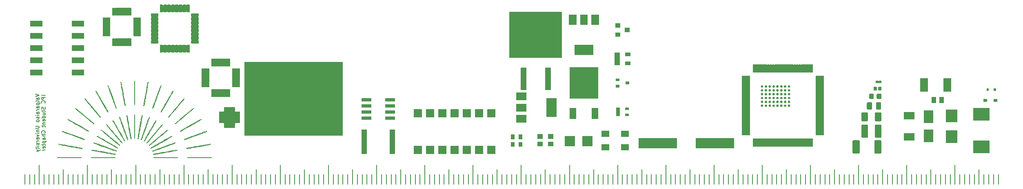
<source format=gbr>
G04 #@! TF.GenerationSoftware,KiCad,Pcbnew,5.1.5-52549c5~84~ubuntu18.04.1*
G04 #@! TF.CreationDate,2020-03-05T17:39:08-06:00*
G04 #@! TF.ProjectId,Valpo-PCB-Ruler,56616c70-6f2d-4504-9342-2d52756c6572,rev?*
G04 #@! TF.SameCoordinates,Original*
G04 #@! TF.FileFunction,Soldermask,Bot*
G04 #@! TF.FilePolarity,Negative*
%FSLAX46Y46*%
G04 Gerber Fmt 4.6, Leading zero omitted, Abs format (unit mm)*
G04 Created by KiCad (PCBNEW 5.1.5-52549c5~84~ubuntu18.04.1) date 2020-03-05 17:39:08*
%MOMM*%
%LPD*%
G04 APERTURE LIST*
%ADD10C,0.100000*%
%ADD11C,0.127000*%
%ADD12C,0.200000*%
%ADD13C,0.010000*%
G04 APERTURE END LIST*
D10*
G36*
X116840000Y-91440000D02*
G01*
X96520000Y-91440000D01*
X96520000Y-76200000D01*
X116840000Y-76200000D01*
X116840000Y-91440000D01*
G37*
X116840000Y-91440000D02*
X96520000Y-91440000D01*
X96520000Y-76200000D01*
X116840000Y-76200000D01*
X116840000Y-91440000D01*
D11*
X53176714Y-82931000D02*
X53938714Y-83185000D01*
X53176714Y-83439000D01*
X53938714Y-84019571D02*
X53539571Y-84019571D01*
X53467000Y-83983285D01*
X53430714Y-83910714D01*
X53430714Y-83765571D01*
X53467000Y-83693000D01*
X53902428Y-84019571D02*
X53938714Y-83947000D01*
X53938714Y-83765571D01*
X53902428Y-83693000D01*
X53829857Y-83656714D01*
X53757285Y-83656714D01*
X53684714Y-83693000D01*
X53648428Y-83765571D01*
X53648428Y-83947000D01*
X53612142Y-84019571D01*
X53938714Y-84491285D02*
X53902428Y-84418714D01*
X53829857Y-84382428D01*
X53176714Y-84382428D01*
X53430714Y-84781571D02*
X54192714Y-84781571D01*
X53467000Y-84781571D02*
X53430714Y-84854142D01*
X53430714Y-84999285D01*
X53467000Y-85071857D01*
X53503285Y-85108142D01*
X53575857Y-85144428D01*
X53793571Y-85144428D01*
X53866142Y-85108142D01*
X53902428Y-85071857D01*
X53938714Y-84999285D01*
X53938714Y-84854142D01*
X53902428Y-84781571D01*
X53938714Y-85797571D02*
X53539571Y-85797571D01*
X53467000Y-85761285D01*
X53430714Y-85688714D01*
X53430714Y-85543571D01*
X53467000Y-85471000D01*
X53902428Y-85797571D02*
X53938714Y-85725000D01*
X53938714Y-85543571D01*
X53902428Y-85471000D01*
X53829857Y-85434714D01*
X53757285Y-85434714D01*
X53684714Y-85471000D01*
X53648428Y-85543571D01*
X53648428Y-85725000D01*
X53612142Y-85797571D01*
X53938714Y-86160428D02*
X53430714Y-86160428D01*
X53575857Y-86160428D02*
X53503285Y-86196714D01*
X53467000Y-86233000D01*
X53430714Y-86305571D01*
X53430714Y-86378142D01*
X53938714Y-86958714D02*
X53539571Y-86958714D01*
X53467000Y-86922428D01*
X53430714Y-86849857D01*
X53430714Y-86704714D01*
X53467000Y-86632142D01*
X53902428Y-86958714D02*
X53938714Y-86886142D01*
X53938714Y-86704714D01*
X53902428Y-86632142D01*
X53829857Y-86595857D01*
X53757285Y-86595857D01*
X53684714Y-86632142D01*
X53648428Y-86704714D01*
X53648428Y-86886142D01*
X53612142Y-86958714D01*
X53938714Y-87321571D02*
X53430714Y-87321571D01*
X53176714Y-87321571D02*
X53213000Y-87285285D01*
X53249285Y-87321571D01*
X53213000Y-87357857D01*
X53176714Y-87321571D01*
X53249285Y-87321571D01*
X53902428Y-87648142D02*
X53938714Y-87720714D01*
X53938714Y-87865857D01*
X53902428Y-87938428D01*
X53829857Y-87974714D01*
X53793571Y-87974714D01*
X53721000Y-87938428D01*
X53684714Y-87865857D01*
X53684714Y-87757000D01*
X53648428Y-87684428D01*
X53575857Y-87648142D01*
X53539571Y-87648142D01*
X53467000Y-87684428D01*
X53430714Y-87757000D01*
X53430714Y-87865857D01*
X53467000Y-87938428D01*
X53938714Y-88410142D02*
X53902428Y-88337571D01*
X53866142Y-88301285D01*
X53793571Y-88265000D01*
X53575857Y-88265000D01*
X53503285Y-88301285D01*
X53467000Y-88337571D01*
X53430714Y-88410142D01*
X53430714Y-88519000D01*
X53467000Y-88591571D01*
X53503285Y-88627857D01*
X53575857Y-88664142D01*
X53793571Y-88664142D01*
X53866142Y-88627857D01*
X53902428Y-88591571D01*
X53938714Y-88519000D01*
X53938714Y-88410142D01*
X53176714Y-89571285D02*
X53793571Y-89571285D01*
X53866142Y-89607571D01*
X53902428Y-89643857D01*
X53938714Y-89716428D01*
X53938714Y-89861571D01*
X53902428Y-89934142D01*
X53866142Y-89970428D01*
X53793571Y-90006714D01*
X53176714Y-90006714D01*
X53430714Y-90369571D02*
X53938714Y-90369571D01*
X53503285Y-90369571D02*
X53467000Y-90405857D01*
X53430714Y-90478428D01*
X53430714Y-90587285D01*
X53467000Y-90659857D01*
X53539571Y-90696142D01*
X53938714Y-90696142D01*
X53938714Y-91059000D02*
X53430714Y-91059000D01*
X53176714Y-91059000D02*
X53213000Y-91022714D01*
X53249285Y-91059000D01*
X53213000Y-91095285D01*
X53176714Y-91059000D01*
X53249285Y-91059000D01*
X53430714Y-91349285D02*
X53938714Y-91530714D01*
X53430714Y-91712142D01*
X53902428Y-92292714D02*
X53938714Y-92220142D01*
X53938714Y-92075000D01*
X53902428Y-92002428D01*
X53829857Y-91966142D01*
X53539571Y-91966142D01*
X53467000Y-92002428D01*
X53430714Y-92075000D01*
X53430714Y-92220142D01*
X53467000Y-92292714D01*
X53539571Y-92329000D01*
X53612142Y-92329000D01*
X53684714Y-91966142D01*
X53938714Y-92655571D02*
X53430714Y-92655571D01*
X53575857Y-92655571D02*
X53503285Y-92691857D01*
X53467000Y-92728142D01*
X53430714Y-92800714D01*
X53430714Y-92873285D01*
X53902428Y-93091000D02*
X53938714Y-93163571D01*
X53938714Y-93308714D01*
X53902428Y-93381285D01*
X53829857Y-93417571D01*
X53793571Y-93417571D01*
X53721000Y-93381285D01*
X53684714Y-93308714D01*
X53684714Y-93199857D01*
X53648428Y-93127285D01*
X53575857Y-93091000D01*
X53539571Y-93091000D01*
X53467000Y-93127285D01*
X53430714Y-93199857D01*
X53430714Y-93308714D01*
X53467000Y-93381285D01*
X53938714Y-93744142D02*
X53430714Y-93744142D01*
X53176714Y-93744142D02*
X53213000Y-93707857D01*
X53249285Y-93744142D01*
X53213000Y-93780428D01*
X53176714Y-93744142D01*
X53249285Y-93744142D01*
X53430714Y-93998142D02*
X53430714Y-94288428D01*
X53176714Y-94107000D02*
X53829857Y-94107000D01*
X53902428Y-94143285D01*
X53938714Y-94215857D01*
X53938714Y-94288428D01*
X53430714Y-94469857D02*
X53938714Y-94651285D01*
X53430714Y-94832714D02*
X53938714Y-94651285D01*
X54120142Y-94578714D01*
X54156428Y-94542428D01*
X54192714Y-94469857D01*
X55208714Y-83203142D02*
X54446714Y-83203142D01*
X55208714Y-83566000D02*
X54446714Y-83566000D01*
X54446714Y-83856285D01*
X54483000Y-83928857D01*
X54519285Y-83965142D01*
X54591857Y-84001428D01*
X54700714Y-84001428D01*
X54773285Y-83965142D01*
X54809571Y-83928857D01*
X54845857Y-83856285D01*
X54845857Y-83566000D01*
X55136142Y-84763428D02*
X55172428Y-84727142D01*
X55208714Y-84618285D01*
X55208714Y-84545714D01*
X55172428Y-84436857D01*
X55099857Y-84364285D01*
X55027285Y-84328000D01*
X54882142Y-84291714D01*
X54773285Y-84291714D01*
X54628142Y-84328000D01*
X54555571Y-84364285D01*
X54483000Y-84436857D01*
X54446714Y-84545714D01*
X54446714Y-84618285D01*
X54483000Y-84727142D01*
X54519285Y-84763428D01*
X55172428Y-85634285D02*
X55208714Y-85743142D01*
X55208714Y-85924571D01*
X55172428Y-85997142D01*
X55136142Y-86033428D01*
X55063571Y-86069714D01*
X54991000Y-86069714D01*
X54918428Y-86033428D01*
X54882142Y-85997142D01*
X54845857Y-85924571D01*
X54809571Y-85779428D01*
X54773285Y-85706857D01*
X54737000Y-85670571D01*
X54664428Y-85634285D01*
X54591857Y-85634285D01*
X54519285Y-85670571D01*
X54483000Y-85706857D01*
X54446714Y-85779428D01*
X54446714Y-85960857D01*
X54483000Y-86069714D01*
X54700714Y-86287428D02*
X54700714Y-86577714D01*
X54446714Y-86396285D02*
X55099857Y-86396285D01*
X55172428Y-86432571D01*
X55208714Y-86505142D01*
X55208714Y-86577714D01*
X54700714Y-87158285D02*
X55208714Y-87158285D01*
X54700714Y-86831714D02*
X55099857Y-86831714D01*
X55172428Y-86868000D01*
X55208714Y-86940571D01*
X55208714Y-87049428D01*
X55172428Y-87122000D01*
X55136142Y-87158285D01*
X55208714Y-87847714D02*
X54446714Y-87847714D01*
X55172428Y-87847714D02*
X55208714Y-87775142D01*
X55208714Y-87630000D01*
X55172428Y-87557428D01*
X55136142Y-87521142D01*
X55063571Y-87484857D01*
X54845857Y-87484857D01*
X54773285Y-87521142D01*
X54737000Y-87557428D01*
X54700714Y-87630000D01*
X54700714Y-87775142D01*
X54737000Y-87847714D01*
X55172428Y-88500857D02*
X55208714Y-88428285D01*
X55208714Y-88283142D01*
X55172428Y-88210571D01*
X55099857Y-88174285D01*
X54809571Y-88174285D01*
X54737000Y-88210571D01*
X54700714Y-88283142D01*
X54700714Y-88428285D01*
X54737000Y-88500857D01*
X54809571Y-88537142D01*
X54882142Y-88537142D01*
X54954714Y-88174285D01*
X54700714Y-88863714D02*
X55208714Y-88863714D01*
X54773285Y-88863714D02*
X54737000Y-88900000D01*
X54700714Y-88972571D01*
X54700714Y-89081428D01*
X54737000Y-89154000D01*
X54809571Y-89190285D01*
X55208714Y-89190285D01*
X54700714Y-89444285D02*
X54700714Y-89734571D01*
X54446714Y-89553142D02*
X55099857Y-89553142D01*
X55172428Y-89589428D01*
X55208714Y-89662000D01*
X55208714Y-89734571D01*
X55136142Y-91004571D02*
X55172428Y-90968285D01*
X55208714Y-90859428D01*
X55208714Y-90786857D01*
X55172428Y-90678000D01*
X55099857Y-90605428D01*
X55027285Y-90569142D01*
X54882142Y-90532857D01*
X54773285Y-90532857D01*
X54628142Y-90569142D01*
X54555571Y-90605428D01*
X54483000Y-90678000D01*
X54446714Y-90786857D01*
X54446714Y-90859428D01*
X54483000Y-90968285D01*
X54519285Y-91004571D01*
X55208714Y-91331142D02*
X54446714Y-91331142D01*
X55208714Y-91657714D02*
X54809571Y-91657714D01*
X54737000Y-91621428D01*
X54700714Y-91548857D01*
X54700714Y-91440000D01*
X54737000Y-91367428D01*
X54773285Y-91331142D01*
X55208714Y-92347142D02*
X54809571Y-92347142D01*
X54737000Y-92310857D01*
X54700714Y-92238285D01*
X54700714Y-92093142D01*
X54737000Y-92020571D01*
X55172428Y-92347142D02*
X55208714Y-92274571D01*
X55208714Y-92093142D01*
X55172428Y-92020571D01*
X55099857Y-91984285D01*
X55027285Y-91984285D01*
X54954714Y-92020571D01*
X54918428Y-92093142D01*
X54918428Y-92274571D01*
X54882142Y-92347142D01*
X54700714Y-92710000D02*
X55462714Y-92710000D01*
X54737000Y-92710000D02*
X54700714Y-92782571D01*
X54700714Y-92927714D01*
X54737000Y-93000285D01*
X54773285Y-93036571D01*
X54845857Y-93072857D01*
X55063571Y-93072857D01*
X55136142Y-93036571D01*
X55172428Y-93000285D01*
X55208714Y-92927714D01*
X55208714Y-92782571D01*
X55172428Y-92710000D01*
X54700714Y-93290571D02*
X54700714Y-93580857D01*
X54446714Y-93399428D02*
X55099857Y-93399428D01*
X55172428Y-93435714D01*
X55208714Y-93508285D01*
X55208714Y-93580857D01*
X55172428Y-94125142D02*
X55208714Y-94052571D01*
X55208714Y-93907428D01*
X55172428Y-93834857D01*
X55099857Y-93798571D01*
X54809571Y-93798571D01*
X54737000Y-93834857D01*
X54700714Y-93907428D01*
X54700714Y-94052571D01*
X54737000Y-94125142D01*
X54809571Y-94161428D01*
X54882142Y-94161428D01*
X54954714Y-93798571D01*
X55208714Y-94488000D02*
X54700714Y-94488000D01*
X54845857Y-94488000D02*
X54773285Y-94524285D01*
X54737000Y-94560571D01*
X54700714Y-94633142D01*
X54700714Y-94705714D01*
D12*
X53000000Y-101600000D02*
X53000000Y-99600000D01*
X51000000Y-101600000D02*
X51000000Y-99600000D01*
X52000000Y-101600000D02*
X52000000Y-99600000D01*
X63000000Y-101600000D02*
X63000000Y-99600000D01*
X57000000Y-101600000D02*
X57000000Y-99600000D01*
X60000000Y-101600000D02*
X60000000Y-99600000D01*
X55000000Y-101600000D02*
X55000000Y-99600000D01*
X61000000Y-101600000D02*
X61000000Y-99600000D01*
X56000000Y-101600000D02*
X56000000Y-99600000D01*
X59000000Y-101600000D02*
X59000000Y-98600000D01*
X62000000Y-101600000D02*
X62000000Y-99600000D01*
X54000000Y-101600000D02*
X54000000Y-97600000D01*
X58000000Y-101600000D02*
X58000000Y-99600000D01*
X73000000Y-101600000D02*
X73000000Y-99600000D01*
X67000000Y-101600000D02*
X67000000Y-99600000D01*
X70000000Y-101600000D02*
X70000000Y-99600000D01*
X65000000Y-101600000D02*
X65000000Y-99600000D01*
X71000000Y-101600000D02*
X71000000Y-99600000D01*
X66000000Y-101600000D02*
X66000000Y-99600000D01*
X69000000Y-101600000D02*
X69000000Y-98600000D01*
X72000000Y-101600000D02*
X72000000Y-99600000D01*
X64000000Y-101600000D02*
X64000000Y-97600000D01*
X68000000Y-101600000D02*
X68000000Y-99600000D01*
X83000000Y-101600000D02*
X83000000Y-99600000D01*
X77000000Y-101600000D02*
X77000000Y-99600000D01*
X80000000Y-101600000D02*
X80000000Y-99600000D01*
X75000000Y-101600000D02*
X75000000Y-99600000D01*
X81000000Y-101600000D02*
X81000000Y-99600000D01*
X76000000Y-101600000D02*
X76000000Y-99600000D01*
X79000000Y-101600000D02*
X79000000Y-98600000D01*
X82000000Y-101600000D02*
X82000000Y-99600000D01*
X74000000Y-101600000D02*
X74000000Y-97600000D01*
X78000000Y-101600000D02*
X78000000Y-99600000D01*
X93000000Y-101600000D02*
X93000000Y-99600000D01*
X87000000Y-101600000D02*
X87000000Y-99600000D01*
X90000000Y-101600000D02*
X90000000Y-99600000D01*
X85000000Y-101600000D02*
X85000000Y-99600000D01*
X91000000Y-101600000D02*
X91000000Y-99600000D01*
X86000000Y-101600000D02*
X86000000Y-99600000D01*
X89000000Y-101600000D02*
X89000000Y-98600000D01*
X92000000Y-101600000D02*
X92000000Y-99600000D01*
X84000000Y-101600000D02*
X84000000Y-97600000D01*
X88000000Y-101600000D02*
X88000000Y-99600000D01*
X103000000Y-101600000D02*
X103000000Y-99600000D01*
X97000000Y-101600000D02*
X97000000Y-99600000D01*
X100000000Y-101600000D02*
X100000000Y-99600000D01*
X95000000Y-101600000D02*
X95000000Y-99600000D01*
X101000000Y-101600000D02*
X101000000Y-99600000D01*
X96000000Y-101600000D02*
X96000000Y-99600000D01*
X99000000Y-101600000D02*
X99000000Y-98600000D01*
X102000000Y-101600000D02*
X102000000Y-99600000D01*
X94000000Y-101600000D02*
X94000000Y-97600000D01*
X98000000Y-101600000D02*
X98000000Y-99600000D01*
X113000000Y-101600000D02*
X113000000Y-99600000D01*
X107000000Y-101600000D02*
X107000000Y-99600000D01*
X110000000Y-101600000D02*
X110000000Y-99600000D01*
X105000000Y-101600000D02*
X105000000Y-99600000D01*
X111000000Y-101600000D02*
X111000000Y-99600000D01*
X106000000Y-101600000D02*
X106000000Y-99600000D01*
X109000000Y-101600000D02*
X109000000Y-98600000D01*
X112000000Y-101600000D02*
X112000000Y-99600000D01*
X104000000Y-101600000D02*
X104000000Y-97600000D01*
X108000000Y-101600000D02*
X108000000Y-99600000D01*
X123000000Y-101600000D02*
X123000000Y-99600000D01*
X117000000Y-101600000D02*
X117000000Y-99600000D01*
X120000000Y-101600000D02*
X120000000Y-99600000D01*
X115000000Y-101600000D02*
X115000000Y-99600000D01*
X121000000Y-101600000D02*
X121000000Y-99600000D01*
X116000000Y-101600000D02*
X116000000Y-99600000D01*
X119000000Y-101600000D02*
X119000000Y-98600000D01*
X122000000Y-101600000D02*
X122000000Y-99600000D01*
X114000000Y-101600000D02*
X114000000Y-97600000D01*
X118000000Y-101600000D02*
X118000000Y-99600000D01*
X133000000Y-101600000D02*
X133000000Y-99600000D01*
X127000000Y-101600000D02*
X127000000Y-99600000D01*
X130000000Y-101600000D02*
X130000000Y-99600000D01*
X125000000Y-101600000D02*
X125000000Y-99600000D01*
X131000000Y-101600000D02*
X131000000Y-99600000D01*
X126000000Y-101600000D02*
X126000000Y-99600000D01*
X129000000Y-101600000D02*
X129000000Y-98600000D01*
X132000000Y-101600000D02*
X132000000Y-99600000D01*
X124000000Y-101600000D02*
X124000000Y-97600000D01*
X128000000Y-101600000D02*
X128000000Y-99600000D01*
X143000000Y-101600000D02*
X143000000Y-99600000D01*
X137000000Y-101600000D02*
X137000000Y-99600000D01*
X140000000Y-101600000D02*
X140000000Y-99600000D01*
X135000000Y-101600000D02*
X135000000Y-99600000D01*
X141000000Y-101600000D02*
X141000000Y-99600000D01*
X136000000Y-101600000D02*
X136000000Y-99600000D01*
X139000000Y-101600000D02*
X139000000Y-98600000D01*
X142000000Y-101600000D02*
X142000000Y-99600000D01*
X134000000Y-101600000D02*
X134000000Y-97600000D01*
X138000000Y-101600000D02*
X138000000Y-99600000D01*
X153000000Y-101600000D02*
X153000000Y-99600000D01*
X147000000Y-101600000D02*
X147000000Y-99600000D01*
X150000000Y-101600000D02*
X150000000Y-99600000D01*
X145000000Y-101600000D02*
X145000000Y-99600000D01*
X151000000Y-101600000D02*
X151000000Y-99600000D01*
X146000000Y-101600000D02*
X146000000Y-99600000D01*
X149000000Y-101600000D02*
X149000000Y-98600000D01*
X152000000Y-101600000D02*
X152000000Y-99600000D01*
X144000000Y-101600000D02*
X144000000Y-97600000D01*
X148000000Y-101600000D02*
X148000000Y-99600000D01*
X163000000Y-101600000D02*
X163000000Y-99600000D01*
X157000000Y-101600000D02*
X157000000Y-99600000D01*
X160000000Y-101600000D02*
X160000000Y-99600000D01*
X155000000Y-101600000D02*
X155000000Y-99600000D01*
X161000000Y-101600000D02*
X161000000Y-99600000D01*
X156000000Y-101600000D02*
X156000000Y-99600000D01*
X159000000Y-101600000D02*
X159000000Y-98600000D01*
X162000000Y-101600000D02*
X162000000Y-99600000D01*
X154000000Y-101600000D02*
X154000000Y-97600000D01*
X158000000Y-101600000D02*
X158000000Y-99600000D01*
X173000000Y-101600000D02*
X173000000Y-99600000D01*
X167000000Y-101600000D02*
X167000000Y-99600000D01*
X170000000Y-101600000D02*
X170000000Y-99600000D01*
X165000000Y-101600000D02*
X165000000Y-99600000D01*
X171000000Y-101600000D02*
X171000000Y-99600000D01*
X166000000Y-101600000D02*
X166000000Y-99600000D01*
X169000000Y-101600000D02*
X169000000Y-98600000D01*
X172000000Y-101600000D02*
X172000000Y-99600000D01*
X164000000Y-101600000D02*
X164000000Y-97600000D01*
X168000000Y-101600000D02*
X168000000Y-99600000D01*
X183000000Y-101600000D02*
X183000000Y-99600000D01*
X177000000Y-101600000D02*
X177000000Y-99600000D01*
X180000000Y-101600000D02*
X180000000Y-99600000D01*
X175000000Y-101600000D02*
X175000000Y-99600000D01*
X181000000Y-101600000D02*
X181000000Y-99600000D01*
X176000000Y-101600000D02*
X176000000Y-99600000D01*
X179000000Y-101600000D02*
X179000000Y-98600000D01*
X182000000Y-101600000D02*
X182000000Y-99600000D01*
X174000000Y-101600000D02*
X174000000Y-97600000D01*
X178000000Y-101600000D02*
X178000000Y-99600000D01*
X193000000Y-101600000D02*
X193000000Y-99600000D01*
X187000000Y-101600000D02*
X187000000Y-99600000D01*
X190000000Y-101600000D02*
X190000000Y-99600000D01*
X185000000Y-101600000D02*
X185000000Y-99600000D01*
X191000000Y-101600000D02*
X191000000Y-99600000D01*
X186000000Y-101600000D02*
X186000000Y-99600000D01*
X189000000Y-101600000D02*
X189000000Y-98600000D01*
X192000000Y-101600000D02*
X192000000Y-99600000D01*
X184000000Y-101600000D02*
X184000000Y-97600000D01*
X188000000Y-101600000D02*
X188000000Y-99600000D01*
X203000000Y-101600000D02*
X203000000Y-99600000D01*
X197000000Y-101600000D02*
X197000000Y-99600000D01*
X200000000Y-101600000D02*
X200000000Y-99600000D01*
X195000000Y-101600000D02*
X195000000Y-99600000D01*
X201000000Y-101600000D02*
X201000000Y-99600000D01*
X196000000Y-101600000D02*
X196000000Y-99600000D01*
X199000000Y-101600000D02*
X199000000Y-98600000D01*
X202000000Y-101600000D02*
X202000000Y-99600000D01*
X194000000Y-101600000D02*
X194000000Y-97600000D01*
X198000000Y-101600000D02*
X198000000Y-99600000D01*
X213000000Y-101600000D02*
X213000000Y-99600000D01*
X207000000Y-101600000D02*
X207000000Y-99600000D01*
X210000000Y-101600000D02*
X210000000Y-99600000D01*
X205000000Y-101600000D02*
X205000000Y-99600000D01*
X211000000Y-101600000D02*
X211000000Y-99600000D01*
X206000000Y-101600000D02*
X206000000Y-99600000D01*
X209000000Y-101600000D02*
X209000000Y-98600000D01*
X212000000Y-101600000D02*
X212000000Y-99600000D01*
X204000000Y-101600000D02*
X204000000Y-97600000D01*
X208000000Y-101600000D02*
X208000000Y-99600000D01*
X223000000Y-101600000D02*
X223000000Y-99600000D01*
X217000000Y-101600000D02*
X217000000Y-99600000D01*
X220000000Y-101600000D02*
X220000000Y-99600000D01*
X215000000Y-101600000D02*
X215000000Y-99600000D01*
X221000000Y-101600000D02*
X221000000Y-99600000D01*
X216000000Y-101600000D02*
X216000000Y-99600000D01*
X219000000Y-101600000D02*
X219000000Y-98600000D01*
X222000000Y-101600000D02*
X222000000Y-99600000D01*
X214000000Y-101600000D02*
X214000000Y-97600000D01*
X218000000Y-101600000D02*
X218000000Y-99600000D01*
X233000000Y-101600000D02*
X233000000Y-99600000D01*
X227000000Y-101600000D02*
X227000000Y-99600000D01*
X230000000Y-101600000D02*
X230000000Y-99600000D01*
X225000000Y-101600000D02*
X225000000Y-99600000D01*
X231000000Y-101600000D02*
X231000000Y-99600000D01*
X226000000Y-101600000D02*
X226000000Y-99600000D01*
X229000000Y-101600000D02*
X229000000Y-98600000D01*
X232000000Y-101600000D02*
X232000000Y-99600000D01*
X224000000Y-101600000D02*
X224000000Y-97600000D01*
X228000000Y-101600000D02*
X228000000Y-99600000D01*
X243000000Y-101600000D02*
X243000000Y-99600000D01*
X237000000Y-101600000D02*
X237000000Y-99600000D01*
X240000000Y-101600000D02*
X240000000Y-99600000D01*
X235000000Y-101600000D02*
X235000000Y-99600000D01*
X241000000Y-101600000D02*
X241000000Y-99600000D01*
X236000000Y-101600000D02*
X236000000Y-99600000D01*
X239000000Y-101600000D02*
X239000000Y-98600000D01*
X242000000Y-101600000D02*
X242000000Y-99600000D01*
X234000000Y-101600000D02*
X234000000Y-97600000D01*
X238000000Y-101600000D02*
X238000000Y-99600000D01*
X244000000Y-101600000D02*
X244000000Y-97600000D01*
X245000000Y-101600000D02*
X245000000Y-99600000D01*
X246000000Y-101600000D02*
X246000000Y-99600000D01*
X247000000Y-101600000D02*
X247000000Y-99600000D01*
X248000000Y-101600000D02*
X248000000Y-99600000D01*
X249000000Y-101600000D02*
X249000000Y-98600000D01*
X250000000Y-101600000D02*
X250000000Y-99600000D01*
X251000000Y-101600000D02*
X251000000Y-99600000D01*
X252000000Y-101600000D02*
X252000000Y-99600000D01*
X253000000Y-101600000D02*
X253000000Y-99600000D01*
D13*
G36*
X73702664Y-80129268D02*
G01*
X73693804Y-80151516D01*
X73686238Y-80194302D01*
X73679866Y-80262294D01*
X73674590Y-80360160D01*
X73670312Y-80492567D01*
X73666932Y-80664184D01*
X73664353Y-80879679D01*
X73662475Y-81143720D01*
X73661201Y-81460975D01*
X73660431Y-81836112D01*
X73660066Y-82273799D01*
X73660000Y-82627611D01*
X73660134Y-83112874D01*
X73660605Y-83532250D01*
X73661508Y-83890406D01*
X73662945Y-84192012D01*
X73665012Y-84441735D01*
X73667810Y-84644243D01*
X73671436Y-84804203D01*
X73675988Y-84926286D01*
X73681567Y-85015157D01*
X73688269Y-85075486D01*
X73696195Y-85111940D01*
X73705441Y-85129187D01*
X73712916Y-85132334D01*
X73723168Y-85125955D01*
X73732028Y-85103706D01*
X73739595Y-85060920D01*
X73745967Y-84992929D01*
X73751243Y-84895063D01*
X73755521Y-84762656D01*
X73758901Y-84591039D01*
X73761480Y-84375544D01*
X73763357Y-84111503D01*
X73764632Y-83794248D01*
X73765402Y-83419111D01*
X73765767Y-82981424D01*
X73765833Y-82627611D01*
X73765698Y-82142349D01*
X73765228Y-81722973D01*
X73764324Y-81364816D01*
X73762888Y-81063211D01*
X73760820Y-80813488D01*
X73758023Y-80610980D01*
X73754397Y-80451019D01*
X73749845Y-80328937D01*
X73744266Y-80240066D01*
X73737564Y-80179737D01*
X73729638Y-80143283D01*
X73720391Y-80126035D01*
X73712916Y-80122889D01*
X73702664Y-80129268D01*
G37*
X73702664Y-80129268D02*
X73693804Y-80151516D01*
X73686238Y-80194302D01*
X73679866Y-80262294D01*
X73674590Y-80360160D01*
X73670312Y-80492567D01*
X73666932Y-80664184D01*
X73664353Y-80879679D01*
X73662475Y-81143720D01*
X73661201Y-81460975D01*
X73660431Y-81836112D01*
X73660066Y-82273799D01*
X73660000Y-82627611D01*
X73660134Y-83112874D01*
X73660605Y-83532250D01*
X73661508Y-83890406D01*
X73662945Y-84192012D01*
X73665012Y-84441735D01*
X73667810Y-84644243D01*
X73671436Y-84804203D01*
X73675988Y-84926286D01*
X73681567Y-85015157D01*
X73688269Y-85075486D01*
X73696195Y-85111940D01*
X73705441Y-85129187D01*
X73712916Y-85132334D01*
X73723168Y-85125955D01*
X73732028Y-85103706D01*
X73739595Y-85060920D01*
X73745967Y-84992929D01*
X73751243Y-84895063D01*
X73755521Y-84762656D01*
X73758901Y-84591039D01*
X73761480Y-84375544D01*
X73763357Y-84111503D01*
X73764632Y-83794248D01*
X73765402Y-83419111D01*
X73765767Y-82981424D01*
X73765833Y-82627611D01*
X73765698Y-82142349D01*
X73765228Y-81722973D01*
X73764324Y-81364816D01*
X73762888Y-81063211D01*
X73760820Y-80813488D01*
X73758023Y-80610980D01*
X73754397Y-80451019D01*
X73749845Y-80328937D01*
X73744266Y-80240066D01*
X73737564Y-80179737D01*
X73729638Y-80143283D01*
X73720391Y-80126035D01*
X73712916Y-80122889D01*
X73702664Y-80129268D01*
G36*
X70867881Y-80352055D02*
G01*
X70854991Y-80370522D01*
X70857290Y-80410396D01*
X70871094Y-80514079D01*
X70895473Y-80675928D01*
X70929494Y-80890301D01*
X70972228Y-81151556D01*
X71022744Y-81454049D01*
X71080110Y-81792139D01*
X71143396Y-82160184D01*
X71211672Y-82552540D01*
X71265281Y-82857605D01*
X71349327Y-83333067D01*
X71422301Y-83743655D01*
X71485144Y-84094019D01*
X71538798Y-84388812D01*
X71584205Y-84632684D01*
X71622307Y-84830285D01*
X71654047Y-84986268D01*
X71680365Y-85105282D01*
X71702205Y-85191980D01*
X71720507Y-85251012D01*
X71736213Y-85287029D01*
X71750267Y-85304682D01*
X71761678Y-85308723D01*
X71815474Y-85288586D01*
X71826083Y-85264625D01*
X71820188Y-85223352D01*
X71802979Y-85118282D01*
X71775436Y-84955097D01*
X71738544Y-84739477D01*
X71693282Y-84477100D01*
X71640635Y-84173649D01*
X71581583Y-83834801D01*
X71517108Y-83466238D01*
X71448194Y-83073640D01*
X71396072Y-82777542D01*
X71310864Y-82295047D01*
X71236656Y-81877753D01*
X71172474Y-81521329D01*
X71117344Y-81221444D01*
X71070292Y-80973766D01*
X71030346Y-80773963D01*
X70996532Y-80617706D01*
X70967875Y-80500662D01*
X70943402Y-80418501D01*
X70922140Y-80366891D01*
X70903115Y-80341500D01*
X70885353Y-80337999D01*
X70867881Y-80352055D01*
G37*
X70867881Y-80352055D02*
X70854991Y-80370522D01*
X70857290Y-80410396D01*
X70871094Y-80514079D01*
X70895473Y-80675928D01*
X70929494Y-80890301D01*
X70972228Y-81151556D01*
X71022744Y-81454049D01*
X71080110Y-81792139D01*
X71143396Y-82160184D01*
X71211672Y-82552540D01*
X71265281Y-82857605D01*
X71349327Y-83333067D01*
X71422301Y-83743655D01*
X71485144Y-84094019D01*
X71538798Y-84388812D01*
X71584205Y-84632684D01*
X71622307Y-84830285D01*
X71654047Y-84986268D01*
X71680365Y-85105282D01*
X71702205Y-85191980D01*
X71720507Y-85251012D01*
X71736213Y-85287029D01*
X71750267Y-85304682D01*
X71761678Y-85308723D01*
X71815474Y-85288586D01*
X71826083Y-85264625D01*
X71820188Y-85223352D01*
X71802979Y-85118282D01*
X71775436Y-84955097D01*
X71738544Y-84739477D01*
X71693282Y-84477100D01*
X71640635Y-84173649D01*
X71581583Y-83834801D01*
X71517108Y-83466238D01*
X71448194Y-83073640D01*
X71396072Y-82777542D01*
X71310864Y-82295047D01*
X71236656Y-81877753D01*
X71172474Y-81521329D01*
X71117344Y-81221444D01*
X71070292Y-80973766D01*
X71030346Y-80773963D01*
X70996532Y-80617706D01*
X70967875Y-80500662D01*
X70943402Y-80418501D01*
X70922140Y-80366891D01*
X70903115Y-80341500D01*
X70885353Y-80337999D01*
X70867881Y-80352055D01*
G36*
X76494421Y-80354021D02*
G01*
X76475251Y-80414524D01*
X76449519Y-80519224D01*
X76416606Y-80671281D01*
X76375895Y-80873854D01*
X76326767Y-81130103D01*
X76268604Y-81443188D01*
X76200788Y-81816269D01*
X76122700Y-82252505D01*
X76033724Y-82755056D01*
X76029761Y-82777542D01*
X75958256Y-83183882D01*
X75890478Y-83570207D01*
X75827410Y-83930851D01*
X75770032Y-84260144D01*
X75719327Y-84552418D01*
X75676275Y-84802003D01*
X75641859Y-85003232D01*
X75617060Y-85150437D01*
X75602860Y-85237947D01*
X75599749Y-85260851D01*
X75625074Y-85305702D01*
X75676507Y-85325166D01*
X75719357Y-85308512D01*
X75724058Y-85299308D01*
X75735934Y-85248246D01*
X75758087Y-85135747D01*
X75789341Y-84968633D01*
X75828517Y-84753727D01*
X75874441Y-84497850D01*
X75925935Y-84207826D01*
X75981821Y-83890477D01*
X76040925Y-83552625D01*
X76102068Y-83201093D01*
X76164074Y-82842703D01*
X76225767Y-82484277D01*
X76285969Y-82132638D01*
X76343503Y-81794609D01*
X76397194Y-81477011D01*
X76445864Y-81186667D01*
X76488337Y-80930400D01*
X76523436Y-80715031D01*
X76549983Y-80547384D01*
X76566803Y-80434280D01*
X76572718Y-80382543D01*
X76572516Y-80380222D01*
X76527249Y-80338102D01*
X76507646Y-80334556D01*
X76494421Y-80354021D01*
G37*
X76494421Y-80354021D02*
X76475251Y-80414524D01*
X76449519Y-80519224D01*
X76416606Y-80671281D01*
X76375895Y-80873854D01*
X76326767Y-81130103D01*
X76268604Y-81443188D01*
X76200788Y-81816269D01*
X76122700Y-82252505D01*
X76033724Y-82755056D01*
X76029761Y-82777542D01*
X75958256Y-83183882D01*
X75890478Y-83570207D01*
X75827410Y-83930851D01*
X75770032Y-84260144D01*
X75719327Y-84552418D01*
X75676275Y-84802003D01*
X75641859Y-85003232D01*
X75617060Y-85150437D01*
X75602860Y-85237947D01*
X75599749Y-85260851D01*
X75625074Y-85305702D01*
X75676507Y-85325166D01*
X75719357Y-85308512D01*
X75724058Y-85299308D01*
X75735934Y-85248246D01*
X75758087Y-85135747D01*
X75789341Y-84968633D01*
X75828517Y-84753727D01*
X75874441Y-84497850D01*
X75925935Y-84207826D01*
X75981821Y-83890477D01*
X76040925Y-83552625D01*
X76102068Y-83201093D01*
X76164074Y-82842703D01*
X76225767Y-82484277D01*
X76285969Y-82132638D01*
X76343503Y-81794609D01*
X76397194Y-81477011D01*
X76445864Y-81186667D01*
X76488337Y-80930400D01*
X76523436Y-80715031D01*
X76549983Y-80547384D01*
X76566803Y-80434280D01*
X76572718Y-80382543D01*
X76572516Y-80380222D01*
X76527249Y-80338102D01*
X76507646Y-80334556D01*
X76494421Y-80354021D01*
G36*
X68166198Y-81098211D02*
G01*
X68156666Y-81123945D01*
X68168492Y-81164417D01*
X68202669Y-81265679D01*
X68257248Y-81422283D01*
X68330282Y-81628782D01*
X68419822Y-81879726D01*
X68523919Y-82169667D01*
X68640624Y-82493157D01*
X68767988Y-82844748D01*
X68904064Y-83218992D01*
X69003333Y-83491184D01*
X69144140Y-83876994D01*
X69277623Y-84243115D01*
X69401841Y-84584200D01*
X69514855Y-84894905D01*
X69614724Y-85169885D01*
X69699509Y-85403794D01*
X69767268Y-85591287D01*
X69816063Y-85727019D01*
X69843952Y-85805644D01*
X69850000Y-85823878D01*
X69875362Y-85836826D01*
X69932860Y-85817084D01*
X69947574Y-85808463D01*
X69945395Y-85770209D01*
X69920292Y-85672517D01*
X69874617Y-85521824D01*
X69810720Y-85324564D01*
X69730954Y-85087172D01*
X69637670Y-84816085D01*
X69533219Y-84517737D01*
X69419953Y-84198564D01*
X69300223Y-83865002D01*
X69176381Y-83523485D01*
X69050777Y-83180449D01*
X68925764Y-82842330D01*
X68803693Y-82515563D01*
X68686915Y-82206583D01*
X68577783Y-81921826D01*
X68478646Y-81667728D01*
X68391857Y-81450723D01*
X68319767Y-81277247D01*
X68264727Y-81153735D01*
X68229090Y-81086623D01*
X68218402Y-81076073D01*
X68166198Y-81098211D01*
G37*
X68166198Y-81098211D02*
X68156666Y-81123945D01*
X68168492Y-81164417D01*
X68202669Y-81265679D01*
X68257248Y-81422283D01*
X68330282Y-81628782D01*
X68419822Y-81879726D01*
X68523919Y-82169667D01*
X68640624Y-82493157D01*
X68767988Y-82844748D01*
X68904064Y-83218992D01*
X69003333Y-83491184D01*
X69144140Y-83876994D01*
X69277623Y-84243115D01*
X69401841Y-84584200D01*
X69514855Y-84894905D01*
X69614724Y-85169885D01*
X69699509Y-85403794D01*
X69767268Y-85591287D01*
X69816063Y-85727019D01*
X69843952Y-85805644D01*
X69850000Y-85823878D01*
X69875362Y-85836826D01*
X69932860Y-85817084D01*
X69947574Y-85808463D01*
X69945395Y-85770209D01*
X69920292Y-85672517D01*
X69874617Y-85521824D01*
X69810720Y-85324564D01*
X69730954Y-85087172D01*
X69637670Y-84816085D01*
X69533219Y-84517737D01*
X69419953Y-84198564D01*
X69300223Y-83865002D01*
X69176381Y-83523485D01*
X69050777Y-83180449D01*
X68925764Y-82842330D01*
X68803693Y-82515563D01*
X68686915Y-82206583D01*
X68577783Y-81921826D01*
X68478646Y-81667728D01*
X68391857Y-81450723D01*
X68319767Y-81277247D01*
X68264727Y-81153735D01*
X68229090Y-81086623D01*
X68218402Y-81076073D01*
X68166198Y-81098211D01*
G36*
X79190840Y-81087831D02*
G01*
X79166492Y-81125469D01*
X79132833Y-81192958D01*
X79088311Y-81294272D01*
X79031375Y-81433385D01*
X78960473Y-81614270D01*
X78874053Y-81840900D01*
X78770563Y-82117250D01*
X78648451Y-82447294D01*
X78506166Y-82835003D01*
X78342154Y-83284354D01*
X78303137Y-83391508D01*
X78162563Y-83778328D01*
X78029216Y-84146466D01*
X77905054Y-84490444D01*
X77792033Y-84804782D01*
X77692110Y-85084002D01*
X77607242Y-85322625D01*
X77539386Y-85515173D01*
X77490499Y-85656168D01*
X77462537Y-85740130D01*
X77456470Y-85761905D01*
X77481935Y-85814971D01*
X77514097Y-85830305D01*
X77566016Y-85833389D01*
X77575833Y-85826465D01*
X77587627Y-85791406D01*
X77621714Y-85695437D01*
X77676155Y-85543911D01*
X77749007Y-85342181D01*
X77838332Y-85095600D01*
X77942187Y-84809520D01*
X78058631Y-84489296D01*
X78185726Y-84140279D01*
X78321528Y-83767823D01*
X78422500Y-83491184D01*
X78563508Y-83104340D01*
X78697168Y-82736338D01*
X78821531Y-82392629D01*
X78934647Y-82078659D01*
X79034569Y-81799877D01*
X79119348Y-81561732D01*
X79187035Y-81369672D01*
X79235681Y-81229144D01*
X79263338Y-81145599D01*
X79269166Y-81123945D01*
X79240283Y-81083205D01*
X79207430Y-81076071D01*
X79190840Y-81087831D01*
G37*
X79190840Y-81087831D02*
X79166492Y-81125469D01*
X79132833Y-81192958D01*
X79088311Y-81294272D01*
X79031375Y-81433385D01*
X78960473Y-81614270D01*
X78874053Y-81840900D01*
X78770563Y-82117250D01*
X78648451Y-82447294D01*
X78506166Y-82835003D01*
X78342154Y-83284354D01*
X78303137Y-83391508D01*
X78162563Y-83778328D01*
X78029216Y-84146466D01*
X77905054Y-84490444D01*
X77792033Y-84804782D01*
X77692110Y-85084002D01*
X77607242Y-85322625D01*
X77539386Y-85515173D01*
X77490499Y-85656168D01*
X77462537Y-85740130D01*
X77456470Y-85761905D01*
X77481935Y-85814971D01*
X77514097Y-85830305D01*
X77566016Y-85833389D01*
X77575833Y-85826465D01*
X77587627Y-85791406D01*
X77621714Y-85695437D01*
X77676155Y-85543911D01*
X77749007Y-85342181D01*
X77838332Y-85095600D01*
X77942187Y-84809520D01*
X78058631Y-84489296D01*
X78185726Y-84140279D01*
X78321528Y-83767823D01*
X78422500Y-83491184D01*
X78563508Y-83104340D01*
X78697168Y-82736338D01*
X78821531Y-82392629D01*
X78934647Y-82078659D01*
X79034569Y-81799877D01*
X79119348Y-81561732D01*
X79187035Y-81369672D01*
X79235681Y-81229144D01*
X79263338Y-81145599D01*
X79269166Y-81123945D01*
X79240283Y-81083205D01*
X79207430Y-81076071D01*
X79190840Y-81087831D01*
G36*
X65679252Y-82262304D02*
G01*
X65671458Y-82271800D01*
X65686088Y-82305311D01*
X65732599Y-82393953D01*
X65807592Y-82531760D01*
X65907663Y-82712763D01*
X66029412Y-82930993D01*
X66169438Y-83180484D01*
X66324340Y-83455267D01*
X66490716Y-83749374D01*
X66665166Y-84056837D01*
X66844288Y-84371688D01*
X67024680Y-84687959D01*
X67202943Y-84999682D01*
X67375674Y-85300889D01*
X67539472Y-85585613D01*
X67690937Y-85847884D01*
X67826667Y-86081736D01*
X67943261Y-86281199D01*
X68037317Y-86440307D01*
X68105435Y-86553091D01*
X68144214Y-86613583D01*
X68150278Y-86621351D01*
X68196678Y-86626924D01*
X68227517Y-86613608D01*
X68261126Y-86570713D01*
X68242806Y-86518063D01*
X68219290Y-86477566D01*
X68163527Y-86381051D01*
X68078470Y-86233645D01*
X67967076Y-86040474D01*
X67832299Y-85806667D01*
X67677095Y-85537351D01*
X67504419Y-85237652D01*
X67317227Y-84912698D01*
X67118474Y-84567617D01*
X66991656Y-84347403D01*
X66787644Y-83994190D01*
X66593165Y-83659534D01*
X66411164Y-83348379D01*
X66244592Y-83065669D01*
X66096396Y-82816348D01*
X65969525Y-82605360D01*
X65866926Y-82437647D01*
X65791548Y-82318154D01*
X65746340Y-82251824D01*
X65734612Y-82239556D01*
X65679252Y-82262304D01*
G37*
X65679252Y-82262304D02*
X65671458Y-82271800D01*
X65686088Y-82305311D01*
X65732599Y-82393953D01*
X65807592Y-82531760D01*
X65907663Y-82712763D01*
X66029412Y-82930993D01*
X66169438Y-83180484D01*
X66324340Y-83455267D01*
X66490716Y-83749374D01*
X66665166Y-84056837D01*
X66844288Y-84371688D01*
X67024680Y-84687959D01*
X67202943Y-84999682D01*
X67375674Y-85300889D01*
X67539472Y-85585613D01*
X67690937Y-85847884D01*
X67826667Y-86081736D01*
X67943261Y-86281199D01*
X68037317Y-86440307D01*
X68105435Y-86553091D01*
X68144214Y-86613583D01*
X68150278Y-86621351D01*
X68196678Y-86626924D01*
X68227517Y-86613608D01*
X68261126Y-86570713D01*
X68242806Y-86518063D01*
X68219290Y-86477566D01*
X68163527Y-86381051D01*
X68078470Y-86233645D01*
X67967076Y-86040474D01*
X67832299Y-85806667D01*
X67677095Y-85537351D01*
X67504419Y-85237652D01*
X67317227Y-84912698D01*
X67118474Y-84567617D01*
X66991656Y-84347403D01*
X66787644Y-83994190D01*
X66593165Y-83659534D01*
X66411164Y-83348379D01*
X66244592Y-83065669D01*
X66096396Y-82816348D01*
X65969525Y-82605360D01*
X65866926Y-82437647D01*
X65791548Y-82318154D01*
X65746340Y-82251824D01*
X65734612Y-82239556D01*
X65679252Y-82262304D01*
G36*
X81665018Y-82269184D02*
G01*
X81608010Y-82354130D01*
X81523581Y-82488484D01*
X81415123Y-82666340D01*
X81286027Y-82881787D01*
X81139684Y-83128917D01*
X80979485Y-83401823D01*
X80808820Y-83694594D01*
X80631080Y-84001324D01*
X80449657Y-84316104D01*
X80267940Y-84633024D01*
X80089322Y-84946177D01*
X79917193Y-85249653D01*
X79754943Y-85537545D01*
X79605964Y-85803944D01*
X79473647Y-86042942D01*
X79361381Y-86248629D01*
X79272560Y-86415098D01*
X79210572Y-86536440D01*
X79178809Y-86606746D01*
X79175980Y-86622280D01*
X79226531Y-86644915D01*
X79267872Y-86627199D01*
X79318274Y-86558956D01*
X79333323Y-86534625D01*
X79414400Y-86399618D01*
X79519765Y-86220965D01*
X79646037Y-86004620D01*
X79789834Y-85756536D01*
X79947776Y-85482668D01*
X80116480Y-85188968D01*
X80292566Y-84881391D01*
X80472652Y-84565890D01*
X80653357Y-84248420D01*
X80831299Y-83934933D01*
X81003097Y-83631384D01*
X81165370Y-83343726D01*
X81314736Y-83077913D01*
X81447814Y-82839899D01*
X81561222Y-82635637D01*
X81651580Y-82471082D01*
X81715505Y-82352186D01*
X81749616Y-82284904D01*
X81754368Y-82271789D01*
X81704839Y-82240992D01*
X81691216Y-82239556D01*
X81665018Y-82269184D01*
G37*
X81665018Y-82269184D02*
X81608010Y-82354130D01*
X81523581Y-82488484D01*
X81415123Y-82666340D01*
X81286027Y-82881787D01*
X81139684Y-83128917D01*
X80979485Y-83401823D01*
X80808820Y-83694594D01*
X80631080Y-84001324D01*
X80449657Y-84316104D01*
X80267940Y-84633024D01*
X80089322Y-84946177D01*
X79917193Y-85249653D01*
X79754943Y-85537545D01*
X79605964Y-85803944D01*
X79473647Y-86042942D01*
X79361381Y-86248629D01*
X79272560Y-86415098D01*
X79210572Y-86536440D01*
X79178809Y-86606746D01*
X79175980Y-86622280D01*
X79226531Y-86644915D01*
X79267872Y-86627199D01*
X79318274Y-86558956D01*
X79333323Y-86534625D01*
X79414400Y-86399618D01*
X79519765Y-86220965D01*
X79646037Y-86004620D01*
X79789834Y-85756536D01*
X79947776Y-85482668D01*
X80116480Y-85188968D01*
X80292566Y-84881391D01*
X80472652Y-84565890D01*
X80653357Y-84248420D01*
X80831299Y-83934933D01*
X81003097Y-83631384D01*
X81165370Y-83343726D01*
X81314736Y-83077913D01*
X81447814Y-82839899D01*
X81561222Y-82635637D01*
X81651580Y-82471082D01*
X81715505Y-82352186D01*
X81749616Y-82284904D01*
X81754368Y-82271789D01*
X81704839Y-82240992D01*
X81691216Y-82239556D01*
X81665018Y-82269184D01*
G36*
X63425120Y-83854224D02*
G01*
X63416076Y-83863594D01*
X63411381Y-83879369D01*
X63419545Y-83907531D01*
X63443452Y-83951714D01*
X63485985Y-84015548D01*
X63550029Y-84102666D01*
X63638467Y-84216701D01*
X63754182Y-84361284D01*
X63900060Y-84540047D01*
X64078982Y-84756624D01*
X64293834Y-85014645D01*
X64547499Y-85317743D01*
X64842861Y-85669551D01*
X64969562Y-85820250D01*
X65235416Y-86136054D01*
X65488220Y-86435758D01*
X65724281Y-86715022D01*
X65939910Y-86969511D01*
X66131414Y-87194884D01*
X66295105Y-87386804D01*
X66427289Y-87540933D01*
X66524278Y-87652933D01*
X66582379Y-87718466D01*
X66598211Y-87734511D01*
X66643126Y-87721411D01*
X66663955Y-87704545D01*
X66658912Y-87680536D01*
X66624972Y-87624422D01*
X66560205Y-87533787D01*
X66462678Y-87406217D01*
X66330458Y-87239299D01*
X66161614Y-87030617D01*
X65954213Y-86777758D01*
X65706324Y-86478307D01*
X65416012Y-86129849D01*
X65131901Y-85790284D01*
X64868090Y-85475552D01*
X64616811Y-85175925D01*
X64381858Y-84895913D01*
X64167018Y-84640026D01*
X63976084Y-84412775D01*
X63812844Y-84218670D01*
X63681091Y-84062220D01*
X63584613Y-83947935D01*
X63527201Y-83880326D01*
X63512672Y-83863594D01*
X63467628Y-83829764D01*
X63425120Y-83854224D01*
G37*
X63425120Y-83854224D02*
X63416076Y-83863594D01*
X63411381Y-83879369D01*
X63419545Y-83907531D01*
X63443452Y-83951714D01*
X63485985Y-84015548D01*
X63550029Y-84102666D01*
X63638467Y-84216701D01*
X63754182Y-84361284D01*
X63900060Y-84540047D01*
X64078982Y-84756624D01*
X64293834Y-85014645D01*
X64547499Y-85317743D01*
X64842861Y-85669551D01*
X64969562Y-85820250D01*
X65235416Y-86136054D01*
X65488220Y-86435758D01*
X65724281Y-86715022D01*
X65939910Y-86969511D01*
X66131414Y-87194884D01*
X66295105Y-87386804D01*
X66427289Y-87540933D01*
X66524278Y-87652933D01*
X66582379Y-87718466D01*
X66598211Y-87734511D01*
X66643126Y-87721411D01*
X66663955Y-87704545D01*
X66658912Y-87680536D01*
X66624972Y-87624422D01*
X66560205Y-87533787D01*
X66462678Y-87406217D01*
X66330458Y-87239299D01*
X66161614Y-87030617D01*
X65954213Y-86777758D01*
X65706324Y-86478307D01*
X65416012Y-86129849D01*
X65131901Y-85790284D01*
X64868090Y-85475552D01*
X64616811Y-85175925D01*
X64381858Y-84895913D01*
X64167018Y-84640026D01*
X63976084Y-84412775D01*
X63812844Y-84218670D01*
X63681091Y-84062220D01*
X63584613Y-83947935D01*
X63527201Y-83880326D01*
X63512672Y-83863594D01*
X63467628Y-83829764D01*
X63425120Y-83854224D01*
G36*
X83922066Y-83854238D02*
G01*
X83913161Y-83863594D01*
X83882956Y-83898708D01*
X83811232Y-83983416D01*
X83701772Y-84113217D01*
X83558356Y-84283610D01*
X83384768Y-84490097D01*
X83184788Y-84728177D01*
X82962199Y-84993351D01*
X82720781Y-85281119D01*
X82464317Y-85586981D01*
X82287261Y-85798229D01*
X81977335Y-86168410D01*
X81710158Y-86488408D01*
X81482851Y-86761859D01*
X81292541Y-86992397D01*
X81136349Y-87183660D01*
X81011400Y-87339283D01*
X80914817Y-87462901D01*
X80843726Y-87558152D01*
X80795248Y-87628671D01*
X80766508Y-87678093D01*
X80754630Y-87710055D01*
X80756738Y-87728192D01*
X80758671Y-87730568D01*
X80773283Y-87734149D01*
X80798638Y-87722133D01*
X80837757Y-87691124D01*
X80893657Y-87637728D01*
X80969360Y-87558548D01*
X81067884Y-87450189D01*
X81192250Y-87309255D01*
X81345477Y-87132351D01*
X81530584Y-86916081D01*
X81750592Y-86657049D01*
X82008520Y-86351861D01*
X82307388Y-85997119D01*
X82433185Y-85847590D01*
X82747943Y-85473014D01*
X83019866Y-85148590D01*
X83251820Y-84870713D01*
X83446667Y-84635780D01*
X83607273Y-84440185D01*
X83736501Y-84280324D01*
X83837216Y-84152594D01*
X83912282Y-84053389D01*
X83964563Y-83979104D01*
X83996923Y-83926137D01*
X84012226Y-83890882D01*
X84013337Y-83869734D01*
X84009725Y-83863594D01*
X83964246Y-83829763D01*
X83922066Y-83854238D01*
G37*
X83922066Y-83854238D02*
X83913161Y-83863594D01*
X83882956Y-83898708D01*
X83811232Y-83983416D01*
X83701772Y-84113217D01*
X83558356Y-84283610D01*
X83384768Y-84490097D01*
X83184788Y-84728177D01*
X82962199Y-84993351D01*
X82720781Y-85281119D01*
X82464317Y-85586981D01*
X82287261Y-85798229D01*
X81977335Y-86168410D01*
X81710158Y-86488408D01*
X81482851Y-86761859D01*
X81292541Y-86992397D01*
X81136349Y-87183660D01*
X81011400Y-87339283D01*
X80914817Y-87462901D01*
X80843726Y-87558152D01*
X80795248Y-87628671D01*
X80766508Y-87678093D01*
X80754630Y-87710055D01*
X80756738Y-87728192D01*
X80758671Y-87730568D01*
X80773283Y-87734149D01*
X80798638Y-87722133D01*
X80837757Y-87691124D01*
X80893657Y-87637728D01*
X80969360Y-87558548D01*
X81067884Y-87450189D01*
X81192250Y-87309255D01*
X81345477Y-87132351D01*
X81530584Y-86916081D01*
X81750592Y-86657049D01*
X82008520Y-86351861D01*
X82307388Y-85997119D01*
X82433185Y-85847590D01*
X82747943Y-85473014D01*
X83019866Y-85148590D01*
X83251820Y-84870713D01*
X83446667Y-84635780D01*
X83607273Y-84440185D01*
X83736501Y-84280324D01*
X83837216Y-84152594D01*
X83912282Y-84053389D01*
X83964563Y-83979104D01*
X83996923Y-83926137D01*
X84012226Y-83890882D01*
X84013337Y-83869734D01*
X84009725Y-83863594D01*
X83964246Y-83829763D01*
X83922066Y-83854238D01*
G36*
X61421444Y-85848255D02*
G01*
X61418611Y-85867355D01*
X61444599Y-85897586D01*
X61517834Y-85966560D01*
X61631221Y-86068016D01*
X61777667Y-86195696D01*
X61950077Y-86343339D01*
X62132986Y-86497674D01*
X62610223Y-86897609D01*
X63036294Y-87254640D01*
X63414138Y-87571147D01*
X63746694Y-87849509D01*
X64036902Y-88092106D01*
X64287701Y-88301318D01*
X64502031Y-88479524D01*
X64682831Y-88629105D01*
X64833040Y-88752439D01*
X64955599Y-88851906D01*
X65053446Y-88929887D01*
X65129522Y-88988761D01*
X65186765Y-89030907D01*
X65228115Y-89058705D01*
X65256511Y-89074536D01*
X65274894Y-89080778D01*
X65286202Y-89079811D01*
X65293375Y-89074016D01*
X65299352Y-89065771D01*
X65301600Y-89062873D01*
X65324862Y-89004908D01*
X65313546Y-88980561D01*
X65281776Y-88953532D01*
X65200347Y-88884934D01*
X65073699Y-88778494D01*
X64906273Y-88637934D01*
X64702508Y-88466979D01*
X64466844Y-88269354D01*
X64203721Y-88048784D01*
X63917580Y-87808991D01*
X63612861Y-87553702D01*
X63399080Y-87374641D01*
X63021036Y-87058442D01*
X62693263Y-86785359D01*
X62412310Y-86552765D01*
X62174728Y-86358035D01*
X61977066Y-86198545D01*
X61815876Y-86071668D01*
X61687708Y-85974779D01*
X61589111Y-85905251D01*
X61516635Y-85860461D01*
X61466832Y-85837782D01*
X61436252Y-85834588D01*
X61421444Y-85848255D01*
G37*
X61421444Y-85848255D02*
X61418611Y-85867355D01*
X61444599Y-85897586D01*
X61517834Y-85966560D01*
X61631221Y-86068016D01*
X61777667Y-86195696D01*
X61950077Y-86343339D01*
X62132986Y-86497674D01*
X62610223Y-86897609D01*
X63036294Y-87254640D01*
X63414138Y-87571147D01*
X63746694Y-87849509D01*
X64036902Y-88092106D01*
X64287701Y-88301318D01*
X64502031Y-88479524D01*
X64682831Y-88629105D01*
X64833040Y-88752439D01*
X64955599Y-88851906D01*
X65053446Y-88929887D01*
X65129522Y-88988761D01*
X65186765Y-89030907D01*
X65228115Y-89058705D01*
X65256511Y-89074536D01*
X65274894Y-89080778D01*
X65286202Y-89079811D01*
X65293375Y-89074016D01*
X65299352Y-89065771D01*
X65301600Y-89062873D01*
X65324862Y-89004908D01*
X65313546Y-88980561D01*
X65281776Y-88953532D01*
X65200347Y-88884934D01*
X65073699Y-88778494D01*
X64906273Y-88637934D01*
X64702508Y-88466979D01*
X64466844Y-88269354D01*
X64203721Y-88048784D01*
X63917580Y-87808991D01*
X63612861Y-87553702D01*
X63399080Y-87374641D01*
X63021036Y-87058442D01*
X62693263Y-86785359D01*
X62412310Y-86552765D01*
X62174728Y-86358035D01*
X61977066Y-86198545D01*
X61815876Y-86071668D01*
X61687708Y-85974779D01*
X61589111Y-85905251D01*
X61516635Y-85860461D01*
X61466832Y-85837782D01*
X61436252Y-85834588D01*
X61421444Y-85848255D01*
G36*
X85901489Y-85842389D02*
G01*
X85816823Y-85906388D01*
X85687115Y-86008621D01*
X85516813Y-86145459D01*
X85310362Y-86313278D01*
X85072209Y-86508448D01*
X84806803Y-86727345D01*
X84518588Y-86966341D01*
X84212013Y-87221808D01*
X83971198Y-87423302D01*
X83587438Y-87745416D01*
X83255224Y-88025316D01*
X82971606Y-88265602D01*
X82733632Y-88468869D01*
X82538349Y-88637716D01*
X82382807Y-88774740D01*
X82264053Y-88882539D01*
X82179135Y-88963709D01*
X82125102Y-89020849D01*
X82099002Y-89056556D01*
X82096976Y-89072538D01*
X82141519Y-89111567D01*
X82157444Y-89116523D01*
X82187449Y-89094033D01*
X82267057Y-89029730D01*
X82391902Y-88927245D01*
X82557617Y-88790209D01*
X82759836Y-88622254D01*
X82994191Y-88427012D01*
X83256317Y-88208113D01*
X83541845Y-87969189D01*
X83846409Y-87713872D01*
X84084583Y-87513907D01*
X84400407Y-87247934D01*
X84699871Y-86994485D01*
X84978651Y-86757299D01*
X85232424Y-86540114D01*
X85456867Y-86346667D01*
X85647656Y-86180697D01*
X85800467Y-86045941D01*
X85910978Y-85946138D01*
X85974865Y-85885025D01*
X85989583Y-85866871D01*
X85961211Y-85825603D01*
X85936666Y-85820250D01*
X85901489Y-85842389D01*
G37*
X85901489Y-85842389D02*
X85816823Y-85906388D01*
X85687115Y-86008621D01*
X85516813Y-86145459D01*
X85310362Y-86313278D01*
X85072209Y-86508448D01*
X84806803Y-86727345D01*
X84518588Y-86966341D01*
X84212013Y-87221808D01*
X83971198Y-87423302D01*
X83587438Y-87745416D01*
X83255224Y-88025316D01*
X82971606Y-88265602D01*
X82733632Y-88468869D01*
X82538349Y-88637716D01*
X82382807Y-88774740D01*
X82264053Y-88882539D01*
X82179135Y-88963709D01*
X82125102Y-89020849D01*
X82099002Y-89056556D01*
X82096976Y-89072538D01*
X82141519Y-89111567D01*
X82157444Y-89116523D01*
X82187449Y-89094033D01*
X82267057Y-89029730D01*
X82391902Y-88927245D01*
X82557617Y-88790209D01*
X82759836Y-88622254D01*
X82994191Y-88427012D01*
X83256317Y-88208113D01*
X83541845Y-87969189D01*
X83846409Y-87713872D01*
X84084583Y-87513907D01*
X84400407Y-87247934D01*
X84699871Y-86994485D01*
X84978651Y-86757299D01*
X85232424Y-86540114D01*
X85456867Y-86346667D01*
X85647656Y-86180697D01*
X85800467Y-86045941D01*
X85910978Y-85946138D01*
X85974865Y-85885025D01*
X85989583Y-85866871D01*
X85961211Y-85825603D01*
X85936666Y-85820250D01*
X85901489Y-85842389D01*
G36*
X59832909Y-88129500D02*
G01*
X59831754Y-88141846D01*
X59861633Y-88166361D01*
X59947594Y-88222801D01*
X60084466Y-88308075D01*
X60267077Y-88419089D01*
X60490258Y-88552751D01*
X60748838Y-88705968D01*
X61037646Y-88875647D01*
X61351512Y-89058697D01*
X61685264Y-89252024D01*
X61759948Y-89295111D01*
X62201124Y-89549498D01*
X62585107Y-89770916D01*
X62915891Y-89961536D01*
X63197464Y-90123530D01*
X63433819Y-90259068D01*
X63628947Y-90370321D01*
X63786838Y-90459460D01*
X63911483Y-90528656D01*
X64006874Y-90580080D01*
X64077001Y-90615903D01*
X64125855Y-90638296D01*
X64157428Y-90649429D01*
X64175710Y-90651474D01*
X64184693Y-90646601D01*
X64188367Y-90636981D01*
X64190724Y-90624786D01*
X64192661Y-90618384D01*
X64196504Y-90554705D01*
X64183781Y-90532330D01*
X64139698Y-90502528D01*
X64041557Y-90442499D01*
X63895355Y-90355653D01*
X63707088Y-90245398D01*
X63482755Y-90115141D01*
X63228352Y-89968292D01*
X62949877Y-89808257D01*
X62653327Y-89638445D01*
X62344700Y-89462265D01*
X62029991Y-89283123D01*
X61715200Y-89104429D01*
X61406322Y-88929591D01*
X61109356Y-88762017D01*
X60830298Y-88605114D01*
X60575146Y-88462291D01*
X60349896Y-88336956D01*
X60160547Y-88232517D01*
X60013096Y-88152383D01*
X59913539Y-88099961D01*
X59867874Y-88078659D01*
X59865706Y-88078450D01*
X59832909Y-88129500D01*
G37*
X59832909Y-88129500D02*
X59831754Y-88141846D01*
X59861633Y-88166361D01*
X59947594Y-88222801D01*
X60084466Y-88308075D01*
X60267077Y-88419089D01*
X60490258Y-88552751D01*
X60748838Y-88705968D01*
X61037646Y-88875647D01*
X61351512Y-89058697D01*
X61685264Y-89252024D01*
X61759948Y-89295111D01*
X62201124Y-89549498D01*
X62585107Y-89770916D01*
X62915891Y-89961536D01*
X63197464Y-90123530D01*
X63433819Y-90259068D01*
X63628947Y-90370321D01*
X63786838Y-90459460D01*
X63911483Y-90528656D01*
X64006874Y-90580080D01*
X64077001Y-90615903D01*
X64125855Y-90638296D01*
X64157428Y-90649429D01*
X64175710Y-90651474D01*
X64184693Y-90646601D01*
X64188367Y-90636981D01*
X64190724Y-90624786D01*
X64192661Y-90618384D01*
X64196504Y-90554705D01*
X64183781Y-90532330D01*
X64139698Y-90502528D01*
X64041557Y-90442499D01*
X63895355Y-90355653D01*
X63707088Y-90245398D01*
X63482755Y-90115141D01*
X63228352Y-89968292D01*
X62949877Y-89808257D01*
X62653327Y-89638445D01*
X62344700Y-89462265D01*
X62029991Y-89283123D01*
X61715200Y-89104429D01*
X61406322Y-88929591D01*
X61109356Y-88762017D01*
X60830298Y-88605114D01*
X60575146Y-88462291D01*
X60349896Y-88336956D01*
X60160547Y-88232517D01*
X60013096Y-88152383D01*
X59913539Y-88099961D01*
X59867874Y-88078659D01*
X59865706Y-88078450D01*
X59832909Y-88129500D01*
G36*
X87503711Y-88088705D02*
G01*
X87411123Y-88136018D01*
X87269993Y-88212324D01*
X87086270Y-88314161D01*
X86865904Y-88438067D01*
X86614844Y-88580580D01*
X86339041Y-88738239D01*
X86044444Y-88907582D01*
X85737003Y-89085149D01*
X85422669Y-89267476D01*
X85107390Y-89451104D01*
X84797116Y-89632569D01*
X84497798Y-89808411D01*
X84215386Y-89975169D01*
X83955828Y-90129380D01*
X83725076Y-90267583D01*
X83529078Y-90386316D01*
X83373785Y-90482119D01*
X83265146Y-90551528D01*
X83209112Y-90591084D01*
X83202639Y-90598325D01*
X83224457Y-90650665D01*
X83238750Y-90659463D01*
X83274556Y-90644282D01*
X83366448Y-90596522D01*
X83509458Y-90518970D01*
X83698618Y-90414413D01*
X83928962Y-90285637D01*
X84195521Y-90135428D01*
X84493328Y-89966572D01*
X84817416Y-89781855D01*
X85162818Y-89584065D01*
X85434841Y-89427681D01*
X85863088Y-89180773D01*
X86233631Y-88966326D01*
X86550137Y-88781983D01*
X86816269Y-88625390D01*
X87035693Y-88494191D01*
X87212075Y-88386033D01*
X87349078Y-88298559D01*
X87450368Y-88229416D01*
X87519611Y-88176247D01*
X87560470Y-88136699D01*
X87576611Y-88108415D01*
X87571699Y-88089042D01*
X87549398Y-88076224D01*
X87541805Y-88073844D01*
X87503711Y-88088705D01*
G37*
X87503711Y-88088705D02*
X87411123Y-88136018D01*
X87269993Y-88212324D01*
X87086270Y-88314161D01*
X86865904Y-88438067D01*
X86614844Y-88580580D01*
X86339041Y-88738239D01*
X86044444Y-88907582D01*
X85737003Y-89085149D01*
X85422669Y-89267476D01*
X85107390Y-89451104D01*
X84797116Y-89632569D01*
X84497798Y-89808411D01*
X84215386Y-89975169D01*
X83955828Y-90129380D01*
X83725076Y-90267583D01*
X83529078Y-90386316D01*
X83373785Y-90482119D01*
X83265146Y-90551528D01*
X83209112Y-90591084D01*
X83202639Y-90598325D01*
X83224457Y-90650665D01*
X83238750Y-90659463D01*
X83274556Y-90644282D01*
X83366448Y-90596522D01*
X83509458Y-90518970D01*
X83698618Y-90414413D01*
X83928962Y-90285637D01*
X84195521Y-90135428D01*
X84493328Y-89966572D01*
X84817416Y-89781855D01*
X85162818Y-89584065D01*
X85434841Y-89427681D01*
X85863088Y-89180773D01*
X86233631Y-88966326D01*
X86550137Y-88781983D01*
X86816269Y-88625390D01*
X87035693Y-88494191D01*
X87212075Y-88386033D01*
X87349078Y-88298559D01*
X87450368Y-88229416D01*
X87519611Y-88176247D01*
X87560470Y-88136699D01*
X87576611Y-88108415D01*
X87571699Y-88089042D01*
X87549398Y-88076224D01*
X87541805Y-88073844D01*
X87503711Y-88088705D01*
G36*
X73702623Y-87149554D02*
G01*
X73693734Y-87171840D01*
X73686148Y-87214714D01*
X73679765Y-87282862D01*
X73674487Y-87380974D01*
X73670213Y-87513736D01*
X73666842Y-87685836D01*
X73664276Y-87901964D01*
X73662415Y-88166805D01*
X73661157Y-88485048D01*
X73660405Y-88861382D01*
X73660056Y-89300493D01*
X73660000Y-89626476D01*
X73660141Y-90110227D01*
X73660630Y-90528145D01*
X73661569Y-90884953D01*
X73663055Y-91185373D01*
X73665189Y-91434129D01*
X73668072Y-91635943D01*
X73671802Y-91795536D01*
X73676480Y-91917633D01*
X73682205Y-92006955D01*
X73689077Y-92068225D01*
X73697196Y-92106166D01*
X73706662Y-92125500D01*
X73712916Y-92130091D01*
X73723158Y-92127866D01*
X73732008Y-92109684D01*
X73739567Y-92070910D01*
X73745933Y-92006908D01*
X73751204Y-91913045D01*
X73755480Y-91784684D01*
X73758858Y-91617193D01*
X73761439Y-91405936D01*
X73763320Y-91146278D01*
X73764601Y-90833584D01*
X73765380Y-90463220D01*
X73765756Y-90030552D01*
X73765833Y-89646782D01*
X73765698Y-89161634D01*
X73765228Y-88742371D01*
X73764324Y-88384326D01*
X73762886Y-88082828D01*
X73760818Y-87833210D01*
X73758019Y-87630801D01*
X73754391Y-87470933D01*
X73749835Y-87348937D01*
X73744254Y-87260143D01*
X73737547Y-87199883D01*
X73729617Y-87163487D01*
X73720364Y-87146287D01*
X73712916Y-87143167D01*
X73702623Y-87149554D01*
G37*
X73702623Y-87149554D02*
X73693734Y-87171840D01*
X73686148Y-87214714D01*
X73679765Y-87282862D01*
X73674487Y-87380974D01*
X73670213Y-87513736D01*
X73666842Y-87685836D01*
X73664276Y-87901964D01*
X73662415Y-88166805D01*
X73661157Y-88485048D01*
X73660405Y-88861382D01*
X73660056Y-89300493D01*
X73660000Y-89626476D01*
X73660141Y-90110227D01*
X73660630Y-90528145D01*
X73661569Y-90884953D01*
X73663055Y-91185373D01*
X73665189Y-91434129D01*
X73668072Y-91635943D01*
X73671802Y-91795536D01*
X73676480Y-91917633D01*
X73682205Y-92006955D01*
X73689077Y-92068225D01*
X73697196Y-92106166D01*
X73706662Y-92125500D01*
X73712916Y-92130091D01*
X73723158Y-92127866D01*
X73732008Y-92109684D01*
X73739567Y-92070910D01*
X73745933Y-92006908D01*
X73751204Y-91913045D01*
X73755480Y-91784684D01*
X73758858Y-91617193D01*
X73761439Y-91405936D01*
X73763320Y-91146278D01*
X73764601Y-90833584D01*
X73765380Y-90463220D01*
X73765756Y-90030552D01*
X73765833Y-89646782D01*
X73765698Y-89161634D01*
X73765228Y-88742371D01*
X73764324Y-88384326D01*
X73762886Y-88082828D01*
X73760818Y-87833210D01*
X73758019Y-87630801D01*
X73754391Y-87470933D01*
X73749835Y-87348937D01*
X73744254Y-87260143D01*
X73737547Y-87199883D01*
X73729617Y-87163487D01*
X73720364Y-87146287D01*
X73712916Y-87143167D01*
X73702623Y-87149554D01*
G36*
X72099862Y-87271803D02*
G01*
X72091599Y-87286963D01*
X72088471Y-87322683D01*
X72091174Y-87383468D01*
X72100403Y-87473826D01*
X72116856Y-87598264D01*
X72141229Y-87761289D01*
X72174218Y-87967406D01*
X72216520Y-88221124D01*
X72268832Y-88526950D01*
X72331849Y-88889389D01*
X72406269Y-89312949D01*
X72477957Y-89718445D01*
X72549650Y-90122441D01*
X72618014Y-90506309D01*
X72682019Y-90864359D01*
X72740638Y-91190899D01*
X72792841Y-91480242D01*
X72837600Y-91726695D01*
X72873887Y-91924570D01*
X72900672Y-92068177D01*
X72916927Y-92151824D01*
X72921425Y-92171517D01*
X72963672Y-92196034D01*
X73001815Y-92194758D01*
X73050771Y-92159051D01*
X73051719Y-92122936D01*
X73043216Y-92079086D01*
X73023590Y-91971542D01*
X72993871Y-91806108D01*
X72955087Y-91588590D01*
X72908268Y-91324795D01*
X72854443Y-91020529D01*
X72794643Y-90681597D01*
X72729895Y-90313805D01*
X72661229Y-89922959D01*
X72619168Y-89683167D01*
X72548598Y-89282291D01*
X72481036Y-88901743D01*
X72417533Y-88547240D01*
X72359141Y-88224501D01*
X72306910Y-87939243D01*
X72261893Y-87697183D01*
X72225140Y-87504039D01*
X72197702Y-87365528D01*
X72180632Y-87287369D01*
X72175788Y-87271803D01*
X72127851Y-87260868D01*
X72099862Y-87271803D01*
G37*
X72099862Y-87271803D02*
X72091599Y-87286963D01*
X72088471Y-87322683D01*
X72091174Y-87383468D01*
X72100403Y-87473826D01*
X72116856Y-87598264D01*
X72141229Y-87761289D01*
X72174218Y-87967406D01*
X72216520Y-88221124D01*
X72268832Y-88526950D01*
X72331849Y-88889389D01*
X72406269Y-89312949D01*
X72477957Y-89718445D01*
X72549650Y-90122441D01*
X72618014Y-90506309D01*
X72682019Y-90864359D01*
X72740638Y-91190899D01*
X72792841Y-91480242D01*
X72837600Y-91726695D01*
X72873887Y-91924570D01*
X72900672Y-92068177D01*
X72916927Y-92151824D01*
X72921425Y-92171517D01*
X72963672Y-92196034D01*
X73001815Y-92194758D01*
X73050771Y-92159051D01*
X73051719Y-92122936D01*
X73043216Y-92079086D01*
X73023590Y-91971542D01*
X72993871Y-91806108D01*
X72955087Y-91588590D01*
X72908268Y-91324795D01*
X72854443Y-91020529D01*
X72794643Y-90681597D01*
X72729895Y-90313805D01*
X72661229Y-89922959D01*
X72619168Y-89683167D01*
X72548598Y-89282291D01*
X72481036Y-88901743D01*
X72417533Y-88547240D01*
X72359141Y-88224501D01*
X72306910Y-87939243D01*
X72261893Y-87697183D01*
X72225140Y-87504039D01*
X72197702Y-87365528D01*
X72180632Y-87287369D01*
X72175788Y-87271803D01*
X72127851Y-87260868D01*
X72099862Y-87271803D01*
G36*
X75289956Y-87280194D02*
G01*
X75276200Y-87292512D01*
X75261382Y-87320470D01*
X75244537Y-87368772D01*
X75224699Y-87442123D01*
X75200903Y-87545227D01*
X75172184Y-87682788D01*
X75137575Y-87859509D01*
X75096111Y-88080096D01*
X75046827Y-88349252D01*
X74988757Y-88671682D01*
X74920936Y-89052089D01*
X74842397Y-89495178D01*
X74803219Y-89716734D01*
X74731684Y-90123222D01*
X74664322Y-90509417D01*
X74602074Y-90869698D01*
X74545883Y-91198444D01*
X74496693Y-91490036D01*
X74455446Y-91738853D01*
X74423083Y-91939275D01*
X74400549Y-92085681D01*
X74388785Y-92172451D01*
X74387588Y-92194998D01*
X74433943Y-92226144D01*
X74483801Y-92200120D01*
X74520562Y-92127386D01*
X74524815Y-92108514D01*
X74540125Y-92024528D01*
X74565499Y-91883217D01*
X74599734Y-91691392D01*
X74641630Y-91455863D01*
X74689984Y-91183442D01*
X74743594Y-90880940D01*
X74801258Y-90555166D01*
X74861775Y-90212932D01*
X74923942Y-89861048D01*
X74986557Y-89506326D01*
X75048419Y-89155576D01*
X75108326Y-88815608D01*
X75165075Y-88493234D01*
X75217465Y-88195264D01*
X75264295Y-87928509D01*
X75304361Y-87699779D01*
X75336462Y-87515887D01*
X75359396Y-87383641D01*
X75371962Y-87309853D01*
X75374019Y-87296451D01*
X75342008Y-87286607D01*
X75303616Y-87278812D01*
X75289956Y-87280194D01*
G37*
X75289956Y-87280194D02*
X75276200Y-87292512D01*
X75261382Y-87320470D01*
X75244537Y-87368772D01*
X75224699Y-87442123D01*
X75200903Y-87545227D01*
X75172184Y-87682788D01*
X75137575Y-87859509D01*
X75096111Y-88080096D01*
X75046827Y-88349252D01*
X74988757Y-88671682D01*
X74920936Y-89052089D01*
X74842397Y-89495178D01*
X74803219Y-89716734D01*
X74731684Y-90123222D01*
X74664322Y-90509417D01*
X74602074Y-90869698D01*
X74545883Y-91198444D01*
X74496693Y-91490036D01*
X74455446Y-91738853D01*
X74423083Y-91939275D01*
X74400549Y-92085681D01*
X74388785Y-92172451D01*
X74387588Y-92194998D01*
X74433943Y-92226144D01*
X74483801Y-92200120D01*
X74520562Y-92127386D01*
X74524815Y-92108514D01*
X74540125Y-92024528D01*
X74565499Y-91883217D01*
X74599734Y-91691392D01*
X74641630Y-91455863D01*
X74689984Y-91183442D01*
X74743594Y-90880940D01*
X74801258Y-90555166D01*
X74861775Y-90212932D01*
X74923942Y-89861048D01*
X74986557Y-89506326D01*
X75048419Y-89155576D01*
X75108326Y-88815608D01*
X75165075Y-88493234D01*
X75217465Y-88195264D01*
X75264295Y-87928509D01*
X75304361Y-87699779D01*
X75336462Y-87515887D01*
X75359396Y-87383641D01*
X75371962Y-87309853D01*
X75374019Y-87296451D01*
X75342008Y-87286607D01*
X75303616Y-87278812D01*
X75289956Y-87280194D01*
G36*
X58693201Y-90576352D02*
G01*
X58684583Y-90615344D01*
X58700838Y-90657228D01*
X58757025Y-90699031D01*
X58864277Y-90747678D01*
X58949166Y-90779897D01*
X59579334Y-91010144D01*
X60146566Y-91217322D01*
X60654188Y-91402599D01*
X61105524Y-91567148D01*
X61503899Y-91712137D01*
X61852639Y-91838737D01*
X62155068Y-91948120D01*
X62414512Y-92041454D01*
X62634296Y-92119911D01*
X62817744Y-92184660D01*
X62968182Y-92236873D01*
X63088935Y-92277719D01*
X63183327Y-92308369D01*
X63254685Y-92329993D01*
X63306332Y-92343761D01*
X63341595Y-92350844D01*
X63363797Y-92352413D01*
X63376265Y-92349636D01*
X63382323Y-92343686D01*
X63383669Y-92340749D01*
X63384297Y-92278381D01*
X63372392Y-92259438D01*
X63335943Y-92243644D01*
X63239713Y-92206170D01*
X63090240Y-92149416D01*
X62894065Y-92075780D01*
X62657726Y-91987662D01*
X62387761Y-91887460D01*
X62090710Y-91777574D01*
X61773111Y-91660403D01*
X61441504Y-91538346D01*
X61102427Y-91413801D01*
X60762419Y-91289169D01*
X60428020Y-91166848D01*
X60105767Y-91049237D01*
X59802199Y-90938735D01*
X59523857Y-90837741D01*
X59277278Y-90748655D01*
X59069001Y-90673876D01*
X58905565Y-90615802D01*
X58793510Y-90576833D01*
X58739374Y-90559368D01*
X58737500Y-90558918D01*
X58693201Y-90576352D01*
G37*
X58693201Y-90576352D02*
X58684583Y-90615344D01*
X58700838Y-90657228D01*
X58757025Y-90699031D01*
X58864277Y-90747678D01*
X58949166Y-90779897D01*
X59579334Y-91010144D01*
X60146566Y-91217322D01*
X60654188Y-91402599D01*
X61105524Y-91567148D01*
X61503899Y-91712137D01*
X61852639Y-91838737D01*
X62155068Y-91948120D01*
X62414512Y-92041454D01*
X62634296Y-92119911D01*
X62817744Y-92184660D01*
X62968182Y-92236873D01*
X63088935Y-92277719D01*
X63183327Y-92308369D01*
X63254685Y-92329993D01*
X63306332Y-92343761D01*
X63341595Y-92350844D01*
X63363797Y-92352413D01*
X63376265Y-92349636D01*
X63382323Y-92343686D01*
X63383669Y-92340749D01*
X63384297Y-92278381D01*
X63372392Y-92259438D01*
X63335943Y-92243644D01*
X63239713Y-92206170D01*
X63090240Y-92149416D01*
X62894065Y-92075780D01*
X62657726Y-91987662D01*
X62387761Y-91887460D01*
X62090710Y-91777574D01*
X61773111Y-91660403D01*
X61441504Y-91538346D01*
X61102427Y-91413801D01*
X60762419Y-91289169D01*
X60428020Y-91166848D01*
X60105767Y-91049237D01*
X59802199Y-90938735D01*
X59523857Y-90837741D01*
X59277278Y-90748655D01*
X59069001Y-90673876D01*
X58905565Y-90615802D01*
X58793510Y-90576833D01*
X58739374Y-90559368D01*
X58737500Y-90558918D01*
X58693201Y-90576352D01*
G36*
X70591958Y-87671639D02*
G01*
X70584004Y-87688387D01*
X70586023Y-87726525D01*
X70599613Y-87790897D01*
X70626372Y-87886350D01*
X70667896Y-88017728D01*
X70725784Y-88189877D01*
X70801632Y-88407642D01*
X70897038Y-88675868D01*
X71013600Y-88999402D01*
X71152914Y-89383087D01*
X71187542Y-89478156D01*
X71372873Y-89986633D01*
X71535600Y-90432830D01*
X71677231Y-90820776D01*
X71799270Y-91154499D01*
X71903223Y-91438028D01*
X71990595Y-91675392D01*
X72062892Y-91870620D01*
X72121618Y-92027741D01*
X72168280Y-92150783D01*
X72204382Y-92243775D01*
X72231430Y-92310747D01*
X72250930Y-92355726D01*
X72264387Y-92382743D01*
X72273306Y-92395825D01*
X72278932Y-92399016D01*
X72326231Y-92381874D01*
X72344274Y-92371482D01*
X72345504Y-92344712D01*
X72329561Y-92274748D01*
X72295546Y-92158964D01*
X72242560Y-91994731D01*
X72169703Y-91779423D01*
X72076078Y-91510413D01*
X71960784Y-91185072D01*
X71822924Y-90800774D01*
X71661597Y-90354892D01*
X71538783Y-90017231D01*
X71397552Y-89630179D01*
X71263015Y-89262562D01*
X71137165Y-88919756D01*
X71021995Y-88607137D01*
X70919496Y-88330081D01*
X70831660Y-88093963D01*
X70760481Y-87904159D01*
X70707951Y-87766044D01*
X70676061Y-87684995D01*
X70666992Y-87664983D01*
X70621156Y-87659087D01*
X70591958Y-87671639D01*
G37*
X70591958Y-87671639D02*
X70584004Y-87688387D01*
X70586023Y-87726525D01*
X70599613Y-87790897D01*
X70626372Y-87886350D01*
X70667896Y-88017728D01*
X70725784Y-88189877D01*
X70801632Y-88407642D01*
X70897038Y-88675868D01*
X71013600Y-88999402D01*
X71152914Y-89383087D01*
X71187542Y-89478156D01*
X71372873Y-89986633D01*
X71535600Y-90432830D01*
X71677231Y-90820776D01*
X71799270Y-91154499D01*
X71903223Y-91438028D01*
X71990595Y-91675392D01*
X72062892Y-91870620D01*
X72121618Y-92027741D01*
X72168280Y-92150783D01*
X72204382Y-92243775D01*
X72231430Y-92310747D01*
X72250930Y-92355726D01*
X72264387Y-92382743D01*
X72273306Y-92395825D01*
X72278932Y-92399016D01*
X72326231Y-92381874D01*
X72344274Y-92371482D01*
X72345504Y-92344712D01*
X72329561Y-92274748D01*
X72295546Y-92158964D01*
X72242560Y-91994731D01*
X72169703Y-91779423D01*
X72076078Y-91510413D01*
X71960784Y-91185072D01*
X71822924Y-90800774D01*
X71661597Y-90354892D01*
X71538783Y-90017231D01*
X71397552Y-89630179D01*
X71263015Y-89262562D01*
X71137165Y-88919756D01*
X71021995Y-88607137D01*
X70919496Y-88330081D01*
X70831660Y-88093963D01*
X70760481Y-87904159D01*
X70707951Y-87766044D01*
X70676061Y-87684995D01*
X70666992Y-87664983D01*
X70621156Y-87659087D01*
X70591958Y-87671639D01*
G36*
X88650158Y-90571942D02*
G01*
X88552250Y-90606776D01*
X88401157Y-90661041D01*
X88203424Y-90732355D01*
X87965599Y-90818339D01*
X87694228Y-90916612D01*
X87395856Y-91024794D01*
X87077032Y-91140504D01*
X86744301Y-91261363D01*
X86404210Y-91384990D01*
X86063305Y-91509005D01*
X85728134Y-91631026D01*
X85405242Y-91748675D01*
X85101176Y-91859571D01*
X84822483Y-91961333D01*
X84575709Y-92051581D01*
X84367401Y-92127935D01*
X84204105Y-92188014D01*
X84092368Y-92229439D01*
X84050625Y-92245181D01*
X84010039Y-92288085D01*
X84009051Y-92346373D01*
X84048007Y-92383790D01*
X84049305Y-92384101D01*
X84087489Y-92373578D01*
X84186478Y-92340570D01*
X84340884Y-92287007D01*
X84545315Y-92214819D01*
X84794380Y-92125935D01*
X85082690Y-92022283D01*
X85404853Y-91905795D01*
X85755479Y-91778399D01*
X86129177Y-91642024D01*
X86412916Y-91538105D01*
X86869264Y-91370494D01*
X87263551Y-91225113D01*
X87600084Y-91100255D01*
X87883174Y-90994215D01*
X88117130Y-90905285D01*
X88306260Y-90831757D01*
X88454873Y-90771925D01*
X88567279Y-90724082D01*
X88647787Y-90686522D01*
X88700706Y-90657536D01*
X88730344Y-90635418D01*
X88741012Y-90618462D01*
X88741250Y-90615776D01*
X88720324Y-90563174D01*
X88688333Y-90558918D01*
X88650158Y-90571942D01*
G37*
X88650158Y-90571942D02*
X88552250Y-90606776D01*
X88401157Y-90661041D01*
X88203424Y-90732355D01*
X87965599Y-90818339D01*
X87694228Y-90916612D01*
X87395856Y-91024794D01*
X87077032Y-91140504D01*
X86744301Y-91261363D01*
X86404210Y-91384990D01*
X86063305Y-91509005D01*
X85728134Y-91631026D01*
X85405242Y-91748675D01*
X85101176Y-91859571D01*
X84822483Y-91961333D01*
X84575709Y-92051581D01*
X84367401Y-92127935D01*
X84204105Y-92188014D01*
X84092368Y-92229439D01*
X84050625Y-92245181D01*
X84010039Y-92288085D01*
X84009051Y-92346373D01*
X84048007Y-92383790D01*
X84049305Y-92384101D01*
X84087489Y-92373578D01*
X84186478Y-92340570D01*
X84340884Y-92287007D01*
X84545315Y-92214819D01*
X84794380Y-92125935D01*
X85082690Y-92022283D01*
X85404853Y-91905795D01*
X85755479Y-91778399D01*
X86129177Y-91642024D01*
X86412916Y-91538105D01*
X86869264Y-91370494D01*
X87263551Y-91225113D01*
X87600084Y-91100255D01*
X87883174Y-90994215D01*
X88117130Y-90905285D01*
X88306260Y-90831757D01*
X88454873Y-90771925D01*
X88567279Y-90724082D01*
X88647787Y-90686522D01*
X88700706Y-90657536D01*
X88730344Y-90635418D01*
X88741012Y-90618462D01*
X88741250Y-90615776D01*
X88720324Y-90563174D01*
X88688333Y-90558918D01*
X88650158Y-90571942D01*
G36*
X76782023Y-87692605D02*
G01*
X76756711Y-87733938D01*
X76720596Y-87808965D01*
X76672243Y-87921373D01*
X76610215Y-88074850D01*
X76533073Y-88273083D01*
X76439382Y-88519760D01*
X76327703Y-88818567D01*
X76196600Y-89173192D01*
X76044636Y-89587322D01*
X75889569Y-90011972D01*
X75748241Y-90399941D01*
X75614219Y-90768351D01*
X75489433Y-91111869D01*
X75375811Y-91425162D01*
X75275282Y-91702895D01*
X75189775Y-91939737D01*
X75121218Y-92130354D01*
X75071541Y-92269413D01*
X75042671Y-92351580D01*
X75035833Y-92372694D01*
X75064749Y-92395857D01*
X75099395Y-92407949D01*
X75114377Y-92404377D01*
X75133705Y-92383757D01*
X75159100Y-92341733D01*
X75192284Y-92273949D01*
X75234980Y-92176050D01*
X75288911Y-92043679D01*
X75355798Y-91872479D01*
X75437364Y-91658096D01*
X75535331Y-91396173D01*
X75651422Y-91082355D01*
X75787358Y-90712284D01*
X75944863Y-90281606D01*
X76001792Y-90125642D01*
X76142296Y-89739862D01*
X76275592Y-89372487D01*
X76399705Y-89029047D01*
X76512662Y-88715074D01*
X76612485Y-88436099D01*
X76697200Y-88197654D01*
X76764833Y-88005270D01*
X76813407Y-87864478D01*
X76840948Y-87780810D01*
X76846633Y-87759695D01*
X76827481Y-87699159D01*
X76797972Y-87681279D01*
X76782023Y-87692605D01*
G37*
X76782023Y-87692605D02*
X76756711Y-87733938D01*
X76720596Y-87808965D01*
X76672243Y-87921373D01*
X76610215Y-88074850D01*
X76533073Y-88273083D01*
X76439382Y-88519760D01*
X76327703Y-88818567D01*
X76196600Y-89173192D01*
X76044636Y-89587322D01*
X75889569Y-90011972D01*
X75748241Y-90399941D01*
X75614219Y-90768351D01*
X75489433Y-91111869D01*
X75375811Y-91425162D01*
X75275282Y-91702895D01*
X75189775Y-91939737D01*
X75121218Y-92130354D01*
X75071541Y-92269413D01*
X75042671Y-92351580D01*
X75035833Y-92372694D01*
X75064749Y-92395857D01*
X75099395Y-92407949D01*
X75114377Y-92404377D01*
X75133705Y-92383757D01*
X75159100Y-92341733D01*
X75192284Y-92273949D01*
X75234980Y-92176050D01*
X75288911Y-92043679D01*
X75355798Y-91872479D01*
X75437364Y-91658096D01*
X75535331Y-91396173D01*
X75651422Y-91082355D01*
X75787358Y-90712284D01*
X75944863Y-90281606D01*
X76001792Y-90125642D01*
X76142296Y-89739862D01*
X76275592Y-89372487D01*
X76399705Y-89029047D01*
X76512662Y-88715074D01*
X76612485Y-88436099D01*
X76697200Y-88197654D01*
X76764833Y-88005270D01*
X76813407Y-87864478D01*
X76840948Y-87780810D01*
X76846633Y-87759695D01*
X76827481Y-87699159D01*
X76797972Y-87681279D01*
X76782023Y-87692605D01*
G36*
X69218215Y-88316741D02*
G01*
X69175353Y-88352747D01*
X69173369Y-88379984D01*
X69194009Y-88425002D01*
X69246430Y-88523709D01*
X69327163Y-88670138D01*
X69432741Y-88858323D01*
X69559695Y-89082297D01*
X69704556Y-89336093D01*
X69863858Y-89613745D01*
X70034131Y-89909286D01*
X70211908Y-90216749D01*
X70393720Y-90530168D01*
X70576100Y-90843576D01*
X70755578Y-91151005D01*
X70928688Y-91446491D01*
X71091961Y-91724065D01*
X71241928Y-91977762D01*
X71375123Y-92201614D01*
X71488075Y-92389655D01*
X71577318Y-92535918D01*
X71639384Y-92634436D01*
X71670803Y-92679244D01*
X71673543Y-92681360D01*
X71729370Y-92656808D01*
X71736795Y-92647415D01*
X71723137Y-92611918D01*
X71676817Y-92520370D01*
X71600604Y-92377736D01*
X71497266Y-92188980D01*
X71369572Y-91959066D01*
X71220291Y-91692958D01*
X71052189Y-91395621D01*
X70868037Y-91072019D01*
X70670603Y-90727116D01*
X70516190Y-90458685D01*
X70259016Y-90013406D01*
X70034656Y-89626891D01*
X69841428Y-89296361D01*
X69677645Y-89019034D01*
X69541622Y-88792130D01*
X69431675Y-88612869D01*
X69346119Y-88478470D01*
X69283268Y-88386152D01*
X69241438Y-88333136D01*
X69218944Y-88316639D01*
X69218215Y-88316741D01*
G37*
X69218215Y-88316741D02*
X69175353Y-88352747D01*
X69173369Y-88379984D01*
X69194009Y-88425002D01*
X69246430Y-88523709D01*
X69327163Y-88670138D01*
X69432741Y-88858323D01*
X69559695Y-89082297D01*
X69704556Y-89336093D01*
X69863858Y-89613745D01*
X70034131Y-89909286D01*
X70211908Y-90216749D01*
X70393720Y-90530168D01*
X70576100Y-90843576D01*
X70755578Y-91151005D01*
X70928688Y-91446491D01*
X71091961Y-91724065D01*
X71241928Y-91977762D01*
X71375123Y-92201614D01*
X71488075Y-92389655D01*
X71577318Y-92535918D01*
X71639384Y-92634436D01*
X71670803Y-92679244D01*
X71673543Y-92681360D01*
X71729370Y-92656808D01*
X71736795Y-92647415D01*
X71723137Y-92611918D01*
X71676817Y-92520370D01*
X71600604Y-92377736D01*
X71497266Y-92188980D01*
X71369572Y-91959066D01*
X71220291Y-91692958D01*
X71052189Y-91395621D01*
X70868037Y-91072019D01*
X70670603Y-90727116D01*
X70516190Y-90458685D01*
X70259016Y-90013406D01*
X70034656Y-89626891D01*
X69841428Y-89296361D01*
X69677645Y-89019034D01*
X69541622Y-88792130D01*
X69431675Y-88612869D01*
X69346119Y-88478470D01*
X69283268Y-88386152D01*
X69241438Y-88333136D01*
X69218944Y-88316639D01*
X69218215Y-88316741D01*
G36*
X78157097Y-88337111D02*
G01*
X78101714Y-88422463D01*
X78018668Y-88557419D01*
X77911377Y-88736010D01*
X77783261Y-88952264D01*
X77637739Y-89200213D01*
X77478229Y-89473885D01*
X77308151Y-89767311D01*
X77130923Y-90074520D01*
X76949964Y-90389542D01*
X76768694Y-90706408D01*
X76590531Y-91019147D01*
X76418894Y-91321788D01*
X76257203Y-91608362D01*
X76108876Y-91872898D01*
X75977332Y-92109427D01*
X75865990Y-92311978D01*
X75778269Y-92474581D01*
X75717588Y-92591266D01*
X75687366Y-92656063D01*
X75684704Y-92667040D01*
X75712001Y-92708607D01*
X75749175Y-92703506D01*
X75801936Y-92646708D01*
X75875994Y-92533186D01*
X75918346Y-92461292D01*
X76257577Y-91874078D01*
X76563095Y-91344905D01*
X76836540Y-90870759D01*
X77079556Y-90448625D01*
X77293785Y-90075486D01*
X77480870Y-89748328D01*
X77642454Y-89464136D01*
X77780179Y-89219895D01*
X77895688Y-89012589D01*
X77990624Y-88839203D01*
X78066629Y-88696722D01*
X78125346Y-88582131D01*
X78168417Y-88492414D01*
X78197486Y-88424557D01*
X78214195Y-88375544D01*
X78220187Y-88342360D01*
X78217104Y-88321989D01*
X78206588Y-88311417D01*
X78190283Y-88307629D01*
X78181398Y-88307334D01*
X78157097Y-88337111D01*
G37*
X78157097Y-88337111D02*
X78101714Y-88422463D01*
X78018668Y-88557419D01*
X77911377Y-88736010D01*
X77783261Y-88952264D01*
X77637739Y-89200213D01*
X77478229Y-89473885D01*
X77308151Y-89767311D01*
X77130923Y-90074520D01*
X76949964Y-90389542D01*
X76768694Y-90706408D01*
X76590531Y-91019147D01*
X76418894Y-91321788D01*
X76257203Y-91608362D01*
X76108876Y-91872898D01*
X75977332Y-92109427D01*
X75865990Y-92311978D01*
X75778269Y-92474581D01*
X75717588Y-92591266D01*
X75687366Y-92656063D01*
X75684704Y-92667040D01*
X75712001Y-92708607D01*
X75749175Y-92703506D01*
X75801936Y-92646708D01*
X75875994Y-92533186D01*
X75918346Y-92461292D01*
X76257577Y-91874078D01*
X76563095Y-91344905D01*
X76836540Y-90870759D01*
X77079556Y-90448625D01*
X77293785Y-90075486D01*
X77480870Y-89748328D01*
X77642454Y-89464136D01*
X77780179Y-89219895D01*
X77895688Y-89012589D01*
X77990624Y-88839203D01*
X78066629Y-88696722D01*
X78125346Y-88582131D01*
X78168417Y-88492414D01*
X78197486Y-88424557D01*
X78214195Y-88375544D01*
X78220187Y-88342360D01*
X78217104Y-88321989D01*
X78206588Y-88311417D01*
X78190283Y-88307629D01*
X78181398Y-88307334D01*
X78157097Y-88337111D01*
G36*
X67897694Y-89231763D02*
G01*
X67892083Y-89252254D01*
X67914218Y-89287883D01*
X67977649Y-89371637D01*
X68077918Y-89498215D01*
X68210567Y-89662319D01*
X68371136Y-89858647D01*
X68555167Y-90081901D01*
X68758202Y-90326780D01*
X68975782Y-90587985D01*
X69203448Y-90860215D01*
X69436741Y-91138171D01*
X69671203Y-91416553D01*
X69902375Y-91690061D01*
X70125800Y-91953395D01*
X70337017Y-92201256D01*
X70531568Y-92428342D01*
X70704995Y-92629356D01*
X70852839Y-92798996D01*
X70970641Y-92931963D01*
X71053943Y-93022957D01*
X71098287Y-93066679D01*
X71103717Y-93069834D01*
X71160032Y-93050369D01*
X71169777Y-93039636D01*
X71151414Y-93007469D01*
X71091518Y-92927021D01*
X70994512Y-92803546D01*
X70864819Y-92642300D01*
X70706863Y-92448536D01*
X70525065Y-92227511D01*
X70323850Y-91984479D01*
X70107641Y-91724695D01*
X69880860Y-91453414D01*
X69647931Y-91175889D01*
X69413277Y-90897378D01*
X69181320Y-90623133D01*
X68956484Y-90358411D01*
X68743193Y-90108465D01*
X68545868Y-89878551D01*
X68368934Y-89673924D01*
X68216812Y-89499838D01*
X68093928Y-89361548D01*
X68004702Y-89264310D01*
X67953559Y-89213378D01*
X67943719Y-89206917D01*
X67897694Y-89231763D01*
G37*
X67897694Y-89231763D02*
X67892083Y-89252254D01*
X67914218Y-89287883D01*
X67977649Y-89371637D01*
X68077918Y-89498215D01*
X68210567Y-89662319D01*
X68371136Y-89858647D01*
X68555167Y-90081901D01*
X68758202Y-90326780D01*
X68975782Y-90587985D01*
X69203448Y-90860215D01*
X69436741Y-91138171D01*
X69671203Y-91416553D01*
X69902375Y-91690061D01*
X70125800Y-91953395D01*
X70337017Y-92201256D01*
X70531568Y-92428342D01*
X70704995Y-92629356D01*
X70852839Y-92798996D01*
X70970641Y-92931963D01*
X71053943Y-93022957D01*
X71098287Y-93066679D01*
X71103717Y-93069834D01*
X71160032Y-93050369D01*
X71169777Y-93039636D01*
X71151414Y-93007469D01*
X71091518Y-92927021D01*
X70994512Y-92803546D01*
X70864819Y-92642300D01*
X70706863Y-92448536D01*
X70525065Y-92227511D01*
X70323850Y-91984479D01*
X70107641Y-91724695D01*
X69880860Y-91453414D01*
X69647931Y-91175889D01*
X69413277Y-90897378D01*
X69181320Y-90623133D01*
X68956484Y-90358411D01*
X68743193Y-90108465D01*
X68545868Y-89878551D01*
X68368934Y-89673924D01*
X68216812Y-89499838D01*
X68093928Y-89361548D01*
X68004702Y-89264310D01*
X67953559Y-89213378D01*
X67943719Y-89206917D01*
X67897694Y-89231763D01*
G36*
X79443308Y-89208306D02*
G01*
X79416231Y-89237754D01*
X79347623Y-89316889D01*
X79241229Y-89441285D01*
X79100792Y-89606514D01*
X78930059Y-89808151D01*
X78732773Y-90041770D01*
X78512678Y-90302944D01*
X78273520Y-90587246D01*
X78019042Y-90890251D01*
X77854465Y-91086459D01*
X77591652Y-91399922D01*
X77341430Y-91698341D01*
X77107605Y-91977180D01*
X76893979Y-92231905D01*
X76704357Y-92457981D01*
X76542541Y-92650874D01*
X76412336Y-92806048D01*
X76317546Y-92918969D01*
X76261974Y-92985103D01*
X76248990Y-93000494D01*
X76222519Y-93049833D01*
X76257531Y-93087845D01*
X76263149Y-93091326D01*
X76279989Y-93092388D01*
X76307393Y-93077986D01*
X76348407Y-93044686D01*
X76406075Y-92989052D01*
X76483442Y-92907649D01*
X76583553Y-92797043D01*
X76709454Y-92653798D01*
X76864189Y-92474479D01*
X77050803Y-92255651D01*
X77272341Y-91993879D01*
X77531849Y-91685728D01*
X77832370Y-91327763D01*
X77935798Y-91204397D01*
X78262344Y-90814198D01*
X78545271Y-90474741D01*
X78786857Y-90183181D01*
X78989379Y-89936669D01*
X79155111Y-89732360D01*
X79286333Y-89567406D01*
X79385319Y-89438962D01*
X79454346Y-89344180D01*
X79495692Y-89280214D01*
X79511632Y-89244218D01*
X79510482Y-89235412D01*
X79463176Y-89205302D01*
X79443308Y-89208306D01*
G37*
X79443308Y-89208306D02*
X79416231Y-89237754D01*
X79347623Y-89316889D01*
X79241229Y-89441285D01*
X79100792Y-89606514D01*
X78930059Y-89808151D01*
X78732773Y-90041770D01*
X78512678Y-90302944D01*
X78273520Y-90587246D01*
X78019042Y-90890251D01*
X77854465Y-91086459D01*
X77591652Y-91399922D01*
X77341430Y-91698341D01*
X77107605Y-91977180D01*
X76893979Y-92231905D01*
X76704357Y-92457981D01*
X76542541Y-92650874D01*
X76412336Y-92806048D01*
X76317546Y-92918969D01*
X76261974Y-92985103D01*
X76248990Y-93000494D01*
X76222519Y-93049833D01*
X76257531Y-93087845D01*
X76263149Y-93091326D01*
X76279989Y-93092388D01*
X76307393Y-93077986D01*
X76348407Y-93044686D01*
X76406075Y-92989052D01*
X76483442Y-92907649D01*
X76583553Y-92797043D01*
X76709454Y-92653798D01*
X76864189Y-92474479D01*
X77050803Y-92255651D01*
X77272341Y-91993879D01*
X77531849Y-91685728D01*
X77832370Y-91327763D01*
X77935798Y-91204397D01*
X78262344Y-90814198D01*
X78545271Y-90474741D01*
X78786857Y-90183181D01*
X78989379Y-89936669D01*
X79155111Y-89732360D01*
X79286333Y-89567406D01*
X79385319Y-89438962D01*
X79454346Y-89344180D01*
X79495692Y-89280214D01*
X79511632Y-89244218D01*
X79510482Y-89235412D01*
X79463176Y-89205302D01*
X79443308Y-89208306D01*
G36*
X66797135Y-90335423D02*
G01*
X66791306Y-90356368D01*
X66816490Y-90386946D01*
X66891629Y-90458794D01*
X67012373Y-90568137D01*
X67174370Y-90711204D01*
X67373270Y-90884220D01*
X67604719Y-91083413D01*
X67864369Y-91305009D01*
X68147866Y-91545236D01*
X68450860Y-91800320D01*
X68618697Y-91940945D01*
X68996224Y-92256810D01*
X69323195Y-92530411D01*
X69603267Y-92764640D01*
X69840098Y-92962386D01*
X70037344Y-93126543D01*
X70198663Y-93260001D01*
X70327711Y-93365652D01*
X70428146Y-93446386D01*
X70503625Y-93505096D01*
X70557805Y-93544673D01*
X70594343Y-93568008D01*
X70616896Y-93577992D01*
X70629122Y-93577517D01*
X70634677Y-93569474D01*
X70637219Y-93556755D01*
X70640405Y-93542251D01*
X70641214Y-93539971D01*
X70638518Y-93466969D01*
X70618588Y-93435774D01*
X70563714Y-93385715D01*
X70462725Y-93297872D01*
X70320952Y-93176666D01*
X70143721Y-93026518D01*
X69936361Y-92851850D01*
X69704202Y-92657085D01*
X69452572Y-92446644D01*
X69186798Y-92224948D01*
X68912211Y-91996419D01*
X68634139Y-91765479D01*
X68357910Y-91536551D01*
X68088853Y-91314054D01*
X67832296Y-91102412D01*
X67593568Y-90906046D01*
X67377998Y-90729378D01*
X67190915Y-90576829D01*
X67037646Y-90452822D01*
X66923521Y-90361777D01*
X66853868Y-90308117D01*
X66833750Y-90295076D01*
X66797135Y-90335423D01*
G37*
X66797135Y-90335423D02*
X66791306Y-90356368D01*
X66816490Y-90386946D01*
X66891629Y-90458794D01*
X67012373Y-90568137D01*
X67174370Y-90711204D01*
X67373270Y-90884220D01*
X67604719Y-91083413D01*
X67864369Y-91305009D01*
X68147866Y-91545236D01*
X68450860Y-91800320D01*
X68618697Y-91940945D01*
X68996224Y-92256810D01*
X69323195Y-92530411D01*
X69603267Y-92764640D01*
X69840098Y-92962386D01*
X70037344Y-93126543D01*
X70198663Y-93260001D01*
X70327711Y-93365652D01*
X70428146Y-93446386D01*
X70503625Y-93505096D01*
X70557805Y-93544673D01*
X70594343Y-93568008D01*
X70616896Y-93577992D01*
X70629122Y-93577517D01*
X70634677Y-93569474D01*
X70637219Y-93556755D01*
X70640405Y-93542251D01*
X70641214Y-93539971D01*
X70638518Y-93466969D01*
X70618588Y-93435774D01*
X70563714Y-93385715D01*
X70462725Y-93297872D01*
X70320952Y-93176666D01*
X70143721Y-93026518D01*
X69936361Y-92851850D01*
X69704202Y-92657085D01*
X69452572Y-92446644D01*
X69186798Y-92224948D01*
X68912211Y-91996419D01*
X68634139Y-91765479D01*
X68357910Y-91536551D01*
X68088853Y-91314054D01*
X67832296Y-91102412D01*
X67593568Y-90906046D01*
X67377998Y-90729378D01*
X67190915Y-90576829D01*
X67037646Y-90452822D01*
X66923521Y-90361777D01*
X66853868Y-90308117D01*
X66833750Y-90295076D01*
X66797135Y-90335423D01*
G36*
X80562172Y-90338743D02*
G01*
X80517200Y-90363391D01*
X80452127Y-90406953D01*
X80363360Y-90472275D01*
X80247306Y-90562207D01*
X80100371Y-90679597D01*
X79918963Y-90827292D01*
X79699489Y-91008141D01*
X79438354Y-91224993D01*
X79131965Y-91480694D01*
X78776730Y-91778095D01*
X78627527Y-91903186D01*
X78252977Y-92217583D01*
X77929313Y-92489979D01*
X77653109Y-92723413D01*
X77420939Y-92920923D01*
X77229380Y-93085548D01*
X77075005Y-93220324D01*
X76954389Y-93328292D01*
X76864108Y-93412487D01*
X76800735Y-93475950D01*
X76760847Y-93521718D01*
X76741018Y-93552829D01*
X76737822Y-93572322D01*
X76740222Y-93577268D01*
X76754299Y-93583591D01*
X76781157Y-93576684D01*
X76824478Y-93553638D01*
X76887946Y-93511542D01*
X76975243Y-93447487D01*
X77090052Y-93358562D01*
X77236058Y-93241859D01*
X77416942Y-93094466D01*
X77636388Y-92913475D01*
X77898079Y-92695975D01*
X78205699Y-92439056D01*
X78562930Y-92139809D01*
X78616527Y-92094860D01*
X78929383Y-91832456D01*
X79228404Y-91581653D01*
X79508864Y-91346414D01*
X79766039Y-91130702D01*
X79995202Y-90938481D01*
X80191629Y-90773715D01*
X80350595Y-90640367D01*
X80467373Y-90542400D01*
X80537239Y-90483779D01*
X80553328Y-90470273D01*
X80617118Y-90409789D01*
X80630220Y-90369277D01*
X80606188Y-90334792D01*
X80590637Y-90330159D01*
X80562172Y-90338743D01*
G37*
X80562172Y-90338743D02*
X80517200Y-90363391D01*
X80452127Y-90406953D01*
X80363360Y-90472275D01*
X80247306Y-90562207D01*
X80100371Y-90679597D01*
X79918963Y-90827292D01*
X79699489Y-91008141D01*
X79438354Y-91224993D01*
X79131965Y-91480694D01*
X78776730Y-91778095D01*
X78627527Y-91903186D01*
X78252977Y-92217583D01*
X77929313Y-92489979D01*
X77653109Y-92723413D01*
X77420939Y-92920923D01*
X77229380Y-93085548D01*
X77075005Y-93220324D01*
X76954389Y-93328292D01*
X76864108Y-93412487D01*
X76800735Y-93475950D01*
X76760847Y-93521718D01*
X76741018Y-93552829D01*
X76737822Y-93572322D01*
X76740222Y-93577268D01*
X76754299Y-93583591D01*
X76781157Y-93576684D01*
X76824478Y-93553638D01*
X76887946Y-93511542D01*
X76975243Y-93447487D01*
X77090052Y-93358562D01*
X77236058Y-93241859D01*
X77416942Y-93094466D01*
X77636388Y-92913475D01*
X77898079Y-92695975D01*
X78205699Y-92439056D01*
X78562930Y-92139809D01*
X78616527Y-92094860D01*
X78929383Y-91832456D01*
X79228404Y-91581653D01*
X79508864Y-91346414D01*
X79766039Y-91130702D01*
X79995202Y-90938481D01*
X80191629Y-90773715D01*
X80350595Y-90640367D01*
X80467373Y-90542400D01*
X80537239Y-90483779D01*
X80553328Y-90470273D01*
X80617118Y-90409789D01*
X80630220Y-90369277D01*
X80606188Y-90334792D01*
X80590637Y-90330159D01*
X80562172Y-90338743D01*
G36*
X65911991Y-91596382D02*
G01*
X65907707Y-91599507D01*
X65883572Y-91636964D01*
X65904751Y-91673009D01*
X65975370Y-91721154D01*
X66033717Y-91755738D01*
X66144304Y-91820280D01*
X66301123Y-91911323D01*
X66498165Y-92025409D01*
X66729422Y-92159079D01*
X66988887Y-92308877D01*
X67270552Y-92471345D01*
X67568408Y-92643025D01*
X67876448Y-92820459D01*
X68188664Y-93000190D01*
X68499047Y-93178759D01*
X68801590Y-93352711D01*
X69090284Y-93518585D01*
X69359122Y-93672926D01*
X69602096Y-93812275D01*
X69813198Y-93933175D01*
X69986420Y-94032167D01*
X70115754Y-94105795D01*
X70195191Y-94150600D01*
X70219031Y-94163445D01*
X70239459Y-94135700D01*
X70252750Y-94105479D01*
X70267099Y-94051380D01*
X70265344Y-94037906D01*
X70233961Y-94019138D01*
X70146357Y-93967981D01*
X70007440Y-93887278D01*
X69822121Y-93779867D01*
X69595308Y-93648590D01*
X69331912Y-93496287D01*
X69036842Y-93325799D01*
X68715007Y-93139965D01*
X68371318Y-92941628D01*
X68106643Y-92788961D01*
X67686423Y-92546863D01*
X67323034Y-92338112D01*
X67012372Y-92160490D01*
X66750333Y-92011776D01*
X66532813Y-91889750D01*
X66355709Y-91792193D01*
X66214916Y-91716885D01*
X66106331Y-91661606D01*
X66025850Y-91624136D01*
X65969369Y-91602255D01*
X65932784Y-91593744D01*
X65911991Y-91596382D01*
G37*
X65911991Y-91596382D02*
X65907707Y-91599507D01*
X65883572Y-91636964D01*
X65904751Y-91673009D01*
X65975370Y-91721154D01*
X66033717Y-91755738D01*
X66144304Y-91820280D01*
X66301123Y-91911323D01*
X66498165Y-92025409D01*
X66729422Y-92159079D01*
X66988887Y-92308877D01*
X67270552Y-92471345D01*
X67568408Y-92643025D01*
X67876448Y-92820459D01*
X68188664Y-93000190D01*
X68499047Y-93178759D01*
X68801590Y-93352711D01*
X69090284Y-93518585D01*
X69359122Y-93672926D01*
X69602096Y-93812275D01*
X69813198Y-93933175D01*
X69986420Y-94032167D01*
X70115754Y-94105795D01*
X70195191Y-94150600D01*
X70219031Y-94163445D01*
X70239459Y-94135700D01*
X70252750Y-94105479D01*
X70267099Y-94051380D01*
X70265344Y-94037906D01*
X70233961Y-94019138D01*
X70146357Y-93967981D01*
X70007440Y-93887278D01*
X69822121Y-93779867D01*
X69595308Y-93648590D01*
X69331912Y-93496287D01*
X69036842Y-93325799D01*
X68715007Y-93139965D01*
X68371318Y-92941628D01*
X68106643Y-92788961D01*
X67686423Y-92546863D01*
X67323034Y-92338112D01*
X67012372Y-92160490D01*
X66750333Y-92011776D01*
X66532813Y-91889750D01*
X66355709Y-91792193D01*
X66214916Y-91716885D01*
X66106331Y-91661606D01*
X66025850Y-91624136D01*
X65969369Y-91602255D01*
X65932784Y-91593744D01*
X65911991Y-91596382D01*
G36*
X81438368Y-91610211D02*
G01*
X81384718Y-91629860D01*
X81306728Y-91665481D01*
X81200166Y-91719361D01*
X81060800Y-91793786D01*
X80884399Y-91891042D01*
X80666733Y-92013417D01*
X80403570Y-92163196D01*
X80090679Y-92342666D01*
X79723829Y-92554113D01*
X79463194Y-92704720D01*
X79115036Y-92906014D01*
X78780136Y-93099576D01*
X78464299Y-93282057D01*
X78173328Y-93450106D01*
X77913027Y-93600372D01*
X77689201Y-93729506D01*
X77507653Y-93834157D01*
X77374187Y-93910975D01*
X77294607Y-93956610D01*
X77284243Y-93962509D01*
X77176397Y-94026715D01*
X77121481Y-94070499D01*
X77109314Y-94104984D01*
X77125493Y-94135966D01*
X77138989Y-94144388D01*
X77163755Y-94144099D01*
X77203960Y-94132850D01*
X77263770Y-94108395D01*
X77347352Y-94068485D01*
X77458875Y-94010874D01*
X77602504Y-93933314D01*
X77782407Y-93833557D01*
X78002752Y-93709356D01*
X78267705Y-93558464D01*
X78581434Y-93378632D01*
X78948106Y-93167614D01*
X79338173Y-92942624D01*
X79696665Y-92735601D01*
X80037122Y-92538799D01*
X80354636Y-92355069D01*
X80644297Y-92187261D01*
X80901195Y-92038224D01*
X81120421Y-91910809D01*
X81297065Y-91807866D01*
X81426218Y-91732245D01*
X81502970Y-91686795D01*
X81523295Y-91674131D01*
X81515661Y-91640049D01*
X81489567Y-91609684D01*
X81471906Y-91604248D01*
X81438368Y-91610211D01*
G37*
X81438368Y-91610211D02*
X81384718Y-91629860D01*
X81306728Y-91665481D01*
X81200166Y-91719361D01*
X81060800Y-91793786D01*
X80884399Y-91891042D01*
X80666733Y-92013417D01*
X80403570Y-92163196D01*
X80090679Y-92342666D01*
X79723829Y-92554113D01*
X79463194Y-92704720D01*
X79115036Y-92906014D01*
X78780136Y-93099576D01*
X78464299Y-93282057D01*
X78173328Y-93450106D01*
X77913027Y-93600372D01*
X77689201Y-93729506D01*
X77507653Y-93834157D01*
X77374187Y-93910975D01*
X77294607Y-93956610D01*
X77284243Y-93962509D01*
X77176397Y-94026715D01*
X77121481Y-94070499D01*
X77109314Y-94104984D01*
X77125493Y-94135966D01*
X77138989Y-94144388D01*
X77163755Y-94144099D01*
X77203960Y-94132850D01*
X77263770Y-94108395D01*
X77347352Y-94068485D01*
X77458875Y-94010874D01*
X77602504Y-93933314D01*
X77782407Y-93833557D01*
X78002752Y-93709356D01*
X78267705Y-93558464D01*
X78581434Y-93378632D01*
X78948106Y-93167614D01*
X79338173Y-92942624D01*
X79696665Y-92735601D01*
X80037122Y-92538799D01*
X80354636Y-92355069D01*
X80644297Y-92187261D01*
X80901195Y-92038224D01*
X81120421Y-91910809D01*
X81297065Y-91807866D01*
X81426218Y-91732245D01*
X81502970Y-91686795D01*
X81523295Y-91674131D01*
X81515661Y-91640049D01*
X81489567Y-91609684D01*
X81471906Y-91604248D01*
X81438368Y-91610211D01*
G36*
X57938177Y-93281246D02*
G01*
X57928615Y-93298708D01*
X57937825Y-93316731D01*
X57970138Y-93336290D01*
X58029887Y-93358357D01*
X58121402Y-93383908D01*
X58249014Y-93413915D01*
X58417056Y-93449352D01*
X58629857Y-93491194D01*
X58891750Y-93540413D01*
X59207066Y-93597985D01*
X59580136Y-93664882D01*
X60015292Y-93742079D01*
X60369097Y-93804517D01*
X60774882Y-93875968D01*
X61160227Y-93943698D01*
X61519515Y-94006727D01*
X61847133Y-94064077D01*
X62137465Y-94114768D01*
X62384896Y-94157821D01*
X62583811Y-94192256D01*
X62728594Y-94217095D01*
X62813630Y-94231358D01*
X62834767Y-94234528D01*
X62864971Y-94205974D01*
X62879695Y-94176034D01*
X62894035Y-94122754D01*
X62892288Y-94109968D01*
X62853692Y-94100148D01*
X62752485Y-94079906D01*
X62595462Y-94050407D01*
X62389417Y-94012818D01*
X62141147Y-93968307D01*
X61857446Y-93918041D01*
X61545110Y-93863185D01*
X61210933Y-93804907D01*
X60861710Y-93744374D01*
X60504237Y-93682752D01*
X60145309Y-93621210D01*
X59791721Y-93560912D01*
X59450267Y-93503026D01*
X59127744Y-93448720D01*
X58830946Y-93399160D01*
X58566668Y-93355512D01*
X58341706Y-93318944D01*
X58162854Y-93290622D01*
X58036908Y-93271713D01*
X57970663Y-93263385D01*
X57962181Y-93263372D01*
X57938177Y-93281246D01*
G37*
X57938177Y-93281246D02*
X57928615Y-93298708D01*
X57937825Y-93316731D01*
X57970138Y-93336290D01*
X58029887Y-93358357D01*
X58121402Y-93383908D01*
X58249014Y-93413915D01*
X58417056Y-93449352D01*
X58629857Y-93491194D01*
X58891750Y-93540413D01*
X59207066Y-93597985D01*
X59580136Y-93664882D01*
X60015292Y-93742079D01*
X60369097Y-93804517D01*
X60774882Y-93875968D01*
X61160227Y-93943698D01*
X61519515Y-94006727D01*
X61847133Y-94064077D01*
X62137465Y-94114768D01*
X62384896Y-94157821D01*
X62583811Y-94192256D01*
X62728594Y-94217095D01*
X62813630Y-94231358D01*
X62834767Y-94234528D01*
X62864971Y-94205974D01*
X62879695Y-94176034D01*
X62894035Y-94122754D01*
X62892288Y-94109968D01*
X62853692Y-94100148D01*
X62752485Y-94079906D01*
X62595462Y-94050407D01*
X62389417Y-94012818D01*
X62141147Y-93968307D01*
X61857446Y-93918041D01*
X61545110Y-93863185D01*
X61210933Y-93804907D01*
X60861710Y-93744374D01*
X60504237Y-93682752D01*
X60145309Y-93621210D01*
X59791721Y-93560912D01*
X59450267Y-93503026D01*
X59127744Y-93448720D01*
X58830946Y-93399160D01*
X58566668Y-93355512D01*
X58341706Y-93318944D01*
X58162854Y-93290622D01*
X58036908Y-93271713D01*
X57970663Y-93263385D01*
X57962181Y-93263372D01*
X57938177Y-93281246D01*
G36*
X89414651Y-93265490D02*
G01*
X89312594Y-93280344D01*
X89154707Y-93305148D01*
X88947813Y-93338725D01*
X88698733Y-93379897D01*
X88414291Y-93427489D01*
X88101309Y-93480323D01*
X87766609Y-93537223D01*
X87417014Y-93597013D01*
X87059346Y-93658514D01*
X86700427Y-93720551D01*
X86347081Y-93781947D01*
X86006128Y-93841525D01*
X85684392Y-93898108D01*
X85388695Y-93950520D01*
X85125860Y-93997584D01*
X84902708Y-94038122D01*
X84726063Y-94070959D01*
X84602746Y-94094918D01*
X84539581Y-94108821D01*
X84534969Y-94110220D01*
X84501925Y-94143582D01*
X84518774Y-94186934D01*
X84571053Y-94221342D01*
X84626343Y-94229831D01*
X84676114Y-94223059D01*
X84789434Y-94204856D01*
X84960404Y-94176244D01*
X85183127Y-94138243D01*
X85451704Y-94091875D01*
X85760235Y-94038162D01*
X86102823Y-93978123D01*
X86473568Y-93912781D01*
X86866573Y-93843157D01*
X87109652Y-93799921D01*
X87609073Y-93710574D01*
X88042100Y-93632238D01*
X88411931Y-93564282D01*
X88721760Y-93506072D01*
X88974783Y-93456976D01*
X89174195Y-93416361D01*
X89323191Y-93383595D01*
X89424968Y-93358045D01*
X89482720Y-93339079D01*
X89499722Y-93326733D01*
X89471649Y-93272197D01*
X89454056Y-93261762D01*
X89414651Y-93265490D01*
G37*
X89414651Y-93265490D02*
X89312594Y-93280344D01*
X89154707Y-93305148D01*
X88947813Y-93338725D01*
X88698733Y-93379897D01*
X88414291Y-93427489D01*
X88101309Y-93480323D01*
X87766609Y-93537223D01*
X87417014Y-93597013D01*
X87059346Y-93658514D01*
X86700427Y-93720551D01*
X86347081Y-93781947D01*
X86006128Y-93841525D01*
X85684392Y-93898108D01*
X85388695Y-93950520D01*
X85125860Y-93997584D01*
X84902708Y-94038122D01*
X84726063Y-94070959D01*
X84602746Y-94094918D01*
X84539581Y-94108821D01*
X84534969Y-94110220D01*
X84501925Y-94143582D01*
X84518774Y-94186934D01*
X84571053Y-94221342D01*
X84626343Y-94229831D01*
X84676114Y-94223059D01*
X84789434Y-94204856D01*
X84960404Y-94176244D01*
X85183127Y-94138243D01*
X85451704Y-94091875D01*
X85760235Y-94038162D01*
X86102823Y-93978123D01*
X86473568Y-93912781D01*
X86866573Y-93843157D01*
X87109652Y-93799921D01*
X87609073Y-93710574D01*
X88042100Y-93632238D01*
X88411931Y-93564282D01*
X88721760Y-93506072D01*
X88974783Y-93456976D01*
X89174195Y-93416361D01*
X89323191Y-93383595D01*
X89424968Y-93358045D01*
X89482720Y-93339079D01*
X89499722Y-93326733D01*
X89471649Y-93272197D01*
X89454056Y-93261762D01*
X89414651Y-93265490D01*
G36*
X65257195Y-92985707D02*
G01*
X65251414Y-92990209D01*
X65240416Y-93048345D01*
X65251414Y-93068736D01*
X65288792Y-93085092D01*
X65387094Y-93123520D01*
X65540922Y-93182013D01*
X65744879Y-93258566D01*
X65993569Y-93351173D01*
X66281594Y-93457830D01*
X66603557Y-93576530D01*
X66954061Y-93705268D01*
X67327709Y-93842040D01*
X67603853Y-93942838D01*
X68062863Y-94109939D01*
X68459938Y-94253873D01*
X68799275Y-94376058D01*
X69085075Y-94477914D01*
X69321534Y-94560859D01*
X69512853Y-94626310D01*
X69663228Y-94675686D01*
X69776858Y-94710406D01*
X69857943Y-94731888D01*
X69910680Y-94741550D01*
X69939268Y-94740810D01*
X69947300Y-94734519D01*
X69940017Y-94671590D01*
X69915585Y-94646148D01*
X69874302Y-94628714D01*
X69772224Y-94589192D01*
X69614855Y-94529626D01*
X69407699Y-94452059D01*
X69156261Y-94358537D01*
X68866046Y-94251102D01*
X68542558Y-94131800D01*
X68191301Y-94002674D01*
X67817781Y-93865767D01*
X67572138Y-93775941D01*
X67115105Y-93609235D01*
X66719982Y-93465765D01*
X66382570Y-93344112D01*
X66098672Y-93242853D01*
X65864091Y-93160567D01*
X65674629Y-93095833D01*
X65526089Y-93047230D01*
X65414273Y-93013338D01*
X65334983Y-92992733D01*
X65284023Y-92983997D01*
X65257195Y-92985707D01*
G37*
X65257195Y-92985707D02*
X65251414Y-92990209D01*
X65240416Y-93048345D01*
X65251414Y-93068736D01*
X65288792Y-93085092D01*
X65387094Y-93123520D01*
X65540922Y-93182013D01*
X65744879Y-93258566D01*
X65993569Y-93351173D01*
X66281594Y-93457830D01*
X66603557Y-93576530D01*
X66954061Y-93705268D01*
X67327709Y-93842040D01*
X67603853Y-93942838D01*
X68062863Y-94109939D01*
X68459938Y-94253873D01*
X68799275Y-94376058D01*
X69085075Y-94477914D01*
X69321534Y-94560859D01*
X69512853Y-94626310D01*
X69663228Y-94675686D01*
X69776858Y-94710406D01*
X69857943Y-94731888D01*
X69910680Y-94741550D01*
X69939268Y-94740810D01*
X69947300Y-94734519D01*
X69940017Y-94671590D01*
X69915585Y-94646148D01*
X69874302Y-94628714D01*
X69772224Y-94589192D01*
X69614855Y-94529626D01*
X69407699Y-94452059D01*
X69156261Y-94358537D01*
X68866046Y-94251102D01*
X68542558Y-94131800D01*
X68191301Y-94002674D01*
X67817781Y-93865767D01*
X67572138Y-93775941D01*
X67115105Y-93609235D01*
X66719982Y-93465765D01*
X66382570Y-93344112D01*
X66098672Y-93242853D01*
X65864091Y-93160567D01*
X65674629Y-93095833D01*
X65526089Y-93047230D01*
X65414273Y-93013338D01*
X65334983Y-92992733D01*
X65284023Y-92983997D01*
X65257195Y-92985707D01*
G36*
X82088475Y-92989822D02*
G01*
X81989467Y-93020523D01*
X81834990Y-93071847D01*
X81630416Y-93141913D01*
X81381113Y-93228840D01*
X81092451Y-93330744D01*
X80769799Y-93445744D01*
X80418527Y-93571958D01*
X80044004Y-93707503D01*
X79744358Y-93816610D01*
X79268460Y-93990720D01*
X78855635Y-94142615D01*
X78502446Y-94273635D01*
X78205455Y-94385118D01*
X77961228Y-94478401D01*
X77766327Y-94554824D01*
X77617316Y-94615724D01*
X77510759Y-94662441D01*
X77443219Y-94696312D01*
X77411260Y-94718676D01*
X77407630Y-94726702D01*
X77445827Y-94777333D01*
X77470405Y-94785425D01*
X77511516Y-94774443D01*
X77613355Y-94740948D01*
X77770470Y-94686885D01*
X77977409Y-94614199D01*
X78228718Y-94524835D01*
X78518947Y-94420740D01*
X78842642Y-94303857D01*
X79194351Y-94176133D01*
X79568621Y-94039513D01*
X79842378Y-93939163D01*
X80235547Y-93794209D01*
X80606377Y-93656349D01*
X80949773Y-93527545D01*
X81260640Y-93409762D01*
X81533884Y-93304962D01*
X81764409Y-93215109D01*
X81947122Y-93142164D01*
X82076927Y-93088091D01*
X82148729Y-93054853D01*
X82161892Y-93045457D01*
X82136217Y-92989123D01*
X82126647Y-92981627D01*
X82088475Y-92989822D01*
G37*
X82088475Y-92989822D02*
X81989467Y-93020523D01*
X81834990Y-93071847D01*
X81630416Y-93141913D01*
X81381113Y-93228840D01*
X81092451Y-93330744D01*
X80769799Y-93445744D01*
X80418527Y-93571958D01*
X80044004Y-93707503D01*
X79744358Y-93816610D01*
X79268460Y-93990720D01*
X78855635Y-94142615D01*
X78502446Y-94273635D01*
X78205455Y-94385118D01*
X77961228Y-94478401D01*
X77766327Y-94554824D01*
X77617316Y-94615724D01*
X77510759Y-94662441D01*
X77443219Y-94696312D01*
X77411260Y-94718676D01*
X77407630Y-94726702D01*
X77445827Y-94777333D01*
X77470405Y-94785425D01*
X77511516Y-94774443D01*
X77613355Y-94740948D01*
X77770470Y-94686885D01*
X77977409Y-94614199D01*
X78228718Y-94524835D01*
X78518947Y-94420740D01*
X78842642Y-94303857D01*
X79194351Y-94176133D01*
X79568621Y-94039513D01*
X79842378Y-93939163D01*
X80235547Y-93794209D01*
X80606377Y-93656349D01*
X80949773Y-93527545D01*
X81260640Y-93409762D01*
X81533884Y-93304962D01*
X81764409Y-93215109D01*
X81947122Y-93142164D01*
X82076927Y-93088091D01*
X82148729Y-93054853D01*
X82161892Y-93045457D01*
X82136217Y-92989123D01*
X82126647Y-92981627D01*
X82088475Y-92989822D01*
G36*
X64885069Y-94502539D02*
G01*
X64843681Y-94508954D01*
X64819823Y-94521029D01*
X64808775Y-94538148D01*
X64805818Y-94559648D01*
X64805063Y-94566027D01*
X64806243Y-94571859D01*
X64814087Y-94578036D01*
X64833322Y-94585451D01*
X64868678Y-94594998D01*
X64924883Y-94607570D01*
X65006666Y-94624059D01*
X65118756Y-94645359D01*
X65265881Y-94672362D01*
X65452770Y-94705963D01*
X65684152Y-94747053D01*
X65964755Y-94796525D01*
X66299309Y-94855274D01*
X66692540Y-94924192D01*
X67149180Y-95004172D01*
X67292361Y-95029251D01*
X67689550Y-95098923D01*
X68067062Y-95165336D01*
X68419025Y-95227444D01*
X68739565Y-95284201D01*
X69022810Y-95334562D01*
X69262885Y-95377482D01*
X69453919Y-95411914D01*
X69590038Y-95436814D01*
X69665368Y-95451136D01*
X69678253Y-95453959D01*
X69738068Y-95440882D01*
X69758458Y-95411808D01*
X69769099Y-95352808D01*
X69763014Y-95334700D01*
X69726134Y-95325714D01*
X69625360Y-95305569D01*
X69466296Y-95275290D01*
X69254543Y-95235900D01*
X68995706Y-95188423D01*
X68695385Y-95133881D01*
X68359185Y-95073300D01*
X67992708Y-95007702D01*
X67601556Y-94938111D01*
X67301559Y-94885006D01*
X66825257Y-94800987D01*
X66413688Y-94728781D01*
X66062131Y-94667771D01*
X65765865Y-94617344D01*
X65520171Y-94576883D01*
X65320329Y-94545773D01*
X65161618Y-94523399D01*
X65039317Y-94509146D01*
X64948708Y-94502397D01*
X64885069Y-94502539D01*
G37*
X64885069Y-94502539D02*
X64843681Y-94508954D01*
X64819823Y-94521029D01*
X64808775Y-94538148D01*
X64805818Y-94559648D01*
X64805063Y-94566027D01*
X64806243Y-94571859D01*
X64814087Y-94578036D01*
X64833322Y-94585451D01*
X64868678Y-94594998D01*
X64924883Y-94607570D01*
X65006666Y-94624059D01*
X65118756Y-94645359D01*
X65265881Y-94672362D01*
X65452770Y-94705963D01*
X65684152Y-94747053D01*
X65964755Y-94796525D01*
X66299309Y-94855274D01*
X66692540Y-94924192D01*
X67149180Y-95004172D01*
X67292361Y-95029251D01*
X67689550Y-95098923D01*
X68067062Y-95165336D01*
X68419025Y-95227444D01*
X68739565Y-95284201D01*
X69022810Y-95334562D01*
X69262885Y-95377482D01*
X69453919Y-95411914D01*
X69590038Y-95436814D01*
X69665368Y-95451136D01*
X69678253Y-95453959D01*
X69738068Y-95440882D01*
X69758458Y-95411808D01*
X69769099Y-95352808D01*
X69763014Y-95334700D01*
X69726134Y-95325714D01*
X69625360Y-95305569D01*
X69466296Y-95275290D01*
X69254543Y-95235900D01*
X68995706Y-95188423D01*
X68695385Y-95133881D01*
X68359185Y-95073300D01*
X67992708Y-95007702D01*
X67601556Y-94938111D01*
X67301559Y-94885006D01*
X66825257Y-94800987D01*
X66413688Y-94728781D01*
X66062131Y-94667771D01*
X65765865Y-94617344D01*
X65520171Y-94576883D01*
X65320329Y-94545773D01*
X65161618Y-94523399D01*
X65039317Y-94509146D01*
X64948708Y-94502397D01*
X64885069Y-94502539D01*
G36*
X82445821Y-94500207D02*
G01*
X82351987Y-94510136D01*
X82223261Y-94527391D01*
X82055236Y-94552654D01*
X81843504Y-94586610D01*
X81583658Y-94629942D01*
X81271289Y-94683334D01*
X80901990Y-94747469D01*
X80471353Y-94823030D01*
X80063822Y-94894978D01*
X79656246Y-94967200D01*
X79269378Y-95035984D01*
X78908769Y-95100329D01*
X78579967Y-95159233D01*
X78288523Y-95211695D01*
X78039986Y-95256714D01*
X77839906Y-95293289D01*
X77693833Y-95320419D01*
X77607316Y-95337102D01*
X77584728Y-95342235D01*
X77582559Y-95384446D01*
X77617268Y-95434989D01*
X77666412Y-95463995D01*
X77676621Y-95464544D01*
X77720305Y-95457793D01*
X77827677Y-95439645D01*
X77992969Y-95411114D01*
X78210413Y-95373211D01*
X78474243Y-95326951D01*
X78778689Y-95273345D01*
X79117985Y-95213407D01*
X79486362Y-95148149D01*
X79878053Y-95078584D01*
X80139725Y-95032017D01*
X80542330Y-94960043D01*
X80924475Y-94891200D01*
X81280499Y-94826542D01*
X81604738Y-94767121D01*
X81891529Y-94713991D01*
X82135208Y-94668206D01*
X82330113Y-94630820D01*
X82470581Y-94602885D01*
X82550949Y-94585456D01*
X82568306Y-94580231D01*
X82573464Y-94534276D01*
X82562053Y-94507535D01*
X82546446Y-94499590D01*
X82509172Y-94496919D01*
X82445821Y-94500207D01*
G37*
X82445821Y-94500207D02*
X82351987Y-94510136D01*
X82223261Y-94527391D01*
X82055236Y-94552654D01*
X81843504Y-94586610D01*
X81583658Y-94629942D01*
X81271289Y-94683334D01*
X80901990Y-94747469D01*
X80471353Y-94823030D01*
X80063822Y-94894978D01*
X79656246Y-94967200D01*
X79269378Y-95035984D01*
X78908769Y-95100329D01*
X78579967Y-95159233D01*
X78288523Y-95211695D01*
X78039986Y-95256714D01*
X77839906Y-95293289D01*
X77693833Y-95320419D01*
X77607316Y-95337102D01*
X77584728Y-95342235D01*
X77582559Y-95384446D01*
X77617268Y-95434989D01*
X77666412Y-95463995D01*
X77676621Y-95464544D01*
X77720305Y-95457793D01*
X77827677Y-95439645D01*
X77992969Y-95411114D01*
X78210413Y-95373211D01*
X78474243Y-95326951D01*
X78778689Y-95273345D01*
X79117985Y-95213407D01*
X79486362Y-95148149D01*
X79878053Y-95078584D01*
X80139725Y-95032017D01*
X80542330Y-94960043D01*
X80924475Y-94891200D01*
X81280499Y-94826542D01*
X81604738Y-94767121D01*
X81891529Y-94713991D01*
X82135208Y-94668206D01*
X82330113Y-94630820D01*
X82470581Y-94602885D01*
X82550949Y-94585456D01*
X82568306Y-94580231D01*
X82573464Y-94534276D01*
X82562053Y-94507535D01*
X82546446Y-94499590D01*
X82509172Y-94496919D01*
X82445821Y-94500207D01*
G36*
X59732911Y-96033302D02*
G01*
X59313648Y-96033772D01*
X58955603Y-96034676D01*
X58654106Y-96036114D01*
X58404487Y-96038182D01*
X58202078Y-96040981D01*
X58042210Y-96044609D01*
X57920214Y-96049165D01*
X57831420Y-96054746D01*
X57771160Y-96061453D01*
X57734765Y-96069383D01*
X57717564Y-96078636D01*
X57714444Y-96086084D01*
X57720831Y-96096377D01*
X57743118Y-96105266D01*
X57785991Y-96112852D01*
X57854140Y-96119235D01*
X57952251Y-96124513D01*
X58085013Y-96128787D01*
X58257114Y-96132158D01*
X58473241Y-96134724D01*
X58738082Y-96136585D01*
X59056326Y-96137843D01*
X59432659Y-96138595D01*
X59871770Y-96138944D01*
X60197753Y-96139000D01*
X60681504Y-96138859D01*
X61099422Y-96138370D01*
X61456230Y-96137431D01*
X61756650Y-96135945D01*
X62005406Y-96133811D01*
X62207220Y-96130928D01*
X62366814Y-96127198D01*
X62488910Y-96122520D01*
X62578233Y-96116795D01*
X62639503Y-96109923D01*
X62677443Y-96101804D01*
X62696777Y-96092338D01*
X62701368Y-96086084D01*
X62699144Y-96075842D01*
X62680962Y-96066992D01*
X62642187Y-96059433D01*
X62578185Y-96053067D01*
X62484322Y-96047796D01*
X62355962Y-96043520D01*
X62188470Y-96040142D01*
X61977213Y-96037561D01*
X61717555Y-96035680D01*
X61404861Y-96034399D01*
X61034498Y-96033620D01*
X60601829Y-96033244D01*
X60218059Y-96033167D01*
X59732911Y-96033302D01*
G37*
X59732911Y-96033302D02*
X59313648Y-96033772D01*
X58955603Y-96034676D01*
X58654106Y-96036114D01*
X58404487Y-96038182D01*
X58202078Y-96040981D01*
X58042210Y-96044609D01*
X57920214Y-96049165D01*
X57831420Y-96054746D01*
X57771160Y-96061453D01*
X57734765Y-96069383D01*
X57717564Y-96078636D01*
X57714444Y-96086084D01*
X57720831Y-96096377D01*
X57743118Y-96105266D01*
X57785991Y-96112852D01*
X57854140Y-96119235D01*
X57952251Y-96124513D01*
X58085013Y-96128787D01*
X58257114Y-96132158D01*
X58473241Y-96134724D01*
X58738082Y-96136585D01*
X59056326Y-96137843D01*
X59432659Y-96138595D01*
X59871770Y-96138944D01*
X60197753Y-96139000D01*
X60681504Y-96138859D01*
X61099422Y-96138370D01*
X61456230Y-96137431D01*
X61756650Y-96135945D01*
X62005406Y-96133811D01*
X62207220Y-96130928D01*
X62366814Y-96127198D01*
X62488910Y-96122520D01*
X62578233Y-96116795D01*
X62639503Y-96109923D01*
X62677443Y-96101804D01*
X62696777Y-96092338D01*
X62701368Y-96086084D01*
X62699144Y-96075842D01*
X62680962Y-96066992D01*
X62642187Y-96059433D01*
X62578185Y-96053067D01*
X62484322Y-96047796D01*
X62355962Y-96043520D01*
X62188470Y-96040142D01*
X61977213Y-96037561D01*
X61717555Y-96035680D01*
X61404861Y-96034399D01*
X61034498Y-96033620D01*
X60601829Y-96033244D01*
X60218059Y-96033167D01*
X59732911Y-96033302D01*
G36*
X66718904Y-96033302D02*
G01*
X66299528Y-96033772D01*
X65941371Y-96034676D01*
X65639766Y-96036112D01*
X65390043Y-96038180D01*
X65187535Y-96040977D01*
X65027574Y-96044603D01*
X64905492Y-96049155D01*
X64816621Y-96054734D01*
X64756292Y-96061436D01*
X64719838Y-96069362D01*
X64702590Y-96078609D01*
X64699444Y-96086084D01*
X64705832Y-96096381D01*
X64728122Y-96105273D01*
X64771004Y-96112861D01*
X64839168Y-96119245D01*
X64937304Y-96124523D01*
X65070101Y-96128797D01*
X65242250Y-96132166D01*
X65458440Y-96134731D01*
X65723360Y-96136591D01*
X66041702Y-96137847D01*
X66418153Y-96138598D01*
X66857406Y-96138945D01*
X67180648Y-96139000D01*
X67592764Y-96138674D01*
X67984135Y-96137731D01*
X68349058Y-96136225D01*
X68681830Y-96134210D01*
X68976747Y-96131739D01*
X69228108Y-96128865D01*
X69430208Y-96125642D01*
X69577345Y-96122124D01*
X69663815Y-96118364D01*
X69685370Y-96115482D01*
X69708807Y-96065092D01*
X69708889Y-96062565D01*
X69674545Y-96057713D01*
X69575252Y-96053112D01*
X69416613Y-96048826D01*
X69204235Y-96044921D01*
X68943721Y-96041463D01*
X68640679Y-96038518D01*
X68300712Y-96036153D01*
X67929426Y-96034431D01*
X67532426Y-96033420D01*
X67204166Y-96033167D01*
X66718904Y-96033302D01*
G37*
X66718904Y-96033302D02*
X66299528Y-96033772D01*
X65941371Y-96034676D01*
X65639766Y-96036112D01*
X65390043Y-96038180D01*
X65187535Y-96040977D01*
X65027574Y-96044603D01*
X64905492Y-96049155D01*
X64816621Y-96054734D01*
X64756292Y-96061436D01*
X64719838Y-96069362D01*
X64702590Y-96078609D01*
X64699444Y-96086084D01*
X64705832Y-96096381D01*
X64728122Y-96105273D01*
X64771004Y-96112861D01*
X64839168Y-96119245D01*
X64937304Y-96124523D01*
X65070101Y-96128797D01*
X65242250Y-96132166D01*
X65458440Y-96134731D01*
X65723360Y-96136591D01*
X66041702Y-96137847D01*
X66418153Y-96138598D01*
X66857406Y-96138945D01*
X67180648Y-96139000D01*
X67592764Y-96138674D01*
X67984135Y-96137731D01*
X68349058Y-96136225D01*
X68681830Y-96134210D01*
X68976747Y-96131739D01*
X69228108Y-96128865D01*
X69430208Y-96125642D01*
X69577345Y-96122124D01*
X69663815Y-96118364D01*
X69685370Y-96115482D01*
X69708807Y-96065092D01*
X69708889Y-96062565D01*
X69674545Y-96057713D01*
X69575252Y-96053112D01*
X69416613Y-96048826D01*
X69204235Y-96044921D01*
X68943721Y-96041463D01*
X68640679Y-96038518D01*
X68300712Y-96036153D01*
X67929426Y-96034431D01*
X67532426Y-96033420D01*
X67204166Y-96033167D01*
X66718904Y-96033302D01*
G36*
X79683545Y-96033296D02*
G01*
X79263169Y-96033748D01*
X78904110Y-96034622D01*
X78601750Y-96036014D01*
X78351469Y-96038022D01*
X78148648Y-96040745D01*
X77988670Y-96044280D01*
X77866913Y-96048724D01*
X77778761Y-96054176D01*
X77719593Y-96060733D01*
X77684791Y-96068493D01*
X77669736Y-96077553D01*
X77668909Y-96086084D01*
X77679462Y-96096357D01*
X77705812Y-96105233D01*
X77752665Y-96112813D01*
X77824728Y-96119194D01*
X77926705Y-96124475D01*
X78063304Y-96128755D01*
X78239229Y-96132133D01*
X78459187Y-96134708D01*
X78727884Y-96136577D01*
X79050025Y-96137841D01*
X79430317Y-96138598D01*
X79873464Y-96138946D01*
X80190163Y-96139000D01*
X80675036Y-96138865D01*
X81094025Y-96138394D01*
X81451802Y-96137489D01*
X81753039Y-96136050D01*
X82002406Y-96133978D01*
X82204576Y-96131175D01*
X82364220Y-96127542D01*
X82486010Y-96122980D01*
X82574616Y-96117390D01*
X82634712Y-96110674D01*
X82670967Y-96102732D01*
X82688054Y-96093466D01*
X82691111Y-96086084D01*
X82684738Y-96075863D01*
X82662519Y-96067026D01*
X82619800Y-96059474D01*
X82551927Y-96053110D01*
X82454250Y-96047836D01*
X82322113Y-96043555D01*
X82150865Y-96040168D01*
X81935852Y-96037579D01*
X81672422Y-96035689D01*
X81355921Y-96034402D01*
X80981697Y-96033618D01*
X80545097Y-96033241D01*
X80169857Y-96033167D01*
X79683545Y-96033296D01*
G37*
X79683545Y-96033296D02*
X79263169Y-96033748D01*
X78904110Y-96034622D01*
X78601750Y-96036014D01*
X78351469Y-96038022D01*
X78148648Y-96040745D01*
X77988670Y-96044280D01*
X77866913Y-96048724D01*
X77778761Y-96054176D01*
X77719593Y-96060733D01*
X77684791Y-96068493D01*
X77669736Y-96077553D01*
X77668909Y-96086084D01*
X77679462Y-96096357D01*
X77705812Y-96105233D01*
X77752665Y-96112813D01*
X77824728Y-96119194D01*
X77926705Y-96124475D01*
X78063304Y-96128755D01*
X78239229Y-96132133D01*
X78459187Y-96134708D01*
X78727884Y-96136577D01*
X79050025Y-96137841D01*
X79430317Y-96138598D01*
X79873464Y-96138946D01*
X80190163Y-96139000D01*
X80675036Y-96138865D01*
X81094025Y-96138394D01*
X81451802Y-96137489D01*
X81753039Y-96136050D01*
X82002406Y-96133978D01*
X82204576Y-96131175D01*
X82364220Y-96127542D01*
X82486010Y-96122980D01*
X82574616Y-96117390D01*
X82634712Y-96110674D01*
X82670967Y-96102732D01*
X82688054Y-96093466D01*
X82691111Y-96086084D01*
X82684738Y-96075863D01*
X82662519Y-96067026D01*
X82619800Y-96059474D01*
X82551927Y-96053110D01*
X82454250Y-96047836D01*
X82322113Y-96043555D01*
X82150865Y-96040168D01*
X81935852Y-96037579D01*
X81672422Y-96035689D01*
X81355921Y-96034402D01*
X80981697Y-96033618D01*
X80545097Y-96033241D01*
X80169857Y-96033167D01*
X79683545Y-96033296D01*
G36*
X86703822Y-96033296D02*
G01*
X86283446Y-96033748D01*
X85924388Y-96034622D01*
X85622027Y-96036014D01*
X85371747Y-96038022D01*
X85168926Y-96040745D01*
X85008947Y-96044280D01*
X84887191Y-96048724D01*
X84799039Y-96054176D01*
X84739871Y-96060733D01*
X84705069Y-96068493D01*
X84690013Y-96077553D01*
X84689187Y-96086084D01*
X84699739Y-96096357D01*
X84726090Y-96105233D01*
X84772943Y-96112813D01*
X84845005Y-96119194D01*
X84946983Y-96124475D01*
X85083582Y-96128755D01*
X85259507Y-96132133D01*
X85479465Y-96134708D01*
X85748162Y-96136577D01*
X86070303Y-96137841D01*
X86450594Y-96138598D01*
X86893742Y-96138946D01*
X87210441Y-96139000D01*
X87695314Y-96138865D01*
X88114303Y-96138394D01*
X88472080Y-96137489D01*
X88773317Y-96136050D01*
X89022684Y-96133978D01*
X89224854Y-96131175D01*
X89384498Y-96127542D01*
X89506288Y-96122980D01*
X89594894Y-96117390D01*
X89654989Y-96110674D01*
X89691245Y-96102732D01*
X89708331Y-96093466D01*
X89711389Y-96086084D01*
X89705016Y-96075863D01*
X89682797Y-96067026D01*
X89640077Y-96059474D01*
X89572205Y-96053110D01*
X89474527Y-96047836D01*
X89342391Y-96043555D01*
X89171143Y-96040168D01*
X88956130Y-96037579D01*
X88692700Y-96035689D01*
X88376199Y-96034402D01*
X88001975Y-96033618D01*
X87565374Y-96033241D01*
X87190135Y-96033167D01*
X86703822Y-96033296D01*
G37*
X86703822Y-96033296D02*
X86283446Y-96033748D01*
X85924388Y-96034622D01*
X85622027Y-96036014D01*
X85371747Y-96038022D01*
X85168926Y-96040745D01*
X85008947Y-96044280D01*
X84887191Y-96048724D01*
X84799039Y-96054176D01*
X84739871Y-96060733D01*
X84705069Y-96068493D01*
X84690013Y-96077553D01*
X84689187Y-96086084D01*
X84699739Y-96096357D01*
X84726090Y-96105233D01*
X84772943Y-96112813D01*
X84845005Y-96119194D01*
X84946983Y-96124475D01*
X85083582Y-96128755D01*
X85259507Y-96132133D01*
X85479465Y-96134708D01*
X85748162Y-96136577D01*
X86070303Y-96137841D01*
X86450594Y-96138598D01*
X86893742Y-96138946D01*
X87210441Y-96139000D01*
X87695314Y-96138865D01*
X88114303Y-96138394D01*
X88472080Y-96137489D01*
X88773317Y-96136050D01*
X89022684Y-96133978D01*
X89224854Y-96131175D01*
X89384498Y-96127542D01*
X89506288Y-96122980D01*
X89594894Y-96117390D01*
X89654989Y-96110674D01*
X89691245Y-96102732D01*
X89708331Y-96093466D01*
X89711389Y-96086084D01*
X89705016Y-96075863D01*
X89682797Y-96067026D01*
X89640077Y-96059474D01*
X89572205Y-96053110D01*
X89474527Y-96047836D01*
X89342391Y-96043555D01*
X89171143Y-96040168D01*
X88956130Y-96037579D01*
X88692700Y-96035689D01*
X88376199Y-96034402D01*
X88001975Y-96033618D01*
X87565374Y-96033241D01*
X87190135Y-96033167D01*
X86703822Y-96033296D01*
D10*
G36*
X148606500Y-95387500D02*
G01*
X146904500Y-95387500D01*
X146904500Y-93685500D01*
X148606500Y-93685500D01*
X148606500Y-95387500D01*
G37*
G36*
X143526500Y-95387500D02*
G01*
X141824500Y-95387500D01*
X141824500Y-93685500D01*
X143526500Y-93685500D01*
X143526500Y-95387500D01*
G37*
G36*
X140986500Y-95387500D02*
G01*
X139284500Y-95387500D01*
X139284500Y-93685500D01*
X140986500Y-93685500D01*
X140986500Y-95387500D01*
G37*
G36*
X138446500Y-95387500D02*
G01*
X136744500Y-95387500D01*
X136744500Y-93685500D01*
X138446500Y-93685500D01*
X138446500Y-95387500D01*
G37*
G36*
X135906500Y-95387500D02*
G01*
X134204500Y-95387500D01*
X134204500Y-93685500D01*
X135906500Y-93685500D01*
X135906500Y-95387500D01*
G37*
G36*
X133366500Y-95387500D02*
G01*
X131664500Y-95387500D01*
X131664500Y-93685500D01*
X133366500Y-93685500D01*
X133366500Y-95387500D01*
G37*
G36*
X146066500Y-95387500D02*
G01*
X144364500Y-95387500D01*
X144364500Y-93685500D01*
X146066500Y-93685500D01*
X146066500Y-95387500D01*
G37*
G36*
X121984000Y-95363000D02*
G01*
X120882000Y-95363000D01*
X120882000Y-90311000D01*
X121984000Y-90311000D01*
X121984000Y-95363000D01*
G37*
G36*
X127784000Y-95363000D02*
G01*
X126682000Y-95363000D01*
X126682000Y-90311000D01*
X127784000Y-90311000D01*
X127784000Y-95363000D01*
G37*
G36*
X228549220Y-92496247D02*
G01*
X228584789Y-92507037D01*
X228617561Y-92524554D01*
X228646291Y-92548131D01*
X228669868Y-92576861D01*
X228687385Y-92609633D01*
X228698175Y-92645202D01*
X228702422Y-92688325D01*
X228702422Y-95047675D01*
X228698175Y-95090798D01*
X228687385Y-95126367D01*
X228669868Y-95159139D01*
X228646291Y-95187869D01*
X228617561Y-95211446D01*
X228584789Y-95228963D01*
X228549220Y-95239753D01*
X228506097Y-95244000D01*
X227446747Y-95244000D01*
X227403624Y-95239753D01*
X227368055Y-95228963D01*
X227335283Y-95211446D01*
X227306553Y-95187869D01*
X227282976Y-95159139D01*
X227265459Y-95126367D01*
X227254669Y-95090798D01*
X227250422Y-95047675D01*
X227250422Y-92688325D01*
X227254669Y-92645202D01*
X227265459Y-92609633D01*
X227282976Y-92576861D01*
X227306553Y-92548131D01*
X227335283Y-92524554D01*
X227368055Y-92507037D01*
X227403624Y-92496247D01*
X227446747Y-92492000D01*
X228506097Y-92492000D01*
X228549220Y-92496247D01*
G37*
G36*
X224049220Y-92496247D02*
G01*
X224084789Y-92507037D01*
X224117561Y-92524554D01*
X224146291Y-92548131D01*
X224169868Y-92576861D01*
X224187385Y-92609633D01*
X224198175Y-92645202D01*
X224202422Y-92688325D01*
X224202422Y-95047675D01*
X224198175Y-95090798D01*
X224187385Y-95126367D01*
X224169868Y-95159139D01*
X224146291Y-95187869D01*
X224117561Y-95211446D01*
X224084789Y-95228963D01*
X224049220Y-95239753D01*
X224006097Y-95244000D01*
X222946747Y-95244000D01*
X222903624Y-95239753D01*
X222868055Y-95228963D01*
X222835283Y-95211446D01*
X222806553Y-95187869D01*
X222782976Y-95159139D01*
X222765459Y-95126367D01*
X222754669Y-95090798D01*
X222750422Y-95047675D01*
X222750422Y-92688325D01*
X222754669Y-92645202D01*
X222765459Y-92609633D01*
X222782976Y-92576861D01*
X222806553Y-92548131D01*
X222835283Y-92524554D01*
X222868055Y-92507037D01*
X222903624Y-92496247D01*
X222946747Y-92492000D01*
X224006097Y-92492000D01*
X224049220Y-92496247D01*
G37*
G36*
X251192500Y-95188500D02*
G01*
X247790500Y-95188500D01*
X247790500Y-92586500D01*
X251192500Y-92586500D01*
X251192500Y-95188500D01*
G37*
G36*
X172224000Y-94619000D02*
G01*
X170622000Y-94619000D01*
X170622000Y-93317000D01*
X172224000Y-93317000D01*
X172224000Y-94619000D01*
G37*
G36*
X176324000Y-94619000D02*
G01*
X174722000Y-94619000D01*
X174722000Y-93317000D01*
X176324000Y-93317000D01*
X176324000Y-94619000D01*
G37*
G36*
X198194500Y-94190500D02*
G01*
X190217500Y-94190500D01*
X190217500Y-92088500D01*
X198194500Y-92088500D01*
X198194500Y-94190500D01*
G37*
G36*
X186319500Y-94190500D02*
G01*
X178342500Y-94190500D01*
X178342500Y-92088500D01*
X186319500Y-92088500D01*
X186319500Y-94190500D01*
G37*
G36*
X152577000Y-93819000D02*
G01*
X151825000Y-93819000D01*
X151825000Y-92867000D01*
X152577000Y-92867000D01*
X152577000Y-93819000D01*
G37*
G36*
X154227000Y-93819000D02*
G01*
X153475000Y-93819000D01*
X153475000Y-92867000D01*
X154227000Y-92867000D01*
X154227000Y-93819000D01*
G37*
G36*
X202450295Y-92105823D02*
G01*
X202457309Y-92107951D01*
X202471077Y-92115310D01*
X202493716Y-92124687D01*
X202517749Y-92129467D01*
X202542253Y-92129467D01*
X202566286Y-92124686D01*
X202588923Y-92115310D01*
X202602691Y-92107951D01*
X202609705Y-92105823D01*
X202623140Y-92104500D01*
X202936860Y-92104500D01*
X202950295Y-92105823D01*
X202957309Y-92107951D01*
X202971077Y-92115310D01*
X202993716Y-92124687D01*
X203017749Y-92129467D01*
X203042253Y-92129467D01*
X203066286Y-92124686D01*
X203088923Y-92115310D01*
X203102691Y-92107951D01*
X203109705Y-92105823D01*
X203123140Y-92104500D01*
X203436860Y-92104500D01*
X203450295Y-92105823D01*
X203457309Y-92107951D01*
X203471077Y-92115310D01*
X203493716Y-92124687D01*
X203517749Y-92129467D01*
X203542253Y-92129467D01*
X203566286Y-92124686D01*
X203588923Y-92115310D01*
X203602691Y-92107951D01*
X203609705Y-92105823D01*
X203623140Y-92104500D01*
X203936860Y-92104500D01*
X203950295Y-92105823D01*
X203957309Y-92107951D01*
X203971077Y-92115310D01*
X203993716Y-92124687D01*
X204017749Y-92129467D01*
X204042253Y-92129467D01*
X204066286Y-92124686D01*
X204088923Y-92115310D01*
X204102691Y-92107951D01*
X204109705Y-92105823D01*
X204123140Y-92104500D01*
X204436860Y-92104500D01*
X204450295Y-92105823D01*
X204457309Y-92107951D01*
X204471077Y-92115310D01*
X204493716Y-92124687D01*
X204517749Y-92129467D01*
X204542253Y-92129467D01*
X204566286Y-92124686D01*
X204588923Y-92115310D01*
X204602691Y-92107951D01*
X204609705Y-92105823D01*
X204623140Y-92104500D01*
X204936860Y-92104500D01*
X204950295Y-92105823D01*
X204957309Y-92107951D01*
X204971077Y-92115310D01*
X204993716Y-92124687D01*
X205017749Y-92129467D01*
X205042253Y-92129467D01*
X205066286Y-92124686D01*
X205088923Y-92115310D01*
X205102691Y-92107951D01*
X205109705Y-92105823D01*
X205123140Y-92104500D01*
X205436860Y-92104500D01*
X205450295Y-92105823D01*
X205457309Y-92107951D01*
X205471077Y-92115310D01*
X205493716Y-92124687D01*
X205517749Y-92129467D01*
X205542253Y-92129467D01*
X205566286Y-92124686D01*
X205588923Y-92115310D01*
X205602691Y-92107951D01*
X205609705Y-92105823D01*
X205623140Y-92104500D01*
X205936860Y-92104500D01*
X205950295Y-92105823D01*
X205957309Y-92107951D01*
X205971077Y-92115310D01*
X205993716Y-92124687D01*
X206017749Y-92129467D01*
X206042253Y-92129467D01*
X206066286Y-92124686D01*
X206088923Y-92115310D01*
X206102691Y-92107951D01*
X206109705Y-92105823D01*
X206123140Y-92104500D01*
X206436860Y-92104500D01*
X206450295Y-92105823D01*
X206457309Y-92107951D01*
X206471077Y-92115310D01*
X206493716Y-92124687D01*
X206517749Y-92129467D01*
X206542253Y-92129467D01*
X206566286Y-92124686D01*
X206588923Y-92115310D01*
X206602691Y-92107951D01*
X206609705Y-92105823D01*
X206623140Y-92104500D01*
X206936860Y-92104500D01*
X206950295Y-92105823D01*
X206957309Y-92107951D01*
X206971077Y-92115310D01*
X206993716Y-92124687D01*
X207017749Y-92129467D01*
X207042253Y-92129467D01*
X207066286Y-92124686D01*
X207088923Y-92115310D01*
X207102691Y-92107951D01*
X207109705Y-92105823D01*
X207123140Y-92104500D01*
X207436860Y-92104500D01*
X207450295Y-92105823D01*
X207457309Y-92107951D01*
X207471077Y-92115310D01*
X207493716Y-92124687D01*
X207517749Y-92129467D01*
X207542253Y-92129467D01*
X207566286Y-92124686D01*
X207588923Y-92115310D01*
X207602691Y-92107951D01*
X207609705Y-92105823D01*
X207623140Y-92104500D01*
X207936860Y-92104500D01*
X207950295Y-92105823D01*
X207957309Y-92107951D01*
X207971077Y-92115310D01*
X207993716Y-92124687D01*
X208017749Y-92129467D01*
X208042253Y-92129467D01*
X208066286Y-92124686D01*
X208088923Y-92115310D01*
X208102691Y-92107951D01*
X208109705Y-92105823D01*
X208123140Y-92104500D01*
X208436860Y-92104500D01*
X208450295Y-92105823D01*
X208457309Y-92107951D01*
X208471077Y-92115310D01*
X208493716Y-92124687D01*
X208517749Y-92129467D01*
X208542253Y-92129467D01*
X208566286Y-92124686D01*
X208588923Y-92115310D01*
X208602691Y-92107951D01*
X208609705Y-92105823D01*
X208623140Y-92104500D01*
X208936860Y-92104500D01*
X208950295Y-92105823D01*
X208957309Y-92107951D01*
X208971077Y-92115310D01*
X208993716Y-92124687D01*
X209017749Y-92129467D01*
X209042253Y-92129467D01*
X209066286Y-92124686D01*
X209088923Y-92115310D01*
X209102691Y-92107951D01*
X209109705Y-92105823D01*
X209123140Y-92104500D01*
X209436860Y-92104500D01*
X209450295Y-92105823D01*
X209457309Y-92107951D01*
X209471077Y-92115310D01*
X209493716Y-92124687D01*
X209517749Y-92129467D01*
X209542253Y-92129467D01*
X209566286Y-92124686D01*
X209588923Y-92115310D01*
X209602691Y-92107951D01*
X209609705Y-92105823D01*
X209623140Y-92104500D01*
X209936860Y-92104500D01*
X209950295Y-92105823D01*
X209957309Y-92107951D01*
X209971077Y-92115310D01*
X209993716Y-92124687D01*
X210017749Y-92129467D01*
X210042253Y-92129467D01*
X210066286Y-92124686D01*
X210088923Y-92115310D01*
X210102691Y-92107951D01*
X210109705Y-92105823D01*
X210123140Y-92104500D01*
X210436860Y-92104500D01*
X210450295Y-92105823D01*
X210457309Y-92107951D01*
X210471077Y-92115310D01*
X210493716Y-92124687D01*
X210517749Y-92129467D01*
X210542253Y-92129467D01*
X210566286Y-92124686D01*
X210588923Y-92115310D01*
X210602691Y-92107951D01*
X210609705Y-92105823D01*
X210623140Y-92104500D01*
X210936860Y-92104500D01*
X210950295Y-92105823D01*
X210957309Y-92107951D01*
X210971077Y-92115310D01*
X210993716Y-92124687D01*
X211017749Y-92129467D01*
X211042253Y-92129467D01*
X211066286Y-92124686D01*
X211088923Y-92115310D01*
X211102691Y-92107951D01*
X211109705Y-92105823D01*
X211123140Y-92104500D01*
X211436860Y-92104500D01*
X211450295Y-92105823D01*
X211457309Y-92107951D01*
X211471077Y-92115310D01*
X211493716Y-92124687D01*
X211517749Y-92129467D01*
X211542253Y-92129467D01*
X211566286Y-92124686D01*
X211588923Y-92115310D01*
X211602691Y-92107951D01*
X211609705Y-92105823D01*
X211623140Y-92104500D01*
X211936860Y-92104500D01*
X211950295Y-92105823D01*
X211957309Y-92107951D01*
X211971077Y-92115310D01*
X211993716Y-92124687D01*
X212017749Y-92129467D01*
X212042253Y-92129467D01*
X212066286Y-92124686D01*
X212088923Y-92115310D01*
X212102691Y-92107951D01*
X212109705Y-92105823D01*
X212123140Y-92104500D01*
X212436860Y-92104500D01*
X212450295Y-92105823D01*
X212457309Y-92107951D01*
X212471077Y-92115310D01*
X212493716Y-92124687D01*
X212517749Y-92129467D01*
X212542253Y-92129467D01*
X212566286Y-92124686D01*
X212588923Y-92115310D01*
X212602691Y-92107951D01*
X212609705Y-92105823D01*
X212623140Y-92104500D01*
X212936860Y-92104500D01*
X212950295Y-92105823D01*
X212957309Y-92107951D01*
X212971077Y-92115310D01*
X212993716Y-92124687D01*
X213017749Y-92129467D01*
X213042253Y-92129467D01*
X213066286Y-92124686D01*
X213088923Y-92115310D01*
X213102691Y-92107951D01*
X213109705Y-92105823D01*
X213123140Y-92104500D01*
X213436860Y-92104500D01*
X213450295Y-92105823D01*
X213457309Y-92107951D01*
X213471077Y-92115310D01*
X213493716Y-92124687D01*
X213517749Y-92129467D01*
X213542253Y-92129467D01*
X213566286Y-92124686D01*
X213588923Y-92115310D01*
X213602691Y-92107951D01*
X213609705Y-92105823D01*
X213623140Y-92104500D01*
X213936860Y-92104500D01*
X213950295Y-92105823D01*
X213957309Y-92107951D01*
X213971077Y-92115310D01*
X213993716Y-92124687D01*
X214017749Y-92129467D01*
X214042253Y-92129467D01*
X214066286Y-92124686D01*
X214088923Y-92115310D01*
X214102691Y-92107951D01*
X214109705Y-92105823D01*
X214123140Y-92104500D01*
X214436860Y-92104500D01*
X214450295Y-92105823D01*
X214457310Y-92107951D01*
X214463776Y-92111408D01*
X214469442Y-92116058D01*
X214474092Y-92121724D01*
X214477549Y-92128190D01*
X214479677Y-92135205D01*
X214481000Y-92148640D01*
X214481000Y-93762360D01*
X214479677Y-93775795D01*
X214477549Y-93782810D01*
X214474092Y-93789276D01*
X214469442Y-93794942D01*
X214463776Y-93799592D01*
X214457310Y-93803049D01*
X214450295Y-93805177D01*
X214436860Y-93806500D01*
X214123140Y-93806500D01*
X214109705Y-93805177D01*
X214102691Y-93803049D01*
X214088923Y-93795690D01*
X214066284Y-93786313D01*
X214042251Y-93781533D01*
X214017747Y-93781533D01*
X213993714Y-93786314D01*
X213971077Y-93795690D01*
X213957309Y-93803049D01*
X213950295Y-93805177D01*
X213936860Y-93806500D01*
X213623140Y-93806500D01*
X213609705Y-93805177D01*
X213602691Y-93803049D01*
X213588923Y-93795690D01*
X213566284Y-93786313D01*
X213542251Y-93781533D01*
X213517747Y-93781533D01*
X213493714Y-93786314D01*
X213471077Y-93795690D01*
X213457309Y-93803049D01*
X213450295Y-93805177D01*
X213436860Y-93806500D01*
X213123140Y-93806500D01*
X213109705Y-93805177D01*
X213102691Y-93803049D01*
X213088923Y-93795690D01*
X213066284Y-93786313D01*
X213042251Y-93781533D01*
X213017747Y-93781533D01*
X212993714Y-93786314D01*
X212971077Y-93795690D01*
X212957309Y-93803049D01*
X212950295Y-93805177D01*
X212936860Y-93806500D01*
X212623140Y-93806500D01*
X212609705Y-93805177D01*
X212602691Y-93803049D01*
X212588923Y-93795690D01*
X212566284Y-93786313D01*
X212542251Y-93781533D01*
X212517747Y-93781533D01*
X212493714Y-93786314D01*
X212471077Y-93795690D01*
X212457309Y-93803049D01*
X212450295Y-93805177D01*
X212436860Y-93806500D01*
X212123140Y-93806500D01*
X212109705Y-93805177D01*
X212102691Y-93803049D01*
X212088923Y-93795690D01*
X212066284Y-93786313D01*
X212042251Y-93781533D01*
X212017747Y-93781533D01*
X211993714Y-93786314D01*
X211971077Y-93795690D01*
X211957309Y-93803049D01*
X211950295Y-93805177D01*
X211936860Y-93806500D01*
X211623140Y-93806500D01*
X211609705Y-93805177D01*
X211602691Y-93803049D01*
X211588923Y-93795690D01*
X211566284Y-93786313D01*
X211542251Y-93781533D01*
X211517747Y-93781533D01*
X211493714Y-93786314D01*
X211471077Y-93795690D01*
X211457309Y-93803049D01*
X211450295Y-93805177D01*
X211436860Y-93806500D01*
X211123140Y-93806500D01*
X211109705Y-93805177D01*
X211102691Y-93803049D01*
X211088923Y-93795690D01*
X211066284Y-93786313D01*
X211042251Y-93781533D01*
X211017747Y-93781533D01*
X210993714Y-93786314D01*
X210971077Y-93795690D01*
X210957309Y-93803049D01*
X210950295Y-93805177D01*
X210936860Y-93806500D01*
X210623140Y-93806500D01*
X210609705Y-93805177D01*
X210602691Y-93803049D01*
X210588923Y-93795690D01*
X210566284Y-93786313D01*
X210542251Y-93781533D01*
X210517747Y-93781533D01*
X210493714Y-93786314D01*
X210471077Y-93795690D01*
X210457309Y-93803049D01*
X210450295Y-93805177D01*
X210436860Y-93806500D01*
X210123140Y-93806500D01*
X210109705Y-93805177D01*
X210102691Y-93803049D01*
X210088923Y-93795690D01*
X210066284Y-93786313D01*
X210042251Y-93781533D01*
X210017747Y-93781533D01*
X209993714Y-93786314D01*
X209971077Y-93795690D01*
X209957309Y-93803049D01*
X209950295Y-93805177D01*
X209936860Y-93806500D01*
X209623140Y-93806500D01*
X209609705Y-93805177D01*
X209602691Y-93803049D01*
X209588923Y-93795690D01*
X209566284Y-93786313D01*
X209542251Y-93781533D01*
X209517747Y-93781533D01*
X209493714Y-93786314D01*
X209471077Y-93795690D01*
X209457309Y-93803049D01*
X209450295Y-93805177D01*
X209436860Y-93806500D01*
X209123140Y-93806500D01*
X209109705Y-93805177D01*
X209102691Y-93803049D01*
X209088923Y-93795690D01*
X209066284Y-93786313D01*
X209042251Y-93781533D01*
X209017747Y-93781533D01*
X208993714Y-93786314D01*
X208971077Y-93795690D01*
X208957309Y-93803049D01*
X208950295Y-93805177D01*
X208936860Y-93806500D01*
X208623140Y-93806500D01*
X208609705Y-93805177D01*
X208602691Y-93803049D01*
X208588923Y-93795690D01*
X208566284Y-93786313D01*
X208542251Y-93781533D01*
X208517747Y-93781533D01*
X208493714Y-93786314D01*
X208471077Y-93795690D01*
X208457309Y-93803049D01*
X208450295Y-93805177D01*
X208436860Y-93806500D01*
X208123140Y-93806500D01*
X208109705Y-93805177D01*
X208102691Y-93803049D01*
X208088923Y-93795690D01*
X208066284Y-93786313D01*
X208042251Y-93781533D01*
X208017747Y-93781533D01*
X207993714Y-93786314D01*
X207971077Y-93795690D01*
X207957309Y-93803049D01*
X207950295Y-93805177D01*
X207936860Y-93806500D01*
X207623140Y-93806500D01*
X207609705Y-93805177D01*
X207602691Y-93803049D01*
X207588923Y-93795690D01*
X207566284Y-93786313D01*
X207542251Y-93781533D01*
X207517747Y-93781533D01*
X207493714Y-93786314D01*
X207471077Y-93795690D01*
X207457309Y-93803049D01*
X207450295Y-93805177D01*
X207436860Y-93806500D01*
X207123140Y-93806500D01*
X207109705Y-93805177D01*
X207102691Y-93803049D01*
X207088923Y-93795690D01*
X207066284Y-93786313D01*
X207042251Y-93781533D01*
X207017747Y-93781533D01*
X206993714Y-93786314D01*
X206971077Y-93795690D01*
X206957309Y-93803049D01*
X206950295Y-93805177D01*
X206936860Y-93806500D01*
X206623140Y-93806500D01*
X206609705Y-93805177D01*
X206602691Y-93803049D01*
X206588923Y-93795690D01*
X206566284Y-93786313D01*
X206542251Y-93781533D01*
X206517747Y-93781533D01*
X206493714Y-93786314D01*
X206471077Y-93795690D01*
X206457309Y-93803049D01*
X206450295Y-93805177D01*
X206436860Y-93806500D01*
X206123140Y-93806500D01*
X206109705Y-93805177D01*
X206102691Y-93803049D01*
X206088923Y-93795690D01*
X206066284Y-93786313D01*
X206042251Y-93781533D01*
X206017747Y-93781533D01*
X205993714Y-93786314D01*
X205971077Y-93795690D01*
X205957309Y-93803049D01*
X205950295Y-93805177D01*
X205936860Y-93806500D01*
X205623140Y-93806500D01*
X205609705Y-93805177D01*
X205602691Y-93803049D01*
X205588923Y-93795690D01*
X205566284Y-93786313D01*
X205542251Y-93781533D01*
X205517747Y-93781533D01*
X205493714Y-93786314D01*
X205471077Y-93795690D01*
X205457309Y-93803049D01*
X205450295Y-93805177D01*
X205436860Y-93806500D01*
X205123140Y-93806500D01*
X205109705Y-93805177D01*
X205102691Y-93803049D01*
X205088923Y-93795690D01*
X205066284Y-93786313D01*
X205042251Y-93781533D01*
X205017747Y-93781533D01*
X204993714Y-93786314D01*
X204971077Y-93795690D01*
X204957309Y-93803049D01*
X204950295Y-93805177D01*
X204936860Y-93806500D01*
X204623140Y-93806500D01*
X204609705Y-93805177D01*
X204602691Y-93803049D01*
X204588923Y-93795690D01*
X204566284Y-93786313D01*
X204542251Y-93781533D01*
X204517747Y-93781533D01*
X204493714Y-93786314D01*
X204471077Y-93795690D01*
X204457309Y-93803049D01*
X204450295Y-93805177D01*
X204436860Y-93806500D01*
X204123140Y-93806500D01*
X204109705Y-93805177D01*
X204102691Y-93803049D01*
X204088923Y-93795690D01*
X204066284Y-93786313D01*
X204042251Y-93781533D01*
X204017747Y-93781533D01*
X203993714Y-93786314D01*
X203971077Y-93795690D01*
X203957309Y-93803049D01*
X203950295Y-93805177D01*
X203936860Y-93806500D01*
X203623140Y-93806500D01*
X203609705Y-93805177D01*
X203602691Y-93803049D01*
X203588923Y-93795690D01*
X203566284Y-93786313D01*
X203542251Y-93781533D01*
X203517747Y-93781533D01*
X203493714Y-93786314D01*
X203471077Y-93795690D01*
X203457309Y-93803049D01*
X203450295Y-93805177D01*
X203436860Y-93806500D01*
X203123140Y-93806500D01*
X203109705Y-93805177D01*
X203102691Y-93803049D01*
X203088923Y-93795690D01*
X203066284Y-93786313D01*
X203042251Y-93781533D01*
X203017747Y-93781533D01*
X202993714Y-93786314D01*
X202971077Y-93795690D01*
X202957309Y-93803049D01*
X202950295Y-93805177D01*
X202936860Y-93806500D01*
X202623140Y-93806500D01*
X202609705Y-93805177D01*
X202602691Y-93803049D01*
X202588923Y-93795690D01*
X202566284Y-93786313D01*
X202542251Y-93781533D01*
X202517747Y-93781533D01*
X202493714Y-93786314D01*
X202471077Y-93795690D01*
X202457309Y-93803049D01*
X202450295Y-93805177D01*
X202436860Y-93806500D01*
X202123140Y-93806500D01*
X202109705Y-93805177D01*
X202102690Y-93803049D01*
X202096224Y-93799592D01*
X202090558Y-93794942D01*
X202085908Y-93789276D01*
X202082451Y-93782810D01*
X202080323Y-93775795D01*
X202079000Y-93762360D01*
X202079000Y-92148640D01*
X202080323Y-92135205D01*
X202082451Y-92128190D01*
X202085908Y-92121724D01*
X202090558Y-92116058D01*
X202096224Y-92111408D01*
X202102690Y-92107951D01*
X202109705Y-92105823D01*
X202123140Y-92104500D01*
X202436860Y-92104500D01*
X202450295Y-92105823D01*
G37*
G36*
X158471000Y-93780500D02*
G01*
X157369000Y-93780500D01*
X157369000Y-92778500D01*
X158471000Y-92778500D01*
X158471000Y-93780500D01*
G37*
G36*
X160621000Y-93780500D02*
G01*
X159519000Y-93780500D01*
X159519000Y-92778500D01*
X160621000Y-92778500D01*
X160621000Y-93780500D01*
G37*
G36*
X165145500Y-93746000D02*
G01*
X163043500Y-93746000D01*
X163043500Y-91644000D01*
X165145500Y-91644000D01*
X165145500Y-93746000D01*
G37*
G36*
X168745500Y-93746000D02*
G01*
X166643500Y-93746000D01*
X166643500Y-91644000D01*
X168745500Y-91644000D01*
X168745500Y-93746000D01*
G37*
G36*
X244469500Y-93051000D02*
G01*
X242067500Y-93051000D01*
X242067500Y-90449000D01*
X244469500Y-90449000D01*
X244469500Y-93051000D01*
G37*
G36*
X239457000Y-92901000D02*
G01*
X237555000Y-92901000D01*
X237555000Y-90299000D01*
X239457000Y-90299000D01*
X239457000Y-92901000D01*
G37*
G36*
X235606500Y-92551000D02*
G01*
X233404500Y-92551000D01*
X233404500Y-91049000D01*
X235606500Y-91049000D01*
X235606500Y-92551000D01*
G37*
G36*
X154227000Y-92269000D02*
G01*
X153475000Y-92269000D01*
X153475000Y-91317000D01*
X154227000Y-91317000D01*
X154227000Y-92269000D01*
G37*
G36*
X152577000Y-92269000D02*
G01*
X151825000Y-92269000D01*
X151825000Y-91317000D01*
X152577000Y-91317000D01*
X152577000Y-92269000D01*
G37*
G36*
X158471000Y-92230500D02*
G01*
X157369000Y-92230500D01*
X157369000Y-91228500D01*
X158471000Y-91228500D01*
X158471000Y-92230500D01*
G37*
G36*
X160621000Y-92230500D02*
G01*
X159519000Y-92230500D01*
X159519000Y-91228500D01*
X160621000Y-91228500D01*
X160621000Y-92230500D01*
G37*
G36*
X225780968Y-89246347D02*
G01*
X225817508Y-89257432D01*
X225851185Y-89275433D01*
X225880705Y-89299659D01*
X225904931Y-89329179D01*
X225922932Y-89362856D01*
X225934017Y-89399396D01*
X225938364Y-89443538D01*
X225938364Y-91792462D01*
X225934017Y-91836604D01*
X225922932Y-91873144D01*
X225904931Y-91906821D01*
X225880705Y-91936341D01*
X225851185Y-91960567D01*
X225817508Y-91978568D01*
X225780968Y-91989653D01*
X225736826Y-91994000D01*
X224787902Y-91994000D01*
X224743760Y-91989653D01*
X224707220Y-91978568D01*
X224673543Y-91960567D01*
X224644023Y-91936341D01*
X224619797Y-91906821D01*
X224601796Y-91873144D01*
X224590711Y-91836604D01*
X224586364Y-91792462D01*
X224586364Y-89443538D01*
X224590711Y-89399396D01*
X224601796Y-89362856D01*
X224619797Y-89329179D01*
X224644023Y-89299659D01*
X224673543Y-89275433D01*
X224707220Y-89257432D01*
X224743760Y-89246347D01*
X224787902Y-89242000D01*
X225736826Y-89242000D01*
X225780968Y-89246347D01*
G37*
G36*
X228580968Y-89246347D02*
G01*
X228617508Y-89257432D01*
X228651185Y-89275433D01*
X228680705Y-89299659D01*
X228704931Y-89329179D01*
X228722932Y-89362856D01*
X228734017Y-89399396D01*
X228738364Y-89443538D01*
X228738364Y-91792462D01*
X228734017Y-91836604D01*
X228722932Y-91873144D01*
X228704931Y-91906821D01*
X228680705Y-91936341D01*
X228651185Y-91960567D01*
X228617508Y-91978568D01*
X228580968Y-91989653D01*
X228536826Y-91994000D01*
X227587902Y-91994000D01*
X227543760Y-91989653D01*
X227507220Y-91978568D01*
X227473543Y-91960567D01*
X227444023Y-91936341D01*
X227419797Y-91906821D01*
X227401796Y-91873144D01*
X227390711Y-91836604D01*
X227386364Y-91792462D01*
X227386364Y-89443538D01*
X227390711Y-89399396D01*
X227401796Y-89362856D01*
X227419797Y-89329179D01*
X227444023Y-89299659D01*
X227473543Y-89275433D01*
X227507220Y-89257432D01*
X227543760Y-89246347D01*
X227587902Y-89242000D01*
X228536826Y-89242000D01*
X228580968Y-89246347D01*
G37*
G36*
X176324000Y-91819000D02*
G01*
X174722000Y-91819000D01*
X174722000Y-90517000D01*
X176324000Y-90517000D01*
X176324000Y-91819000D01*
G37*
G36*
X172224000Y-91819000D02*
G01*
X170622000Y-91819000D01*
X170622000Y-90517000D01*
X172224000Y-90517000D01*
X172224000Y-91819000D01*
G37*
G36*
X201425295Y-79080823D02*
G01*
X201432310Y-79082951D01*
X201438776Y-79086408D01*
X201444442Y-79091058D01*
X201449092Y-79096724D01*
X201452549Y-79103190D01*
X201454677Y-79110205D01*
X201456000Y-79123640D01*
X201456000Y-79437360D01*
X201454677Y-79450795D01*
X201452549Y-79457809D01*
X201445190Y-79471577D01*
X201435813Y-79494216D01*
X201431033Y-79518249D01*
X201431033Y-79542753D01*
X201435814Y-79566786D01*
X201445190Y-79589423D01*
X201452549Y-79603191D01*
X201454677Y-79610205D01*
X201456000Y-79623640D01*
X201456000Y-79937360D01*
X201454677Y-79950795D01*
X201452549Y-79957809D01*
X201445190Y-79971577D01*
X201435813Y-79994216D01*
X201431033Y-80018249D01*
X201431033Y-80042753D01*
X201435814Y-80066786D01*
X201445190Y-80089423D01*
X201452549Y-80103191D01*
X201454677Y-80110205D01*
X201456000Y-80123640D01*
X201456000Y-80437360D01*
X201454677Y-80450795D01*
X201452549Y-80457809D01*
X201445190Y-80471577D01*
X201435813Y-80494216D01*
X201431033Y-80518249D01*
X201431033Y-80542753D01*
X201435814Y-80566786D01*
X201445190Y-80589423D01*
X201452549Y-80603191D01*
X201454677Y-80610205D01*
X201456000Y-80623640D01*
X201456000Y-80937360D01*
X201454677Y-80950795D01*
X201452549Y-80957809D01*
X201445190Y-80971577D01*
X201435813Y-80994216D01*
X201431033Y-81018249D01*
X201431033Y-81042753D01*
X201435814Y-81066786D01*
X201445190Y-81089423D01*
X201452549Y-81103191D01*
X201454677Y-81110205D01*
X201456000Y-81123640D01*
X201456000Y-81437360D01*
X201454677Y-81450795D01*
X201452549Y-81457809D01*
X201445190Y-81471577D01*
X201435813Y-81494216D01*
X201431033Y-81518249D01*
X201431033Y-81542753D01*
X201435814Y-81566786D01*
X201445190Y-81589423D01*
X201452549Y-81603191D01*
X201454677Y-81610205D01*
X201456000Y-81623640D01*
X201456000Y-81937360D01*
X201454677Y-81950795D01*
X201452549Y-81957809D01*
X201445190Y-81971577D01*
X201435813Y-81994216D01*
X201431033Y-82018249D01*
X201431033Y-82042753D01*
X201435814Y-82066786D01*
X201445190Y-82089423D01*
X201452549Y-82103191D01*
X201454677Y-82110205D01*
X201456000Y-82123640D01*
X201456000Y-82437360D01*
X201454677Y-82450795D01*
X201452549Y-82457809D01*
X201445190Y-82471577D01*
X201435813Y-82494216D01*
X201431033Y-82518249D01*
X201431033Y-82542753D01*
X201435814Y-82566786D01*
X201445190Y-82589423D01*
X201452549Y-82603191D01*
X201454677Y-82610205D01*
X201456000Y-82623640D01*
X201456000Y-82937360D01*
X201454677Y-82950795D01*
X201452549Y-82957809D01*
X201445190Y-82971577D01*
X201435813Y-82994216D01*
X201431033Y-83018249D01*
X201431033Y-83042753D01*
X201435814Y-83066786D01*
X201445190Y-83089423D01*
X201452549Y-83103191D01*
X201454677Y-83110205D01*
X201456000Y-83123640D01*
X201456000Y-83437360D01*
X201454677Y-83450795D01*
X201452549Y-83457809D01*
X201445190Y-83471577D01*
X201435813Y-83494216D01*
X201431033Y-83518249D01*
X201431033Y-83542753D01*
X201435814Y-83566786D01*
X201445190Y-83589423D01*
X201452549Y-83603191D01*
X201454677Y-83610205D01*
X201456000Y-83623640D01*
X201456000Y-83937360D01*
X201454677Y-83950795D01*
X201452549Y-83957809D01*
X201445190Y-83971577D01*
X201435813Y-83994216D01*
X201431033Y-84018249D01*
X201431033Y-84042753D01*
X201435814Y-84066786D01*
X201445190Y-84089423D01*
X201452549Y-84103191D01*
X201454677Y-84110205D01*
X201456000Y-84123640D01*
X201456000Y-84437360D01*
X201454677Y-84450795D01*
X201452549Y-84457809D01*
X201445190Y-84471577D01*
X201435813Y-84494216D01*
X201431033Y-84518249D01*
X201431033Y-84542753D01*
X201435814Y-84566786D01*
X201445190Y-84589423D01*
X201452549Y-84603191D01*
X201454677Y-84610205D01*
X201456000Y-84623640D01*
X201456000Y-84937360D01*
X201454677Y-84950795D01*
X201452549Y-84957809D01*
X201445190Y-84971577D01*
X201435813Y-84994216D01*
X201431033Y-85018249D01*
X201431033Y-85042753D01*
X201435814Y-85066786D01*
X201445190Y-85089423D01*
X201452549Y-85103191D01*
X201454677Y-85110205D01*
X201456000Y-85123640D01*
X201456000Y-85437360D01*
X201454677Y-85450795D01*
X201452549Y-85457809D01*
X201445190Y-85471577D01*
X201435813Y-85494216D01*
X201431033Y-85518249D01*
X201431033Y-85542753D01*
X201435814Y-85566786D01*
X201445190Y-85589423D01*
X201452549Y-85603191D01*
X201454677Y-85610205D01*
X201456000Y-85623640D01*
X201456000Y-85937360D01*
X201454677Y-85950795D01*
X201452549Y-85957809D01*
X201445190Y-85971577D01*
X201435813Y-85994216D01*
X201431033Y-86018249D01*
X201431033Y-86042753D01*
X201435814Y-86066786D01*
X201445190Y-86089423D01*
X201452549Y-86103191D01*
X201454677Y-86110205D01*
X201456000Y-86123640D01*
X201456000Y-86437360D01*
X201454677Y-86450795D01*
X201452549Y-86457809D01*
X201445190Y-86471577D01*
X201435813Y-86494216D01*
X201431033Y-86518249D01*
X201431033Y-86542753D01*
X201435814Y-86566786D01*
X201445190Y-86589423D01*
X201452549Y-86603191D01*
X201454677Y-86610205D01*
X201456000Y-86623640D01*
X201456000Y-86937360D01*
X201454677Y-86950795D01*
X201452549Y-86957809D01*
X201445190Y-86971577D01*
X201435813Y-86994216D01*
X201431033Y-87018249D01*
X201431033Y-87042753D01*
X201435814Y-87066786D01*
X201445190Y-87089423D01*
X201452549Y-87103191D01*
X201454677Y-87110205D01*
X201456000Y-87123640D01*
X201456000Y-87437360D01*
X201454677Y-87450795D01*
X201452549Y-87457809D01*
X201445190Y-87471577D01*
X201435813Y-87494216D01*
X201431033Y-87518249D01*
X201431033Y-87542753D01*
X201435814Y-87566786D01*
X201445190Y-87589423D01*
X201452549Y-87603191D01*
X201454677Y-87610205D01*
X201456000Y-87623640D01*
X201456000Y-87937360D01*
X201454677Y-87950795D01*
X201452549Y-87957809D01*
X201445190Y-87971577D01*
X201435813Y-87994216D01*
X201431033Y-88018249D01*
X201431033Y-88042753D01*
X201435814Y-88066786D01*
X201445190Y-88089423D01*
X201452549Y-88103191D01*
X201454677Y-88110205D01*
X201456000Y-88123640D01*
X201456000Y-88437360D01*
X201454677Y-88450795D01*
X201452549Y-88457809D01*
X201445190Y-88471577D01*
X201435813Y-88494216D01*
X201431033Y-88518249D01*
X201431033Y-88542753D01*
X201435814Y-88566786D01*
X201445190Y-88589423D01*
X201452549Y-88603191D01*
X201454677Y-88610205D01*
X201456000Y-88623640D01*
X201456000Y-88937360D01*
X201454677Y-88950795D01*
X201452549Y-88957809D01*
X201445190Y-88971577D01*
X201435813Y-88994216D01*
X201431033Y-89018249D01*
X201431033Y-89042753D01*
X201435814Y-89066786D01*
X201445190Y-89089423D01*
X201452549Y-89103191D01*
X201454677Y-89110205D01*
X201456000Y-89123640D01*
X201456000Y-89437360D01*
X201454677Y-89450795D01*
X201452549Y-89457809D01*
X201445190Y-89471577D01*
X201435813Y-89494216D01*
X201431033Y-89518249D01*
X201431033Y-89542753D01*
X201435814Y-89566786D01*
X201445190Y-89589423D01*
X201452549Y-89603191D01*
X201454677Y-89610205D01*
X201456000Y-89623640D01*
X201456000Y-89937360D01*
X201454677Y-89950795D01*
X201452549Y-89957809D01*
X201445190Y-89971577D01*
X201435813Y-89994216D01*
X201431033Y-90018249D01*
X201431033Y-90042753D01*
X201435814Y-90066786D01*
X201445190Y-90089423D01*
X201452549Y-90103191D01*
X201454677Y-90110205D01*
X201456000Y-90123640D01*
X201456000Y-90437360D01*
X201454677Y-90450795D01*
X201452549Y-90457809D01*
X201445190Y-90471577D01*
X201435813Y-90494216D01*
X201431033Y-90518249D01*
X201431033Y-90542753D01*
X201435814Y-90566786D01*
X201445190Y-90589423D01*
X201452549Y-90603191D01*
X201454677Y-90610205D01*
X201456000Y-90623640D01*
X201456000Y-90937360D01*
X201454677Y-90950795D01*
X201452549Y-90957809D01*
X201445190Y-90971577D01*
X201435813Y-90994216D01*
X201431033Y-91018249D01*
X201431033Y-91042753D01*
X201435814Y-91066786D01*
X201445190Y-91089423D01*
X201452549Y-91103191D01*
X201454677Y-91110205D01*
X201456000Y-91123640D01*
X201456000Y-91437360D01*
X201454677Y-91450795D01*
X201452549Y-91457810D01*
X201449092Y-91464276D01*
X201444442Y-91469942D01*
X201438776Y-91474592D01*
X201432310Y-91478049D01*
X201425295Y-91480177D01*
X201411860Y-91481500D01*
X199798140Y-91481500D01*
X199784705Y-91480177D01*
X199777690Y-91478049D01*
X199771224Y-91474592D01*
X199765558Y-91469942D01*
X199760908Y-91464276D01*
X199757451Y-91457810D01*
X199755323Y-91450795D01*
X199754000Y-91437360D01*
X199754000Y-91123640D01*
X199755323Y-91110205D01*
X199757451Y-91103191D01*
X199764810Y-91089423D01*
X199774187Y-91066784D01*
X199778967Y-91042751D01*
X199778967Y-91018247D01*
X199774186Y-90994214D01*
X199764810Y-90971577D01*
X199757451Y-90957809D01*
X199755323Y-90950795D01*
X199754000Y-90937360D01*
X199754000Y-90623640D01*
X199755323Y-90610205D01*
X199757451Y-90603191D01*
X199764810Y-90589423D01*
X199774187Y-90566784D01*
X199778967Y-90542751D01*
X199778967Y-90518247D01*
X199774186Y-90494214D01*
X199764810Y-90471577D01*
X199757451Y-90457809D01*
X199755323Y-90450795D01*
X199754000Y-90437360D01*
X199754000Y-90123640D01*
X199755323Y-90110205D01*
X199757451Y-90103191D01*
X199764810Y-90089423D01*
X199774187Y-90066784D01*
X199778967Y-90042751D01*
X199778967Y-90018247D01*
X199774186Y-89994214D01*
X199764810Y-89971577D01*
X199757451Y-89957809D01*
X199755323Y-89950795D01*
X199754000Y-89937360D01*
X199754000Y-89623640D01*
X199755323Y-89610205D01*
X199757451Y-89603191D01*
X199764810Y-89589423D01*
X199774187Y-89566784D01*
X199778967Y-89542751D01*
X199778967Y-89518247D01*
X199774186Y-89494214D01*
X199764810Y-89471577D01*
X199757451Y-89457809D01*
X199755323Y-89450795D01*
X199754000Y-89437360D01*
X199754000Y-89123640D01*
X199755323Y-89110205D01*
X199757451Y-89103191D01*
X199764810Y-89089423D01*
X199774187Y-89066784D01*
X199778967Y-89042751D01*
X199778967Y-89018247D01*
X199774186Y-88994214D01*
X199764810Y-88971577D01*
X199757451Y-88957809D01*
X199755323Y-88950795D01*
X199754000Y-88937360D01*
X199754000Y-88623640D01*
X199755323Y-88610205D01*
X199757451Y-88603191D01*
X199764810Y-88589423D01*
X199774187Y-88566784D01*
X199778967Y-88542751D01*
X199778967Y-88518247D01*
X199774186Y-88494214D01*
X199764810Y-88471577D01*
X199757451Y-88457809D01*
X199755323Y-88450795D01*
X199754000Y-88437360D01*
X199754000Y-88123640D01*
X199755323Y-88110205D01*
X199757451Y-88103191D01*
X199764810Y-88089423D01*
X199774187Y-88066784D01*
X199778967Y-88042751D01*
X199778967Y-88018247D01*
X199774186Y-87994214D01*
X199764810Y-87971577D01*
X199757451Y-87957809D01*
X199755323Y-87950795D01*
X199754000Y-87937360D01*
X199754000Y-87623640D01*
X199755323Y-87610205D01*
X199757451Y-87603191D01*
X199764810Y-87589423D01*
X199774187Y-87566784D01*
X199778967Y-87542751D01*
X199778967Y-87518247D01*
X199774186Y-87494214D01*
X199764810Y-87471577D01*
X199757451Y-87457809D01*
X199755323Y-87450795D01*
X199754000Y-87437360D01*
X199754000Y-87123640D01*
X199755323Y-87110205D01*
X199757451Y-87103191D01*
X199764810Y-87089423D01*
X199774187Y-87066784D01*
X199778967Y-87042751D01*
X199778967Y-87018247D01*
X199774186Y-86994214D01*
X199764810Y-86971577D01*
X199757451Y-86957809D01*
X199755323Y-86950795D01*
X199754000Y-86937360D01*
X199754000Y-86623640D01*
X199755323Y-86610205D01*
X199757451Y-86603191D01*
X199764810Y-86589423D01*
X199774187Y-86566784D01*
X199778967Y-86542751D01*
X199778967Y-86518247D01*
X199774186Y-86494214D01*
X199764810Y-86471577D01*
X199757451Y-86457809D01*
X199755323Y-86450795D01*
X199754000Y-86437360D01*
X199754000Y-86123640D01*
X199755323Y-86110205D01*
X199757451Y-86103191D01*
X199764810Y-86089423D01*
X199774187Y-86066784D01*
X199778967Y-86042751D01*
X199778967Y-86018247D01*
X199774186Y-85994214D01*
X199764810Y-85971577D01*
X199757451Y-85957809D01*
X199755323Y-85950795D01*
X199754000Y-85937360D01*
X199754000Y-85623640D01*
X199755323Y-85610205D01*
X199757451Y-85603191D01*
X199764810Y-85589423D01*
X199774187Y-85566784D01*
X199778967Y-85542751D01*
X199778967Y-85518247D01*
X199774186Y-85494214D01*
X199764810Y-85471577D01*
X199757451Y-85457809D01*
X199755323Y-85450795D01*
X199754000Y-85437360D01*
X199754000Y-85123640D01*
X199755323Y-85110205D01*
X199757451Y-85103191D01*
X199764810Y-85089423D01*
X199774187Y-85066784D01*
X199778967Y-85042751D01*
X199778967Y-85018247D01*
X199774186Y-84994214D01*
X199764810Y-84971577D01*
X199757451Y-84957809D01*
X199755323Y-84950795D01*
X199754000Y-84937360D01*
X199754000Y-84623640D01*
X199755323Y-84610205D01*
X199757451Y-84603191D01*
X199764810Y-84589423D01*
X199774187Y-84566784D01*
X199778967Y-84542751D01*
X199778967Y-84518247D01*
X199774186Y-84494214D01*
X199764810Y-84471577D01*
X199757451Y-84457809D01*
X199755323Y-84450795D01*
X199754000Y-84437360D01*
X199754000Y-84123640D01*
X199755323Y-84110205D01*
X199757451Y-84103191D01*
X199764810Y-84089423D01*
X199774187Y-84066784D01*
X199778967Y-84042751D01*
X199778967Y-84018247D01*
X199774186Y-83994214D01*
X199764810Y-83971577D01*
X199757451Y-83957809D01*
X199755323Y-83950795D01*
X199754000Y-83937360D01*
X199754000Y-83623640D01*
X199755323Y-83610205D01*
X199757451Y-83603191D01*
X199764810Y-83589423D01*
X199774187Y-83566784D01*
X199778967Y-83542751D01*
X199778967Y-83518247D01*
X199774186Y-83494214D01*
X199764810Y-83471577D01*
X199757451Y-83457809D01*
X199755323Y-83450795D01*
X199754000Y-83437360D01*
X199754000Y-83123640D01*
X199755323Y-83110205D01*
X199757451Y-83103191D01*
X199764810Y-83089423D01*
X199774187Y-83066784D01*
X199778967Y-83042751D01*
X199778967Y-83018247D01*
X199774186Y-82994214D01*
X199764810Y-82971577D01*
X199757451Y-82957809D01*
X199755323Y-82950795D01*
X199754000Y-82937360D01*
X199754000Y-82623640D01*
X199755323Y-82610205D01*
X199757451Y-82603191D01*
X199764810Y-82589423D01*
X199774187Y-82566784D01*
X199778967Y-82542751D01*
X199778967Y-82518247D01*
X199774186Y-82494214D01*
X199764810Y-82471577D01*
X199757451Y-82457809D01*
X199755323Y-82450795D01*
X199754000Y-82437360D01*
X199754000Y-82123640D01*
X199755323Y-82110205D01*
X199757451Y-82103191D01*
X199764810Y-82089423D01*
X199774187Y-82066784D01*
X199778967Y-82042751D01*
X199778967Y-82018247D01*
X199774186Y-81994214D01*
X199764810Y-81971577D01*
X199757451Y-81957809D01*
X199755323Y-81950795D01*
X199754000Y-81937360D01*
X199754000Y-81623640D01*
X199755323Y-81610205D01*
X199757451Y-81603191D01*
X199764810Y-81589423D01*
X199774187Y-81566784D01*
X199778967Y-81542751D01*
X199778967Y-81518247D01*
X199774186Y-81494214D01*
X199764810Y-81471577D01*
X199757451Y-81457809D01*
X199755323Y-81450795D01*
X199754000Y-81437360D01*
X199754000Y-81123640D01*
X199755323Y-81110205D01*
X199757451Y-81103191D01*
X199764810Y-81089423D01*
X199774187Y-81066784D01*
X199778967Y-81042751D01*
X199778967Y-81018247D01*
X199774186Y-80994214D01*
X199764810Y-80971577D01*
X199757451Y-80957809D01*
X199755323Y-80950795D01*
X199754000Y-80937360D01*
X199754000Y-80623640D01*
X199755323Y-80610205D01*
X199757451Y-80603191D01*
X199764810Y-80589423D01*
X199774187Y-80566784D01*
X199778967Y-80542751D01*
X199778967Y-80518247D01*
X199774186Y-80494214D01*
X199764810Y-80471577D01*
X199757451Y-80457809D01*
X199755323Y-80450795D01*
X199754000Y-80437360D01*
X199754000Y-80123640D01*
X199755323Y-80110205D01*
X199757451Y-80103191D01*
X199764810Y-80089423D01*
X199774187Y-80066784D01*
X199778967Y-80042751D01*
X199778967Y-80018247D01*
X199774186Y-79994214D01*
X199764810Y-79971577D01*
X199757451Y-79957809D01*
X199755323Y-79950795D01*
X199754000Y-79937360D01*
X199754000Y-79623640D01*
X199755323Y-79610205D01*
X199757451Y-79603191D01*
X199764810Y-79589423D01*
X199774187Y-79566784D01*
X199778967Y-79542751D01*
X199778967Y-79518247D01*
X199774186Y-79494214D01*
X199764810Y-79471577D01*
X199757451Y-79457809D01*
X199755323Y-79450795D01*
X199754000Y-79437360D01*
X199754000Y-79123640D01*
X199755323Y-79110205D01*
X199757451Y-79103190D01*
X199760908Y-79096724D01*
X199765558Y-79091058D01*
X199771224Y-79086408D01*
X199777690Y-79082951D01*
X199784705Y-79080823D01*
X199798140Y-79079500D01*
X201411860Y-79079500D01*
X201425295Y-79080823D01*
G37*
G36*
X216775295Y-79080823D02*
G01*
X216782310Y-79082951D01*
X216788776Y-79086408D01*
X216794442Y-79091058D01*
X216799092Y-79096724D01*
X216802549Y-79103190D01*
X216804677Y-79110205D01*
X216806000Y-79123640D01*
X216806000Y-79437360D01*
X216804677Y-79450795D01*
X216802549Y-79457809D01*
X216795190Y-79471577D01*
X216785813Y-79494216D01*
X216781033Y-79518249D01*
X216781033Y-79542753D01*
X216785814Y-79566786D01*
X216795190Y-79589423D01*
X216802549Y-79603191D01*
X216804677Y-79610205D01*
X216806000Y-79623640D01*
X216806000Y-79937360D01*
X216804677Y-79950795D01*
X216802549Y-79957809D01*
X216795190Y-79971577D01*
X216785813Y-79994216D01*
X216781033Y-80018249D01*
X216781033Y-80042753D01*
X216785814Y-80066786D01*
X216795190Y-80089423D01*
X216802549Y-80103191D01*
X216804677Y-80110205D01*
X216806000Y-80123640D01*
X216806000Y-80437360D01*
X216804677Y-80450795D01*
X216802549Y-80457809D01*
X216795190Y-80471577D01*
X216785813Y-80494216D01*
X216781033Y-80518249D01*
X216781033Y-80542753D01*
X216785814Y-80566786D01*
X216795190Y-80589423D01*
X216802549Y-80603191D01*
X216804677Y-80610205D01*
X216806000Y-80623640D01*
X216806000Y-80937360D01*
X216804677Y-80950795D01*
X216802549Y-80957809D01*
X216795190Y-80971577D01*
X216785813Y-80994216D01*
X216781033Y-81018249D01*
X216781033Y-81042753D01*
X216785814Y-81066786D01*
X216795190Y-81089423D01*
X216802549Y-81103191D01*
X216804677Y-81110205D01*
X216806000Y-81123640D01*
X216806000Y-81437360D01*
X216804677Y-81450795D01*
X216802549Y-81457809D01*
X216795190Y-81471577D01*
X216785813Y-81494216D01*
X216781033Y-81518249D01*
X216781033Y-81542753D01*
X216785814Y-81566786D01*
X216795190Y-81589423D01*
X216802549Y-81603191D01*
X216804677Y-81610205D01*
X216806000Y-81623640D01*
X216806000Y-81937360D01*
X216804677Y-81950795D01*
X216802549Y-81957809D01*
X216795190Y-81971577D01*
X216785813Y-81994216D01*
X216781033Y-82018249D01*
X216781033Y-82042753D01*
X216785814Y-82066786D01*
X216795190Y-82089423D01*
X216802549Y-82103191D01*
X216804677Y-82110205D01*
X216806000Y-82123640D01*
X216806000Y-82437360D01*
X216804677Y-82450795D01*
X216802549Y-82457809D01*
X216795190Y-82471577D01*
X216785813Y-82494216D01*
X216781033Y-82518249D01*
X216781033Y-82542753D01*
X216785814Y-82566786D01*
X216795190Y-82589423D01*
X216802549Y-82603191D01*
X216804677Y-82610205D01*
X216806000Y-82623640D01*
X216806000Y-82937360D01*
X216804677Y-82950795D01*
X216802549Y-82957809D01*
X216795190Y-82971577D01*
X216785813Y-82994216D01*
X216781033Y-83018249D01*
X216781033Y-83042753D01*
X216785814Y-83066786D01*
X216795190Y-83089423D01*
X216802549Y-83103191D01*
X216804677Y-83110205D01*
X216806000Y-83123640D01*
X216806000Y-83437360D01*
X216804677Y-83450795D01*
X216802549Y-83457809D01*
X216795190Y-83471577D01*
X216785813Y-83494216D01*
X216781033Y-83518249D01*
X216781033Y-83542753D01*
X216785814Y-83566786D01*
X216795190Y-83589423D01*
X216802549Y-83603191D01*
X216804677Y-83610205D01*
X216806000Y-83623640D01*
X216806000Y-83937360D01*
X216804677Y-83950795D01*
X216802549Y-83957809D01*
X216795190Y-83971577D01*
X216785813Y-83994216D01*
X216781033Y-84018249D01*
X216781033Y-84042753D01*
X216785814Y-84066786D01*
X216795190Y-84089423D01*
X216802549Y-84103191D01*
X216804677Y-84110205D01*
X216806000Y-84123640D01*
X216806000Y-84437360D01*
X216804677Y-84450795D01*
X216802549Y-84457809D01*
X216795190Y-84471577D01*
X216785813Y-84494216D01*
X216781033Y-84518249D01*
X216781033Y-84542753D01*
X216785814Y-84566786D01*
X216795190Y-84589423D01*
X216802549Y-84603191D01*
X216804677Y-84610205D01*
X216806000Y-84623640D01*
X216806000Y-84937360D01*
X216804677Y-84950795D01*
X216802549Y-84957809D01*
X216795190Y-84971577D01*
X216785813Y-84994216D01*
X216781033Y-85018249D01*
X216781033Y-85042753D01*
X216785814Y-85066786D01*
X216795190Y-85089423D01*
X216802549Y-85103191D01*
X216804677Y-85110205D01*
X216806000Y-85123640D01*
X216806000Y-85437360D01*
X216804677Y-85450795D01*
X216802549Y-85457809D01*
X216795190Y-85471577D01*
X216785813Y-85494216D01*
X216781033Y-85518249D01*
X216781033Y-85542753D01*
X216785814Y-85566786D01*
X216795190Y-85589423D01*
X216802549Y-85603191D01*
X216804677Y-85610205D01*
X216806000Y-85623640D01*
X216806000Y-85937360D01*
X216804677Y-85950795D01*
X216802549Y-85957809D01*
X216795190Y-85971577D01*
X216785813Y-85994216D01*
X216781033Y-86018249D01*
X216781033Y-86042753D01*
X216785814Y-86066786D01*
X216795190Y-86089423D01*
X216802549Y-86103191D01*
X216804677Y-86110205D01*
X216806000Y-86123640D01*
X216806000Y-86437360D01*
X216804677Y-86450795D01*
X216802549Y-86457809D01*
X216795190Y-86471577D01*
X216785813Y-86494216D01*
X216781033Y-86518249D01*
X216781033Y-86542753D01*
X216785814Y-86566786D01*
X216795190Y-86589423D01*
X216802549Y-86603191D01*
X216804677Y-86610205D01*
X216806000Y-86623640D01*
X216806000Y-86937360D01*
X216804677Y-86950795D01*
X216802549Y-86957809D01*
X216795190Y-86971577D01*
X216785813Y-86994216D01*
X216781033Y-87018249D01*
X216781033Y-87042753D01*
X216785814Y-87066786D01*
X216795190Y-87089423D01*
X216802549Y-87103191D01*
X216804677Y-87110205D01*
X216806000Y-87123640D01*
X216806000Y-87437360D01*
X216804677Y-87450795D01*
X216802549Y-87457809D01*
X216795190Y-87471577D01*
X216785813Y-87494216D01*
X216781033Y-87518249D01*
X216781033Y-87542753D01*
X216785814Y-87566786D01*
X216795190Y-87589423D01*
X216802549Y-87603191D01*
X216804677Y-87610205D01*
X216806000Y-87623640D01*
X216806000Y-87937360D01*
X216804677Y-87950795D01*
X216802549Y-87957809D01*
X216795190Y-87971577D01*
X216785813Y-87994216D01*
X216781033Y-88018249D01*
X216781033Y-88042753D01*
X216785814Y-88066786D01*
X216795190Y-88089423D01*
X216802549Y-88103191D01*
X216804677Y-88110205D01*
X216806000Y-88123640D01*
X216806000Y-88437360D01*
X216804677Y-88450795D01*
X216802549Y-88457809D01*
X216795190Y-88471577D01*
X216785813Y-88494216D01*
X216781033Y-88518249D01*
X216781033Y-88542753D01*
X216785814Y-88566786D01*
X216795190Y-88589423D01*
X216802549Y-88603191D01*
X216804677Y-88610205D01*
X216806000Y-88623640D01*
X216806000Y-88937360D01*
X216804677Y-88950795D01*
X216802549Y-88957809D01*
X216795190Y-88971577D01*
X216785813Y-88994216D01*
X216781033Y-89018249D01*
X216781033Y-89042753D01*
X216785814Y-89066786D01*
X216795190Y-89089423D01*
X216802549Y-89103191D01*
X216804677Y-89110205D01*
X216806000Y-89123640D01*
X216806000Y-89437360D01*
X216804677Y-89450795D01*
X216802549Y-89457809D01*
X216795190Y-89471577D01*
X216785813Y-89494216D01*
X216781033Y-89518249D01*
X216781033Y-89542753D01*
X216785814Y-89566786D01*
X216795190Y-89589423D01*
X216802549Y-89603191D01*
X216804677Y-89610205D01*
X216806000Y-89623640D01*
X216806000Y-89937360D01*
X216804677Y-89950795D01*
X216802549Y-89957809D01*
X216795190Y-89971577D01*
X216785813Y-89994216D01*
X216781033Y-90018249D01*
X216781033Y-90042753D01*
X216785814Y-90066786D01*
X216795190Y-90089423D01*
X216802549Y-90103191D01*
X216804677Y-90110205D01*
X216806000Y-90123640D01*
X216806000Y-90437360D01*
X216804677Y-90450795D01*
X216802549Y-90457809D01*
X216795190Y-90471577D01*
X216785813Y-90494216D01*
X216781033Y-90518249D01*
X216781033Y-90542753D01*
X216785814Y-90566786D01*
X216795190Y-90589423D01*
X216802549Y-90603191D01*
X216804677Y-90610205D01*
X216806000Y-90623640D01*
X216806000Y-90937360D01*
X216804677Y-90950795D01*
X216802549Y-90957809D01*
X216795190Y-90971577D01*
X216785813Y-90994216D01*
X216781033Y-91018249D01*
X216781033Y-91042753D01*
X216785814Y-91066786D01*
X216795190Y-91089423D01*
X216802549Y-91103191D01*
X216804677Y-91110205D01*
X216806000Y-91123640D01*
X216806000Y-91437360D01*
X216804677Y-91450795D01*
X216802549Y-91457810D01*
X216799092Y-91464276D01*
X216794442Y-91469942D01*
X216788776Y-91474592D01*
X216782310Y-91478049D01*
X216775295Y-91480177D01*
X216761860Y-91481500D01*
X215148140Y-91481500D01*
X215134705Y-91480177D01*
X215127690Y-91478049D01*
X215121224Y-91474592D01*
X215115558Y-91469942D01*
X215110908Y-91464276D01*
X215107451Y-91457810D01*
X215105323Y-91450795D01*
X215104000Y-91437360D01*
X215104000Y-91123640D01*
X215105323Y-91110205D01*
X215107451Y-91103191D01*
X215114810Y-91089423D01*
X215124187Y-91066784D01*
X215128967Y-91042751D01*
X215128967Y-91018247D01*
X215124186Y-90994214D01*
X215114810Y-90971577D01*
X215107451Y-90957809D01*
X215105323Y-90950795D01*
X215104000Y-90937360D01*
X215104000Y-90623640D01*
X215105323Y-90610205D01*
X215107451Y-90603191D01*
X215114810Y-90589423D01*
X215124187Y-90566784D01*
X215128967Y-90542751D01*
X215128967Y-90518247D01*
X215124186Y-90494214D01*
X215114810Y-90471577D01*
X215107451Y-90457809D01*
X215105323Y-90450795D01*
X215104000Y-90437360D01*
X215104000Y-90123640D01*
X215105323Y-90110205D01*
X215107451Y-90103191D01*
X215114810Y-90089423D01*
X215124187Y-90066784D01*
X215128967Y-90042751D01*
X215128967Y-90018247D01*
X215124186Y-89994214D01*
X215114810Y-89971577D01*
X215107451Y-89957809D01*
X215105323Y-89950795D01*
X215104000Y-89937360D01*
X215104000Y-89623640D01*
X215105323Y-89610205D01*
X215107451Y-89603191D01*
X215114810Y-89589423D01*
X215124187Y-89566784D01*
X215128967Y-89542751D01*
X215128967Y-89518247D01*
X215124186Y-89494214D01*
X215114810Y-89471577D01*
X215107451Y-89457809D01*
X215105323Y-89450795D01*
X215104000Y-89437360D01*
X215104000Y-89123640D01*
X215105323Y-89110205D01*
X215107451Y-89103191D01*
X215114810Y-89089423D01*
X215124187Y-89066784D01*
X215128967Y-89042751D01*
X215128967Y-89018247D01*
X215124186Y-88994214D01*
X215114810Y-88971577D01*
X215107451Y-88957809D01*
X215105323Y-88950795D01*
X215104000Y-88937360D01*
X215104000Y-88623640D01*
X215105323Y-88610205D01*
X215107451Y-88603191D01*
X215114810Y-88589423D01*
X215124187Y-88566784D01*
X215128967Y-88542751D01*
X215128967Y-88518247D01*
X215124186Y-88494214D01*
X215114810Y-88471577D01*
X215107451Y-88457809D01*
X215105323Y-88450795D01*
X215104000Y-88437360D01*
X215104000Y-88123640D01*
X215105323Y-88110205D01*
X215107451Y-88103191D01*
X215114810Y-88089423D01*
X215124187Y-88066784D01*
X215128967Y-88042751D01*
X215128967Y-88018247D01*
X215124186Y-87994214D01*
X215114810Y-87971577D01*
X215107451Y-87957809D01*
X215105323Y-87950795D01*
X215104000Y-87937360D01*
X215104000Y-87623640D01*
X215105323Y-87610205D01*
X215107451Y-87603191D01*
X215114810Y-87589423D01*
X215124187Y-87566784D01*
X215128967Y-87542751D01*
X215128967Y-87518247D01*
X215124186Y-87494214D01*
X215114810Y-87471577D01*
X215107451Y-87457809D01*
X215105323Y-87450795D01*
X215104000Y-87437360D01*
X215104000Y-87123640D01*
X215105323Y-87110205D01*
X215107451Y-87103191D01*
X215114810Y-87089423D01*
X215124187Y-87066784D01*
X215128967Y-87042751D01*
X215128967Y-87018247D01*
X215124186Y-86994214D01*
X215114810Y-86971577D01*
X215107451Y-86957809D01*
X215105323Y-86950795D01*
X215104000Y-86937360D01*
X215104000Y-86623640D01*
X215105323Y-86610205D01*
X215107451Y-86603191D01*
X215114810Y-86589423D01*
X215124187Y-86566784D01*
X215128967Y-86542751D01*
X215128967Y-86518247D01*
X215124186Y-86494214D01*
X215114810Y-86471577D01*
X215107451Y-86457809D01*
X215105323Y-86450795D01*
X215104000Y-86437360D01*
X215104000Y-86123640D01*
X215105323Y-86110205D01*
X215107451Y-86103191D01*
X215114810Y-86089423D01*
X215124187Y-86066784D01*
X215128967Y-86042751D01*
X215128967Y-86018247D01*
X215124186Y-85994214D01*
X215114810Y-85971577D01*
X215107451Y-85957809D01*
X215105323Y-85950795D01*
X215104000Y-85937360D01*
X215104000Y-85623640D01*
X215105323Y-85610205D01*
X215107451Y-85603191D01*
X215114810Y-85589423D01*
X215124187Y-85566784D01*
X215128967Y-85542751D01*
X215128967Y-85518247D01*
X215124186Y-85494214D01*
X215114810Y-85471577D01*
X215107451Y-85457809D01*
X215105323Y-85450795D01*
X215104000Y-85437360D01*
X215104000Y-85123640D01*
X215105323Y-85110205D01*
X215107451Y-85103191D01*
X215114810Y-85089423D01*
X215124187Y-85066784D01*
X215128967Y-85042751D01*
X215128967Y-85018247D01*
X215124186Y-84994214D01*
X215114810Y-84971577D01*
X215107451Y-84957809D01*
X215105323Y-84950795D01*
X215104000Y-84937360D01*
X215104000Y-84623640D01*
X215105323Y-84610205D01*
X215107451Y-84603191D01*
X215114810Y-84589423D01*
X215124187Y-84566784D01*
X215128967Y-84542751D01*
X215128967Y-84518247D01*
X215124186Y-84494214D01*
X215114810Y-84471577D01*
X215107451Y-84457809D01*
X215105323Y-84450795D01*
X215104000Y-84437360D01*
X215104000Y-84123640D01*
X215105323Y-84110205D01*
X215107451Y-84103191D01*
X215114810Y-84089423D01*
X215124187Y-84066784D01*
X215128967Y-84042751D01*
X215128967Y-84018247D01*
X215124186Y-83994214D01*
X215114810Y-83971577D01*
X215107451Y-83957809D01*
X215105323Y-83950795D01*
X215104000Y-83937360D01*
X215104000Y-83623640D01*
X215105323Y-83610205D01*
X215107451Y-83603191D01*
X215114810Y-83589423D01*
X215124187Y-83566784D01*
X215128967Y-83542751D01*
X215128967Y-83518247D01*
X215124186Y-83494214D01*
X215114810Y-83471577D01*
X215107451Y-83457809D01*
X215105323Y-83450795D01*
X215104000Y-83437360D01*
X215104000Y-83123640D01*
X215105323Y-83110205D01*
X215107451Y-83103191D01*
X215114810Y-83089423D01*
X215124187Y-83066784D01*
X215128967Y-83042751D01*
X215128967Y-83018247D01*
X215124186Y-82994214D01*
X215114810Y-82971577D01*
X215107451Y-82957809D01*
X215105323Y-82950795D01*
X215104000Y-82937360D01*
X215104000Y-82623640D01*
X215105323Y-82610205D01*
X215107451Y-82603191D01*
X215114810Y-82589423D01*
X215124187Y-82566784D01*
X215128967Y-82542751D01*
X215128967Y-82518247D01*
X215124186Y-82494214D01*
X215114810Y-82471577D01*
X215107451Y-82457809D01*
X215105323Y-82450795D01*
X215104000Y-82437360D01*
X215104000Y-82123640D01*
X215105323Y-82110205D01*
X215107451Y-82103191D01*
X215114810Y-82089423D01*
X215124187Y-82066784D01*
X215128967Y-82042751D01*
X215128967Y-82018247D01*
X215124186Y-81994214D01*
X215114810Y-81971577D01*
X215107451Y-81957809D01*
X215105323Y-81950795D01*
X215104000Y-81937360D01*
X215104000Y-81623640D01*
X215105323Y-81610205D01*
X215107451Y-81603191D01*
X215114810Y-81589423D01*
X215124187Y-81566784D01*
X215128967Y-81542751D01*
X215128967Y-81518247D01*
X215124186Y-81494214D01*
X215114810Y-81471577D01*
X215107451Y-81457809D01*
X215105323Y-81450795D01*
X215104000Y-81437360D01*
X215104000Y-81123640D01*
X215105323Y-81110205D01*
X215107451Y-81103191D01*
X215114810Y-81089423D01*
X215124187Y-81066784D01*
X215128967Y-81042751D01*
X215128967Y-81018247D01*
X215124186Y-80994214D01*
X215114810Y-80971577D01*
X215107451Y-80957809D01*
X215105323Y-80950795D01*
X215104000Y-80937360D01*
X215104000Y-80623640D01*
X215105323Y-80610205D01*
X215107451Y-80603191D01*
X215114810Y-80589423D01*
X215124187Y-80566784D01*
X215128967Y-80542751D01*
X215128967Y-80518247D01*
X215124186Y-80494214D01*
X215114810Y-80471577D01*
X215107451Y-80457809D01*
X215105323Y-80450795D01*
X215104000Y-80437360D01*
X215104000Y-80123640D01*
X215105323Y-80110205D01*
X215107451Y-80103191D01*
X215114810Y-80089423D01*
X215124187Y-80066784D01*
X215128967Y-80042751D01*
X215128967Y-80018247D01*
X215124186Y-79994214D01*
X215114810Y-79971577D01*
X215107451Y-79957809D01*
X215105323Y-79950795D01*
X215104000Y-79937360D01*
X215104000Y-79623640D01*
X215105323Y-79610205D01*
X215107451Y-79603191D01*
X215114810Y-79589423D01*
X215124187Y-79566784D01*
X215128967Y-79542751D01*
X215128967Y-79518247D01*
X215124186Y-79494214D01*
X215114810Y-79471577D01*
X215107451Y-79457809D01*
X215105323Y-79450795D01*
X215104000Y-79437360D01*
X215104000Y-79123640D01*
X215105323Y-79110205D01*
X215107451Y-79103190D01*
X215110908Y-79096724D01*
X215115558Y-79091058D01*
X215121224Y-79086408D01*
X215127690Y-79082951D01*
X215134705Y-79080823D01*
X215148140Y-79079500D01*
X216761860Y-79079500D01*
X216775295Y-79080823D01*
G37*
G36*
X92618355Y-85582083D02*
G01*
X92623029Y-85583501D01*
X92627330Y-85585800D01*
X92633702Y-85591029D01*
X92654076Y-85604643D01*
X92676715Y-85614020D01*
X92700749Y-85618800D01*
X92725253Y-85618800D01*
X92749286Y-85614019D01*
X92771925Y-85604642D01*
X92792298Y-85591029D01*
X92798670Y-85585800D01*
X92802971Y-85583501D01*
X92807645Y-85582083D01*
X92818641Y-85581000D01*
X93107359Y-85581000D01*
X93118355Y-85582083D01*
X93123029Y-85583501D01*
X93127330Y-85585800D01*
X93133702Y-85591029D01*
X93154076Y-85604643D01*
X93176715Y-85614020D01*
X93200749Y-85618800D01*
X93225253Y-85618800D01*
X93249286Y-85614019D01*
X93271925Y-85604642D01*
X93292298Y-85591029D01*
X93298670Y-85585800D01*
X93302971Y-85583501D01*
X93307645Y-85582083D01*
X93318641Y-85581000D01*
X93607359Y-85581000D01*
X93618355Y-85582083D01*
X93623029Y-85583501D01*
X93627330Y-85585800D01*
X93633702Y-85591029D01*
X93654076Y-85604643D01*
X93676715Y-85614020D01*
X93700749Y-85618800D01*
X93725253Y-85618800D01*
X93749286Y-85614019D01*
X93771925Y-85604642D01*
X93792298Y-85591029D01*
X93798670Y-85585800D01*
X93802971Y-85583501D01*
X93807645Y-85582083D01*
X93818641Y-85581000D01*
X94107359Y-85581000D01*
X94118355Y-85582083D01*
X94123029Y-85583501D01*
X94127330Y-85585800D01*
X94133702Y-85591029D01*
X94154076Y-85604643D01*
X94176715Y-85614020D01*
X94200749Y-85618800D01*
X94225253Y-85618800D01*
X94249286Y-85614019D01*
X94271925Y-85604642D01*
X94292298Y-85591029D01*
X94298670Y-85585800D01*
X94302971Y-85583501D01*
X94307645Y-85582083D01*
X94318641Y-85581000D01*
X94607359Y-85581000D01*
X94618355Y-85582083D01*
X94623029Y-85583501D01*
X94627331Y-85585800D01*
X94631104Y-85588896D01*
X94634200Y-85592669D01*
X94636499Y-85596971D01*
X94637917Y-85601645D01*
X94639000Y-85612641D01*
X94639000Y-86456001D01*
X94641402Y-86480387D01*
X94648515Y-86503836D01*
X94660066Y-86525447D01*
X94675611Y-86544389D01*
X94694553Y-86559934D01*
X94716164Y-86571485D01*
X94739613Y-86578598D01*
X94763999Y-86581000D01*
X95607359Y-86581000D01*
X95618355Y-86582083D01*
X95623029Y-86583501D01*
X95627331Y-86585800D01*
X95631104Y-86588896D01*
X95634200Y-86592669D01*
X95636499Y-86596971D01*
X95637917Y-86601645D01*
X95639000Y-86612641D01*
X95639000Y-86901359D01*
X95637917Y-86912355D01*
X95636499Y-86917029D01*
X95634200Y-86921330D01*
X95628971Y-86927702D01*
X95615357Y-86948076D01*
X95605980Y-86970715D01*
X95601200Y-86994749D01*
X95601200Y-87019253D01*
X95605981Y-87043286D01*
X95615358Y-87065925D01*
X95628971Y-87086298D01*
X95634200Y-87092670D01*
X95636499Y-87096971D01*
X95637917Y-87101645D01*
X95639000Y-87112641D01*
X95639000Y-87401359D01*
X95637917Y-87412355D01*
X95636499Y-87417029D01*
X95634200Y-87421330D01*
X95628971Y-87427702D01*
X95615357Y-87448076D01*
X95605980Y-87470715D01*
X95601200Y-87494749D01*
X95601200Y-87519253D01*
X95605981Y-87543286D01*
X95615358Y-87565925D01*
X95628971Y-87586298D01*
X95634200Y-87592670D01*
X95636499Y-87596971D01*
X95637917Y-87601645D01*
X95639000Y-87612641D01*
X95639000Y-87901359D01*
X95637917Y-87912355D01*
X95636499Y-87917029D01*
X95634200Y-87921330D01*
X95628971Y-87927702D01*
X95615357Y-87948076D01*
X95605980Y-87970715D01*
X95601200Y-87994749D01*
X95601200Y-88019253D01*
X95605981Y-88043286D01*
X95615358Y-88065925D01*
X95628971Y-88086298D01*
X95634200Y-88092670D01*
X95636499Y-88096971D01*
X95637917Y-88101645D01*
X95639000Y-88112641D01*
X95639000Y-88401359D01*
X95637917Y-88412355D01*
X95636499Y-88417029D01*
X95634200Y-88421330D01*
X95628971Y-88427702D01*
X95615357Y-88448076D01*
X95605980Y-88470715D01*
X95601200Y-88494749D01*
X95601200Y-88519253D01*
X95605981Y-88543286D01*
X95615358Y-88565925D01*
X95628971Y-88586298D01*
X95634200Y-88592670D01*
X95636499Y-88596971D01*
X95637917Y-88601645D01*
X95639000Y-88612641D01*
X95639000Y-88901359D01*
X95637917Y-88912355D01*
X95636499Y-88917029D01*
X95634200Y-88921331D01*
X95631104Y-88925104D01*
X95627331Y-88928200D01*
X95623029Y-88930499D01*
X95618355Y-88931917D01*
X95607359Y-88933000D01*
X94763999Y-88933000D01*
X94739613Y-88935402D01*
X94716164Y-88942515D01*
X94694553Y-88954066D01*
X94675611Y-88969611D01*
X94660066Y-88988553D01*
X94648515Y-89010164D01*
X94641402Y-89033613D01*
X94639000Y-89057999D01*
X94639000Y-89901359D01*
X94637917Y-89912355D01*
X94636499Y-89917029D01*
X94634200Y-89921331D01*
X94631104Y-89925104D01*
X94627331Y-89928200D01*
X94623029Y-89930499D01*
X94618355Y-89931917D01*
X94607359Y-89933000D01*
X94318641Y-89933000D01*
X94307645Y-89931917D01*
X94302971Y-89930499D01*
X94298670Y-89928200D01*
X94292298Y-89922971D01*
X94271924Y-89909357D01*
X94249285Y-89899980D01*
X94225251Y-89895200D01*
X94200747Y-89895200D01*
X94176714Y-89899981D01*
X94154075Y-89909358D01*
X94133702Y-89922971D01*
X94127330Y-89928200D01*
X94123029Y-89930499D01*
X94118355Y-89931917D01*
X94107359Y-89933000D01*
X93818641Y-89933000D01*
X93807645Y-89931917D01*
X93802971Y-89930499D01*
X93798670Y-89928200D01*
X93792298Y-89922971D01*
X93771924Y-89909357D01*
X93749285Y-89899980D01*
X93725251Y-89895200D01*
X93700747Y-89895200D01*
X93676714Y-89899981D01*
X93654075Y-89909358D01*
X93633702Y-89922971D01*
X93627330Y-89928200D01*
X93623029Y-89930499D01*
X93618355Y-89931917D01*
X93607359Y-89933000D01*
X93318641Y-89933000D01*
X93307645Y-89931917D01*
X93302971Y-89930499D01*
X93298670Y-89928200D01*
X93292298Y-89922971D01*
X93271924Y-89909357D01*
X93249285Y-89899980D01*
X93225251Y-89895200D01*
X93200747Y-89895200D01*
X93176714Y-89899981D01*
X93154075Y-89909358D01*
X93133702Y-89922971D01*
X93127330Y-89928200D01*
X93123029Y-89930499D01*
X93118355Y-89931917D01*
X93107359Y-89933000D01*
X92818641Y-89933000D01*
X92807645Y-89931917D01*
X92802971Y-89930499D01*
X92798670Y-89928200D01*
X92792298Y-89922971D01*
X92771924Y-89909357D01*
X92749285Y-89899980D01*
X92725251Y-89895200D01*
X92700747Y-89895200D01*
X92676714Y-89899981D01*
X92654075Y-89909358D01*
X92633702Y-89922971D01*
X92627330Y-89928200D01*
X92623029Y-89930499D01*
X92618355Y-89931917D01*
X92607359Y-89933000D01*
X92318641Y-89933000D01*
X92307645Y-89931917D01*
X92302971Y-89930499D01*
X92298669Y-89928200D01*
X92294896Y-89925104D01*
X92291800Y-89921331D01*
X92289501Y-89917029D01*
X92288083Y-89912355D01*
X92287000Y-89901359D01*
X92287000Y-89057999D01*
X92284598Y-89033613D01*
X92277485Y-89010164D01*
X92265934Y-88988553D01*
X92250389Y-88969611D01*
X92231447Y-88954066D01*
X92209836Y-88942515D01*
X92186387Y-88935402D01*
X92162001Y-88933000D01*
X91318641Y-88933000D01*
X91307645Y-88931917D01*
X91302971Y-88930499D01*
X91298669Y-88928200D01*
X91294896Y-88925104D01*
X91291800Y-88921331D01*
X91289501Y-88917029D01*
X91288083Y-88912355D01*
X91287000Y-88901359D01*
X91287000Y-88612641D01*
X91288083Y-88601645D01*
X91289501Y-88596971D01*
X91291800Y-88592670D01*
X91297029Y-88586298D01*
X91310643Y-88565924D01*
X91320020Y-88543285D01*
X91324800Y-88519251D01*
X91324800Y-88494747D01*
X91320019Y-88470714D01*
X91310642Y-88448075D01*
X91297029Y-88427702D01*
X91291800Y-88421330D01*
X91289501Y-88417029D01*
X91288083Y-88412355D01*
X91287000Y-88401359D01*
X91287000Y-88112641D01*
X91288083Y-88101645D01*
X91289501Y-88096971D01*
X91291800Y-88092670D01*
X91297029Y-88086298D01*
X91310643Y-88065924D01*
X91320020Y-88043285D01*
X91324800Y-88019251D01*
X91324800Y-87994747D01*
X91320019Y-87970714D01*
X91310642Y-87948075D01*
X91297029Y-87927702D01*
X91291800Y-87921330D01*
X91289501Y-87917029D01*
X91288083Y-87912355D01*
X91287000Y-87901359D01*
X91287000Y-87612641D01*
X91288083Y-87601645D01*
X91289501Y-87596971D01*
X91291800Y-87592670D01*
X91297029Y-87586298D01*
X91310643Y-87565924D01*
X91320020Y-87543285D01*
X91324800Y-87519251D01*
X91324800Y-87494747D01*
X91320019Y-87470714D01*
X91310642Y-87448075D01*
X91297029Y-87427702D01*
X91291800Y-87421330D01*
X91289501Y-87417029D01*
X91288083Y-87412355D01*
X91287000Y-87401359D01*
X91287000Y-87112641D01*
X91288083Y-87101645D01*
X91289501Y-87096971D01*
X91291800Y-87092670D01*
X91297029Y-87086298D01*
X91310643Y-87065924D01*
X91320020Y-87043285D01*
X91324800Y-87019251D01*
X91324800Y-86994747D01*
X91320019Y-86970714D01*
X91310642Y-86948075D01*
X91297029Y-86927702D01*
X91291800Y-86921330D01*
X91289501Y-86917029D01*
X91288083Y-86912355D01*
X91287000Y-86901359D01*
X91287000Y-86612641D01*
X91288083Y-86601645D01*
X91289501Y-86596971D01*
X91291800Y-86592669D01*
X91294896Y-86588896D01*
X91298669Y-86585800D01*
X91302971Y-86583501D01*
X91307645Y-86582083D01*
X91318641Y-86581000D01*
X92162001Y-86581000D01*
X92186387Y-86578598D01*
X92209836Y-86571485D01*
X92231447Y-86559934D01*
X92250389Y-86544389D01*
X92265934Y-86525447D01*
X92277485Y-86503836D01*
X92284598Y-86480387D01*
X92287000Y-86456001D01*
X92287000Y-85612641D01*
X92288083Y-85601645D01*
X92289501Y-85596971D01*
X92291800Y-85592669D01*
X92294896Y-85588896D01*
X92298669Y-85585800D01*
X92302971Y-85583501D01*
X92307645Y-85582083D01*
X92318641Y-85581000D01*
X92607359Y-85581000D01*
X92618355Y-85582083D01*
G37*
G36*
X239457000Y-88901000D02*
G01*
X237555000Y-88901000D01*
X237555000Y-86299000D01*
X239457000Y-86299000D01*
X239457000Y-88901000D01*
G37*
G36*
X155029500Y-88811000D02*
G01*
X152927500Y-88811000D01*
X152927500Y-87209000D01*
X155029500Y-87209000D01*
X155029500Y-88811000D01*
G37*
G36*
X244469500Y-88751000D02*
G01*
X242067500Y-88751000D01*
X242067500Y-86149000D01*
X244469500Y-86149000D01*
X244469500Y-88751000D01*
G37*
G36*
X228580968Y-86696347D02*
G01*
X228617508Y-86707432D01*
X228651185Y-86725433D01*
X228680705Y-86749659D01*
X228704931Y-86779179D01*
X228722932Y-86812856D01*
X228734017Y-86849396D01*
X228738364Y-86893538D01*
X228738364Y-88342462D01*
X228734017Y-88386604D01*
X228722932Y-88423144D01*
X228704931Y-88456821D01*
X228680705Y-88486341D01*
X228651185Y-88510567D01*
X228617508Y-88528568D01*
X228580968Y-88539653D01*
X228536826Y-88544000D01*
X227587902Y-88544000D01*
X227543760Y-88539653D01*
X227507220Y-88528568D01*
X227473543Y-88510567D01*
X227444023Y-88486341D01*
X227419797Y-88456821D01*
X227401796Y-88423144D01*
X227390711Y-88386604D01*
X227386364Y-88342462D01*
X227386364Y-86893538D01*
X227390711Y-86849396D01*
X227401796Y-86812856D01*
X227419797Y-86779179D01*
X227444023Y-86749659D01*
X227473543Y-86725433D01*
X227507220Y-86707432D01*
X227543760Y-86696347D01*
X227587902Y-86692000D01*
X228536826Y-86692000D01*
X228580968Y-86696347D01*
G37*
G36*
X225780968Y-86696347D02*
G01*
X225817508Y-86707432D01*
X225851185Y-86725433D01*
X225880705Y-86749659D01*
X225904931Y-86779179D01*
X225922932Y-86812856D01*
X225934017Y-86849396D01*
X225938364Y-86893538D01*
X225938364Y-88342462D01*
X225934017Y-88386604D01*
X225922932Y-88423144D01*
X225904931Y-88456821D01*
X225880705Y-88486341D01*
X225851185Y-88510567D01*
X225817508Y-88528568D01*
X225780968Y-88539653D01*
X225736826Y-88544000D01*
X224787902Y-88544000D01*
X224743760Y-88539653D01*
X224707220Y-88528568D01*
X224673543Y-88510567D01*
X224644023Y-88486341D01*
X224619797Y-88456821D01*
X224601796Y-88423144D01*
X224590711Y-88386604D01*
X224586364Y-88342462D01*
X224586364Y-86893538D01*
X224590711Y-86849396D01*
X224601796Y-86812856D01*
X224619797Y-86779179D01*
X224644023Y-86749659D01*
X224673543Y-86725433D01*
X224707220Y-86707432D01*
X224743760Y-86696347D01*
X224787902Y-86692000D01*
X225736826Y-86692000D01*
X225780968Y-86696347D01*
G37*
G36*
X251192500Y-88388500D02*
G01*
X247790500Y-88388500D01*
X247790500Y-85786500D01*
X251192500Y-85786500D01*
X251192500Y-88388500D01*
G37*
G36*
X127742928Y-87535764D02*
G01*
X127764009Y-87542160D01*
X127783445Y-87552548D01*
X127800476Y-87566524D01*
X127814452Y-87583555D01*
X127824840Y-87602991D01*
X127831236Y-87624072D01*
X127834000Y-87652140D01*
X127834000Y-88115860D01*
X127831236Y-88143928D01*
X127824840Y-88165009D01*
X127814452Y-88184445D01*
X127800476Y-88201476D01*
X127783445Y-88215452D01*
X127764009Y-88225840D01*
X127742928Y-88232236D01*
X127714860Y-88235000D01*
X125901140Y-88235000D01*
X125873072Y-88232236D01*
X125851991Y-88225840D01*
X125832555Y-88215452D01*
X125815524Y-88201476D01*
X125801548Y-88184445D01*
X125791160Y-88165009D01*
X125784764Y-88143928D01*
X125782000Y-88115860D01*
X125782000Y-87652140D01*
X125784764Y-87624072D01*
X125791160Y-87602991D01*
X125801548Y-87583555D01*
X125815524Y-87566524D01*
X125832555Y-87552548D01*
X125851991Y-87542160D01*
X125873072Y-87535764D01*
X125901140Y-87533000D01*
X127714860Y-87533000D01*
X127742928Y-87535764D01*
G37*
G36*
X122792928Y-87535764D02*
G01*
X122814009Y-87542160D01*
X122833445Y-87552548D01*
X122850476Y-87566524D01*
X122864452Y-87583555D01*
X122874840Y-87602991D01*
X122881236Y-87624072D01*
X122884000Y-87652140D01*
X122884000Y-88115860D01*
X122881236Y-88143928D01*
X122874840Y-88165009D01*
X122864452Y-88184445D01*
X122850476Y-88201476D01*
X122833445Y-88215452D01*
X122814009Y-88225840D01*
X122792928Y-88232236D01*
X122764860Y-88235000D01*
X120951140Y-88235000D01*
X120923072Y-88232236D01*
X120901991Y-88225840D01*
X120882555Y-88215452D01*
X120865524Y-88201476D01*
X120851548Y-88184445D01*
X120841160Y-88165009D01*
X120834764Y-88143928D01*
X120832000Y-88115860D01*
X120832000Y-87652140D01*
X120834764Y-87624072D01*
X120841160Y-87602991D01*
X120851548Y-87583555D01*
X120865524Y-87566524D01*
X120882555Y-87552548D01*
X120901991Y-87542160D01*
X120923072Y-87535764D01*
X120951140Y-87533000D01*
X122764860Y-87533000D01*
X122792928Y-87535764D01*
G37*
G36*
X235606500Y-88151000D02*
G01*
X233404500Y-88151000D01*
X233404500Y-86649000D01*
X235606500Y-86649000D01*
X235606500Y-88151000D01*
G37*
G36*
X165371000Y-88051000D02*
G01*
X164069000Y-88051000D01*
X164069000Y-85749000D01*
X165371000Y-85749000D01*
X165371000Y-88051000D01*
G37*
G36*
X169931000Y-88051000D02*
G01*
X168629000Y-88051000D01*
X168629000Y-85749000D01*
X169931000Y-85749000D01*
X169931000Y-88051000D01*
G37*
G36*
X148606500Y-87767500D02*
G01*
X146904500Y-87767500D01*
X146904500Y-86065500D01*
X148606500Y-86065500D01*
X148606500Y-87767500D01*
G37*
G36*
X133366500Y-87767500D02*
G01*
X131664500Y-87767500D01*
X131664500Y-86065500D01*
X133366500Y-86065500D01*
X133366500Y-87767500D01*
G37*
G36*
X146066500Y-87767500D02*
G01*
X144364500Y-87767500D01*
X144364500Y-86065500D01*
X146066500Y-86065500D01*
X146066500Y-87767500D01*
G37*
G36*
X138446500Y-87767500D02*
G01*
X136744500Y-87767500D01*
X136744500Y-86065500D01*
X138446500Y-86065500D01*
X138446500Y-87767500D01*
G37*
G36*
X143526500Y-87767500D02*
G01*
X141824500Y-87767500D01*
X141824500Y-86065500D01*
X143526500Y-86065500D01*
X143526500Y-87767500D01*
G37*
G36*
X140986500Y-87767500D02*
G01*
X139284500Y-87767500D01*
X139284500Y-86065500D01*
X140986500Y-86065500D01*
X140986500Y-87767500D01*
G37*
G36*
X135906500Y-87767500D02*
G01*
X134204500Y-87767500D01*
X134204500Y-86065500D01*
X135906500Y-86065500D01*
X135906500Y-87767500D01*
G37*
G36*
X161329500Y-87661000D02*
G01*
X159227500Y-87661000D01*
X159227500Y-83759000D01*
X161329500Y-83759000D01*
X161329500Y-87661000D01*
G37*
G36*
X176326000Y-87501000D02*
G01*
X175574000Y-87501000D01*
X175574000Y-86999000D01*
X176326000Y-86999000D01*
X176326000Y-87501000D01*
G37*
G36*
X174426000Y-87501000D02*
G01*
X173674000Y-87501000D01*
X173674000Y-85699000D01*
X174426000Y-85699000D01*
X174426000Y-87501000D01*
G37*
G36*
X122792928Y-86265764D02*
G01*
X122814009Y-86272160D01*
X122833445Y-86282548D01*
X122850476Y-86296524D01*
X122864452Y-86313555D01*
X122874840Y-86332991D01*
X122881236Y-86354072D01*
X122884000Y-86382140D01*
X122884000Y-86845860D01*
X122881236Y-86873928D01*
X122874840Y-86895009D01*
X122864452Y-86914445D01*
X122850476Y-86931476D01*
X122833445Y-86945452D01*
X122814009Y-86955840D01*
X122792928Y-86962236D01*
X122764860Y-86965000D01*
X120951140Y-86965000D01*
X120923072Y-86962236D01*
X120901991Y-86955840D01*
X120882555Y-86945452D01*
X120865524Y-86931476D01*
X120851548Y-86914445D01*
X120841160Y-86895009D01*
X120834764Y-86873928D01*
X120832000Y-86845860D01*
X120832000Y-86382140D01*
X120834764Y-86354072D01*
X120841160Y-86332991D01*
X120851548Y-86313555D01*
X120865524Y-86296524D01*
X120882555Y-86282548D01*
X120901991Y-86272160D01*
X120923072Y-86265764D01*
X120951140Y-86263000D01*
X122764860Y-86263000D01*
X122792928Y-86265764D01*
G37*
G36*
X127742928Y-86265764D02*
G01*
X127764009Y-86272160D01*
X127783445Y-86282548D01*
X127800476Y-86296524D01*
X127814452Y-86313555D01*
X127824840Y-86332991D01*
X127831236Y-86354072D01*
X127834000Y-86382140D01*
X127834000Y-86845860D01*
X127831236Y-86873928D01*
X127824840Y-86895009D01*
X127814452Y-86914445D01*
X127800476Y-86931476D01*
X127783445Y-86945452D01*
X127764009Y-86955840D01*
X127742928Y-86962236D01*
X127714860Y-86965000D01*
X125901140Y-86965000D01*
X125873072Y-86962236D01*
X125851991Y-86955840D01*
X125832555Y-86945452D01*
X125815524Y-86931476D01*
X125801548Y-86914445D01*
X125791160Y-86895009D01*
X125784764Y-86873928D01*
X125782000Y-86845860D01*
X125782000Y-86382140D01*
X125784764Y-86354072D01*
X125791160Y-86332991D01*
X125801548Y-86313555D01*
X125815524Y-86296524D01*
X125832555Y-86282548D01*
X125851991Y-86272160D01*
X125873072Y-86265764D01*
X125901140Y-86263000D01*
X127714860Y-86263000D01*
X127742928Y-86265764D01*
G37*
G36*
X155029500Y-86511000D02*
G01*
X152927500Y-86511000D01*
X152927500Y-84909000D01*
X155029500Y-84909000D01*
X155029500Y-86511000D01*
G37*
G36*
X176326000Y-86201000D02*
G01*
X175574000Y-86201000D01*
X175574000Y-85699000D01*
X176326000Y-85699000D01*
X176326000Y-86201000D01*
G37*
G36*
X226626522Y-84621565D02*
G01*
X226665192Y-84633296D01*
X226700831Y-84652346D01*
X226732071Y-84677983D01*
X226757708Y-84709223D01*
X226776758Y-84744862D01*
X226788489Y-84783532D01*
X226793054Y-84829888D01*
X226793054Y-85906112D01*
X226788489Y-85952468D01*
X226776758Y-85991138D01*
X226757708Y-86026777D01*
X226732071Y-86058017D01*
X226700831Y-86083654D01*
X226665192Y-86102704D01*
X226626522Y-86114435D01*
X226580166Y-86119000D01*
X225928942Y-86119000D01*
X225882586Y-86114435D01*
X225843916Y-86102704D01*
X225808277Y-86083654D01*
X225777037Y-86058017D01*
X225751400Y-86026777D01*
X225732350Y-85991138D01*
X225720619Y-85952468D01*
X225716054Y-85906112D01*
X225716054Y-84829888D01*
X225720619Y-84783532D01*
X225732350Y-84744862D01*
X225751400Y-84709223D01*
X225777037Y-84677983D01*
X225808277Y-84652346D01*
X225843916Y-84633296D01*
X225882586Y-84621565D01*
X225928942Y-84617000D01*
X226580166Y-84617000D01*
X226626522Y-84621565D01*
G37*
G36*
X228501522Y-84621565D02*
G01*
X228540192Y-84633296D01*
X228575831Y-84652346D01*
X228607071Y-84677983D01*
X228632708Y-84709223D01*
X228651758Y-84744862D01*
X228663489Y-84783532D01*
X228668054Y-84829888D01*
X228668054Y-85906112D01*
X228663489Y-85952468D01*
X228651758Y-85991138D01*
X228632708Y-86026777D01*
X228607071Y-86058017D01*
X228575831Y-86083654D01*
X228540192Y-86102704D01*
X228501522Y-86114435D01*
X228455166Y-86119000D01*
X227803942Y-86119000D01*
X227757586Y-86114435D01*
X227718916Y-86102704D01*
X227683277Y-86083654D01*
X227652037Y-86058017D01*
X227626400Y-86026777D01*
X227607350Y-85991138D01*
X227595619Y-85952468D01*
X227591054Y-85906112D01*
X227591054Y-84829888D01*
X227595619Y-84783532D01*
X227607350Y-84744862D01*
X227626400Y-84709223D01*
X227652037Y-84677983D01*
X227683277Y-84652346D01*
X227718916Y-84633296D01*
X227757586Y-84621565D01*
X227803942Y-84617000D01*
X228455166Y-84617000D01*
X228501522Y-84621565D01*
G37*
G36*
X122792928Y-84995764D02*
G01*
X122814009Y-85002160D01*
X122833445Y-85012548D01*
X122850476Y-85026524D01*
X122864452Y-85043555D01*
X122874840Y-85062991D01*
X122881236Y-85084072D01*
X122884000Y-85112140D01*
X122884000Y-85575860D01*
X122881236Y-85603928D01*
X122874840Y-85625009D01*
X122864452Y-85644445D01*
X122850476Y-85661476D01*
X122833445Y-85675452D01*
X122814009Y-85685840D01*
X122792928Y-85692236D01*
X122764860Y-85695000D01*
X120951140Y-85695000D01*
X120923072Y-85692236D01*
X120901991Y-85685840D01*
X120882555Y-85675452D01*
X120865524Y-85661476D01*
X120851548Y-85644445D01*
X120841160Y-85625009D01*
X120834764Y-85603928D01*
X120832000Y-85575860D01*
X120832000Y-85112140D01*
X120834764Y-85084072D01*
X120841160Y-85062991D01*
X120851548Y-85043555D01*
X120865524Y-85026524D01*
X120882555Y-85012548D01*
X120901991Y-85002160D01*
X120923072Y-84995764D01*
X120951140Y-84993000D01*
X122764860Y-84993000D01*
X122792928Y-84995764D01*
G37*
G36*
X127742928Y-84995764D02*
G01*
X127764009Y-85002160D01*
X127783445Y-85012548D01*
X127800476Y-85026524D01*
X127814452Y-85043555D01*
X127824840Y-85062991D01*
X127831236Y-85084072D01*
X127834000Y-85112140D01*
X127834000Y-85575860D01*
X127831236Y-85603928D01*
X127824840Y-85625009D01*
X127814452Y-85644445D01*
X127800476Y-85661476D01*
X127783445Y-85675452D01*
X127764009Y-85685840D01*
X127742928Y-85692236D01*
X127714860Y-85695000D01*
X125901140Y-85695000D01*
X125873072Y-85692236D01*
X125851991Y-85685840D01*
X125832555Y-85675452D01*
X125815524Y-85661476D01*
X125801548Y-85644445D01*
X125791160Y-85625009D01*
X125784764Y-85603928D01*
X125782000Y-85575860D01*
X125782000Y-85112140D01*
X125784764Y-85084072D01*
X125791160Y-85062991D01*
X125801548Y-85043555D01*
X125815524Y-85026524D01*
X125832555Y-85012548D01*
X125851991Y-85002160D01*
X125873072Y-84995764D01*
X125901140Y-84993000D01*
X127714860Y-84993000D01*
X127742928Y-84995764D01*
G37*
G36*
X206429214Y-85070646D02*
G01*
X206429217Y-85070647D01*
X206429216Y-85070647D01*
X206474894Y-85089567D01*
X206515998Y-85117032D01*
X206516000Y-85117034D01*
X206516003Y-85117036D01*
X206550964Y-85151997D01*
X206550966Y-85152000D01*
X206550968Y-85152002D01*
X206578433Y-85193106D01*
X206578433Y-85193107D01*
X206597354Y-85238786D01*
X206607000Y-85287279D01*
X206607000Y-85336721D01*
X206597354Y-85385214D01*
X206597353Y-85385216D01*
X206578433Y-85430894D01*
X206550968Y-85471998D01*
X206550966Y-85472000D01*
X206550964Y-85472003D01*
X206516003Y-85506964D01*
X206516000Y-85506966D01*
X206515998Y-85506968D01*
X206474894Y-85534433D01*
X206454812Y-85542751D01*
X206429214Y-85553354D01*
X206380721Y-85563000D01*
X206331279Y-85563000D01*
X206282786Y-85553354D01*
X206257188Y-85542751D01*
X206237106Y-85534433D01*
X206196002Y-85506968D01*
X206196000Y-85506966D01*
X206195997Y-85506964D01*
X206161036Y-85472003D01*
X206161034Y-85472000D01*
X206161032Y-85471998D01*
X206133567Y-85430894D01*
X206114647Y-85385216D01*
X206114646Y-85385214D01*
X206105000Y-85336721D01*
X206105000Y-85287279D01*
X206114646Y-85238786D01*
X206133567Y-85193107D01*
X206133567Y-85193106D01*
X206161032Y-85152002D01*
X206161034Y-85152000D01*
X206161036Y-85151997D01*
X206195997Y-85117036D01*
X206196000Y-85117034D01*
X206196002Y-85117032D01*
X206237106Y-85089567D01*
X206282784Y-85070647D01*
X206282783Y-85070647D01*
X206282786Y-85070646D01*
X206331279Y-85061000D01*
X206380721Y-85061000D01*
X206429214Y-85070646D01*
G37*
G36*
X204829214Y-85070646D02*
G01*
X204829217Y-85070647D01*
X204829216Y-85070647D01*
X204874894Y-85089567D01*
X204915998Y-85117032D01*
X204916000Y-85117034D01*
X204916003Y-85117036D01*
X204950964Y-85151997D01*
X204950966Y-85152000D01*
X204950968Y-85152002D01*
X204978433Y-85193106D01*
X204978433Y-85193107D01*
X204997354Y-85238786D01*
X205007000Y-85287279D01*
X205007000Y-85336721D01*
X204997354Y-85385214D01*
X204997353Y-85385216D01*
X204978433Y-85430894D01*
X204950968Y-85471998D01*
X204950966Y-85472000D01*
X204950964Y-85472003D01*
X204916003Y-85506964D01*
X204916000Y-85506966D01*
X204915998Y-85506968D01*
X204874894Y-85534433D01*
X204854812Y-85542751D01*
X204829214Y-85553354D01*
X204780721Y-85563000D01*
X204731279Y-85563000D01*
X204682786Y-85553354D01*
X204657188Y-85542751D01*
X204637106Y-85534433D01*
X204596002Y-85506968D01*
X204596000Y-85506966D01*
X204595997Y-85506964D01*
X204561036Y-85472003D01*
X204561034Y-85472000D01*
X204561032Y-85471998D01*
X204533567Y-85430894D01*
X204514647Y-85385216D01*
X204514646Y-85385214D01*
X204505000Y-85336721D01*
X204505000Y-85287279D01*
X204514646Y-85238786D01*
X204533567Y-85193107D01*
X204533567Y-85193106D01*
X204561032Y-85152002D01*
X204561034Y-85152000D01*
X204561036Y-85151997D01*
X204595997Y-85117036D01*
X204596000Y-85117034D01*
X204596002Y-85117032D01*
X204637106Y-85089567D01*
X204682784Y-85070647D01*
X204682783Y-85070647D01*
X204682786Y-85070646D01*
X204731279Y-85061000D01*
X204780721Y-85061000D01*
X204829214Y-85070646D01*
G37*
G36*
X204029214Y-85070646D02*
G01*
X204029217Y-85070647D01*
X204029216Y-85070647D01*
X204074894Y-85089567D01*
X204115998Y-85117032D01*
X204116000Y-85117034D01*
X204116003Y-85117036D01*
X204150964Y-85151997D01*
X204150966Y-85152000D01*
X204150968Y-85152002D01*
X204178433Y-85193106D01*
X204178433Y-85193107D01*
X204197354Y-85238786D01*
X204207000Y-85287279D01*
X204207000Y-85336721D01*
X204197354Y-85385214D01*
X204197353Y-85385216D01*
X204178433Y-85430894D01*
X204150968Y-85471998D01*
X204150966Y-85472000D01*
X204150964Y-85472003D01*
X204116003Y-85506964D01*
X204116000Y-85506966D01*
X204115998Y-85506968D01*
X204074894Y-85534433D01*
X204054812Y-85542751D01*
X204029214Y-85553354D01*
X203980721Y-85563000D01*
X203931279Y-85563000D01*
X203882786Y-85553354D01*
X203857188Y-85542751D01*
X203837106Y-85534433D01*
X203796002Y-85506968D01*
X203796000Y-85506966D01*
X203795997Y-85506964D01*
X203761036Y-85472003D01*
X203761034Y-85472000D01*
X203761032Y-85471998D01*
X203733567Y-85430894D01*
X203714647Y-85385216D01*
X203714646Y-85385214D01*
X203705000Y-85336721D01*
X203705000Y-85287279D01*
X203714646Y-85238786D01*
X203733567Y-85193107D01*
X203733567Y-85193106D01*
X203761032Y-85152002D01*
X203761034Y-85152000D01*
X203761036Y-85151997D01*
X203795997Y-85117036D01*
X203796000Y-85117034D01*
X203796002Y-85117032D01*
X203837106Y-85089567D01*
X203882784Y-85070647D01*
X203882783Y-85070647D01*
X203882786Y-85070646D01*
X203931279Y-85061000D01*
X203980721Y-85061000D01*
X204029214Y-85070646D01*
G37*
G36*
X205629214Y-85070646D02*
G01*
X205629217Y-85070647D01*
X205629216Y-85070647D01*
X205674894Y-85089567D01*
X205715998Y-85117032D01*
X205716000Y-85117034D01*
X205716003Y-85117036D01*
X205750964Y-85151997D01*
X205750966Y-85152000D01*
X205750968Y-85152002D01*
X205778433Y-85193106D01*
X205778433Y-85193107D01*
X205797354Y-85238786D01*
X205807000Y-85287279D01*
X205807000Y-85336721D01*
X205797354Y-85385214D01*
X205797353Y-85385216D01*
X205778433Y-85430894D01*
X205750968Y-85471998D01*
X205750966Y-85472000D01*
X205750964Y-85472003D01*
X205716003Y-85506964D01*
X205716000Y-85506966D01*
X205715998Y-85506968D01*
X205674894Y-85534433D01*
X205654812Y-85542751D01*
X205629214Y-85553354D01*
X205580721Y-85563000D01*
X205531279Y-85563000D01*
X205482786Y-85553354D01*
X205457188Y-85542751D01*
X205437106Y-85534433D01*
X205396002Y-85506968D01*
X205396000Y-85506966D01*
X205395997Y-85506964D01*
X205361036Y-85472003D01*
X205361034Y-85472000D01*
X205361032Y-85471998D01*
X205333567Y-85430894D01*
X205314647Y-85385216D01*
X205314646Y-85385214D01*
X205305000Y-85336721D01*
X205305000Y-85287279D01*
X205314646Y-85238786D01*
X205333567Y-85193107D01*
X205333567Y-85193106D01*
X205361032Y-85152002D01*
X205361034Y-85152000D01*
X205361036Y-85151997D01*
X205395997Y-85117036D01*
X205396000Y-85117034D01*
X205396002Y-85117032D01*
X205437106Y-85089567D01*
X205482784Y-85070647D01*
X205482783Y-85070647D01*
X205482786Y-85070646D01*
X205531279Y-85061000D01*
X205580721Y-85061000D01*
X205629214Y-85070646D01*
G37*
G36*
X207229214Y-85070646D02*
G01*
X207229217Y-85070647D01*
X207229216Y-85070647D01*
X207274894Y-85089567D01*
X207315998Y-85117032D01*
X207316000Y-85117034D01*
X207316003Y-85117036D01*
X207350964Y-85151997D01*
X207350966Y-85152000D01*
X207350968Y-85152002D01*
X207378433Y-85193106D01*
X207378433Y-85193107D01*
X207397354Y-85238786D01*
X207407000Y-85287279D01*
X207407000Y-85336721D01*
X207397354Y-85385214D01*
X207397353Y-85385216D01*
X207378433Y-85430894D01*
X207350968Y-85471998D01*
X207350966Y-85472000D01*
X207350964Y-85472003D01*
X207316003Y-85506964D01*
X207316000Y-85506966D01*
X207315998Y-85506968D01*
X207274894Y-85534433D01*
X207254812Y-85542751D01*
X207229214Y-85553354D01*
X207180721Y-85563000D01*
X207131279Y-85563000D01*
X207082786Y-85553354D01*
X207057188Y-85542751D01*
X207037106Y-85534433D01*
X206996002Y-85506968D01*
X206996000Y-85506966D01*
X206995997Y-85506964D01*
X206961036Y-85472003D01*
X206961034Y-85472000D01*
X206961032Y-85471998D01*
X206933567Y-85430894D01*
X206914647Y-85385216D01*
X206914646Y-85385214D01*
X206905000Y-85336721D01*
X206905000Y-85287279D01*
X206914646Y-85238786D01*
X206933567Y-85193107D01*
X206933567Y-85193106D01*
X206961032Y-85152002D01*
X206961034Y-85152000D01*
X206961036Y-85151997D01*
X206995997Y-85117036D01*
X206996000Y-85117034D01*
X206996002Y-85117032D01*
X207037106Y-85089567D01*
X207082784Y-85070647D01*
X207082783Y-85070647D01*
X207082786Y-85070646D01*
X207131279Y-85061000D01*
X207180721Y-85061000D01*
X207229214Y-85070646D01*
G37*
G36*
X208029214Y-85070646D02*
G01*
X208029217Y-85070647D01*
X208029216Y-85070647D01*
X208074894Y-85089567D01*
X208115998Y-85117032D01*
X208116000Y-85117034D01*
X208116003Y-85117036D01*
X208150964Y-85151997D01*
X208150966Y-85152000D01*
X208150968Y-85152002D01*
X208178433Y-85193106D01*
X208178433Y-85193107D01*
X208197354Y-85238786D01*
X208207000Y-85287279D01*
X208207000Y-85336721D01*
X208197354Y-85385214D01*
X208197353Y-85385216D01*
X208178433Y-85430894D01*
X208150968Y-85471998D01*
X208150966Y-85472000D01*
X208150964Y-85472003D01*
X208116003Y-85506964D01*
X208116000Y-85506966D01*
X208115998Y-85506968D01*
X208074894Y-85534433D01*
X208054812Y-85542751D01*
X208029214Y-85553354D01*
X207980721Y-85563000D01*
X207931279Y-85563000D01*
X207882786Y-85553354D01*
X207857188Y-85542751D01*
X207837106Y-85534433D01*
X207796002Y-85506968D01*
X207796000Y-85506966D01*
X207795997Y-85506964D01*
X207761036Y-85472003D01*
X207761034Y-85472000D01*
X207761032Y-85471998D01*
X207733567Y-85430894D01*
X207714647Y-85385216D01*
X207714646Y-85385214D01*
X207705000Y-85336721D01*
X207705000Y-85287279D01*
X207714646Y-85238786D01*
X207733567Y-85193107D01*
X207733567Y-85193106D01*
X207761032Y-85152002D01*
X207761034Y-85152000D01*
X207761036Y-85151997D01*
X207795997Y-85117036D01*
X207796000Y-85117034D01*
X207796002Y-85117032D01*
X207837106Y-85089567D01*
X207882784Y-85070647D01*
X207882783Y-85070647D01*
X207882786Y-85070646D01*
X207931279Y-85061000D01*
X207980721Y-85061000D01*
X208029214Y-85070646D01*
G37*
G36*
X208829214Y-85070646D02*
G01*
X208829217Y-85070647D01*
X208829216Y-85070647D01*
X208874894Y-85089567D01*
X208915998Y-85117032D01*
X208916000Y-85117034D01*
X208916003Y-85117036D01*
X208950964Y-85151997D01*
X208950966Y-85152000D01*
X208950968Y-85152002D01*
X208978433Y-85193106D01*
X208978433Y-85193107D01*
X208997354Y-85238786D01*
X209007000Y-85287279D01*
X209007000Y-85336721D01*
X208997354Y-85385214D01*
X208997353Y-85385216D01*
X208978433Y-85430894D01*
X208950968Y-85471998D01*
X208950966Y-85472000D01*
X208950964Y-85472003D01*
X208916003Y-85506964D01*
X208916000Y-85506966D01*
X208915998Y-85506968D01*
X208874894Y-85534433D01*
X208854812Y-85542751D01*
X208829214Y-85553354D01*
X208780721Y-85563000D01*
X208731279Y-85563000D01*
X208682786Y-85553354D01*
X208657188Y-85542751D01*
X208637106Y-85534433D01*
X208596002Y-85506968D01*
X208596000Y-85506966D01*
X208595997Y-85506964D01*
X208561036Y-85472003D01*
X208561034Y-85472000D01*
X208561032Y-85471998D01*
X208533567Y-85430894D01*
X208514647Y-85385216D01*
X208514646Y-85385214D01*
X208505000Y-85336721D01*
X208505000Y-85287279D01*
X208514646Y-85238786D01*
X208533567Y-85193107D01*
X208533567Y-85193106D01*
X208561032Y-85152002D01*
X208561034Y-85152000D01*
X208561036Y-85151997D01*
X208595997Y-85117036D01*
X208596000Y-85117034D01*
X208596002Y-85117032D01*
X208637106Y-85089567D01*
X208682784Y-85070647D01*
X208682783Y-85070647D01*
X208682786Y-85070646D01*
X208731279Y-85061000D01*
X208780721Y-85061000D01*
X208829214Y-85070646D01*
G37*
G36*
X209629214Y-85070646D02*
G01*
X209629217Y-85070647D01*
X209629216Y-85070647D01*
X209674894Y-85089567D01*
X209715998Y-85117032D01*
X209716000Y-85117034D01*
X209716003Y-85117036D01*
X209750964Y-85151997D01*
X209750966Y-85152000D01*
X209750968Y-85152002D01*
X209778433Y-85193106D01*
X209778433Y-85193107D01*
X209797354Y-85238786D01*
X209807000Y-85287279D01*
X209807000Y-85336721D01*
X209797354Y-85385214D01*
X209797353Y-85385216D01*
X209778433Y-85430894D01*
X209750968Y-85471998D01*
X209750966Y-85472000D01*
X209750964Y-85472003D01*
X209716003Y-85506964D01*
X209716000Y-85506966D01*
X209715998Y-85506968D01*
X209674894Y-85534433D01*
X209654812Y-85542751D01*
X209629214Y-85553354D01*
X209580721Y-85563000D01*
X209531279Y-85563000D01*
X209482786Y-85553354D01*
X209457188Y-85542751D01*
X209437106Y-85534433D01*
X209396002Y-85506968D01*
X209396000Y-85506966D01*
X209395997Y-85506964D01*
X209361036Y-85472003D01*
X209361034Y-85472000D01*
X209361032Y-85471998D01*
X209333567Y-85430894D01*
X209314647Y-85385216D01*
X209314646Y-85385214D01*
X209305000Y-85336721D01*
X209305000Y-85287279D01*
X209314646Y-85238786D01*
X209333567Y-85193107D01*
X209333567Y-85193106D01*
X209361032Y-85152002D01*
X209361034Y-85152000D01*
X209361036Y-85151997D01*
X209395997Y-85117036D01*
X209396000Y-85117034D01*
X209396002Y-85117032D01*
X209437106Y-85089567D01*
X209482784Y-85070647D01*
X209482783Y-85070647D01*
X209482786Y-85070646D01*
X209531279Y-85061000D01*
X209580721Y-85061000D01*
X209629214Y-85070646D01*
G37*
G36*
X241662000Y-84788500D02*
G01*
X240760000Y-84788500D01*
X240760000Y-83486500D01*
X241662000Y-83486500D01*
X241662000Y-84788500D01*
G37*
G36*
X240062000Y-84788500D02*
G01*
X239160000Y-84788500D01*
X239160000Y-83486500D01*
X240062000Y-83486500D01*
X240062000Y-84788500D01*
G37*
G36*
X206429214Y-84270646D02*
G01*
X206429217Y-84270647D01*
X206429216Y-84270647D01*
X206474894Y-84289567D01*
X206515998Y-84317032D01*
X206516000Y-84317034D01*
X206516003Y-84317036D01*
X206550964Y-84351997D01*
X206550966Y-84352000D01*
X206550968Y-84352002D01*
X206578433Y-84393106D01*
X206589349Y-84419460D01*
X206597354Y-84438786D01*
X206607000Y-84487279D01*
X206607000Y-84536721D01*
X206597354Y-84585214D01*
X206592705Y-84596437D01*
X206578433Y-84630894D01*
X206550968Y-84671998D01*
X206550966Y-84672000D01*
X206550964Y-84672003D01*
X206516003Y-84706964D01*
X206516000Y-84706966D01*
X206515998Y-84706968D01*
X206474894Y-84734433D01*
X206442594Y-84747812D01*
X206429214Y
... [161112 chars truncated]
</source>
